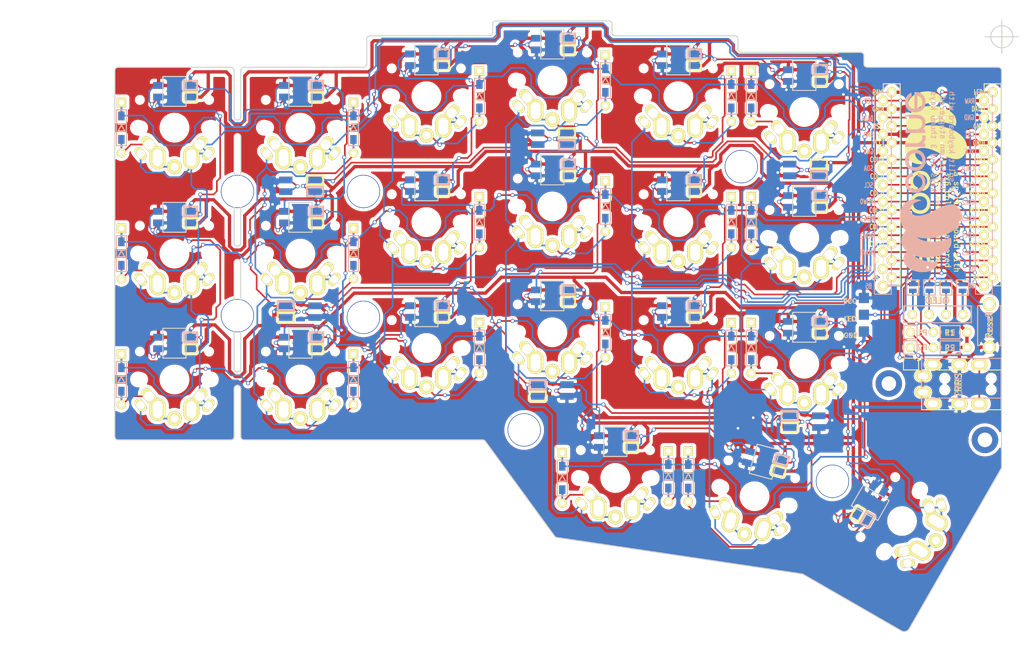
<source format=kicad_pcb>
(kicad_pcb (version 20221018) (generator pcbnew)
  (title_block (title "Crkbd") (date "2018/05/15") (rev "1.1") (company "foostan"))
  (layers (0 "F.Cu" signal) (31 "B.Cu" signal) (34 "B.Paste" user) (35 "F.Paste" user) (36 "B.SilkS" user "B.Silkscreen") (37 "F.SilkS" user "F.Silkscreen") (38 "B.Mask" user) (39 "F.Mask" user) (44 "Edge.Cuts" user))
  (net 0 "")
  (net 1 "row0")
  (net 2 "Net-(D1-Pad2)")
  (net 3 "row1")
  (net 4 "Net-(D2-Pad2)")
  (net 5 "row2")
  (net 6 "Net-(D3-Pad2)")
  (net 7 "row3")
  (net 8 "Net-(D4-Pad2)")
  (net 9 "Net-(D5-Pad2)")
  (net 10 "Net-(D6-Pad2)")
  (net 11 "Net-(D7-Pad2)")
  (net 12 "Net-(D8-Pad2)")
  (net 13 "Net-(D9-Pad2)")
  (net 14 "Net-(D10-Pad2)")
  (net 15 "Net-(D11-Pad2)")
  (net 16 "Net-(D12-Pad2)")
  (net 17 "Net-(D13-Pad2)")
  (net 18 "Net-(D14-Pad2)")
  (net 19 "Net-(D15-Pad2)")
  (net 20 "Net-(D16-Pad2)")
  (net 21 "Net-(D17-Pad2)")
  (net 22 "Net-(D18-Pad2)")
  (net 23 "Net-(D19-Pad2)")
  (net 24 "Net-(D20-Pad2)")
  (net 25 "Net-(D21-Pad2)")
  (net 26 "GND")
  (net 27 "VCC")
  (net 28 "col0")
  (net 29 "col1")
  (net 30 "col2")
  (net 31 "col3")
  (net 32 "col4")
  (net 33 "col5")
  (net 34 "LED")
  (net 35 "data")
  (net 36 "Net-(L1-Pad3)")
  (net 37 "Net-(L1-Pad1)")
  (net 38 "Net-(L3-Pad3)")
  (net 39 "Net-(L10-Pad1)")
  (net 40 "Net-(L11-Pad1)")
  (net 41 "Net-(L13-Pad1)")
  (net 42 "Net-(L14-Pad3)")
  (net 43 "Net-(L10-Pad3)")
  (net 44 "Net-(L12-Pad1)")
  (net 45 "Net-(L13-Pad3)")
  (net 46 "Net-(L15-Pad3)")
  (net 47 "Net-(L16-Pad3)")
  (net 48 "reset")
  (net 49 "SCL")
  (net 50 "SDA")
  (net 51 "Net-(L5-Pad3)")
  (net 52 "Net-(U1-Pad14)")
  (net 53 "Net-(U1-Pad13)")
  (net 54 "Net-(U1-Pad12)")
  (net 55 "Net-(U1-Pad11)")
  (net 56 "Net-(J2-Pad1)")
  (net 57 "Net-(J2-Pad2)")
  (net 58 "Net-(J2-Pad3)")
  (net 59 "Net-(J2-Pad4)")
  (net 60 "Net-(L2-Pad3)")
  (net 61 "Net-(L3-Pad1)")
  (net 62 "Net-(L11-Pad3)")
  (net 63 "Net-(L14-Pad1)")
  (net 64 "Net-(L12-Pad3)")
  (net 65 "Net-(L17-Pad1)")
  (net 66 "Net-(L18-Pad3)")
  (net 67 "Net-(L19-Pad3)")
  (net 68 "Net-(J1-PadA)")
  (net 69 "Net-(J1-PadB)")
  (net 70 "Net-(U1-Pad24)")
  (net 71 "Net-(L21-Pad3)")
  (net 72 "Net-(L22-Pad3)")
  (net 73 "Net-(L22-Pad1)")
  (net 74 "Net-(L23-Pad3)")
  (net 75 "Net-(L25-Pad1)")
  (net 76 "Net-(L26-Pad1)")
  (footprint "kbd:D3_TH_SMD" (layer "F.Cu") (at 62 77.125 -90)
    (fp_text reference "D1" hide)
    (fp_text value "D" hide)
  )
  (footprint "kbd:D3_TH_SMD" (layer "F.Cu") (at 97 77.125 -90)
    (fp_text reference "D2" hide)
    (fp_text value "D" hide)
  )
  (footprint "kbd:D3_TH_SMD" (layer "F.Cu") (at 116 72.375 -90)
    (fp_text reference "D3" hide)
    (fp_text value "D" hide)
  )
  (footprint "kbd:D3_TH_SMD" (layer "F.Cu") (at 135 70 -90)
    (fp_text reference "D4" hide)
    (fp_text value "D" hide)
  )
  (footprint "kbd:D3_TH_SMD" (layer "F.Cu") (at 154 72.375 -90)
    (fp_text reference "D5" hide)
    (fp_text value "D" hide)
  )
  (footprint "kbd:D3_TH_SMD" (layer "F.Cu") (at 157 72.375 -90)
    (fp_text reference "D6" hide)
    (fp_text value "D" hide)
  )
  (footprint "kbd:D3_TH_SMD" (layer "F.Cu") (at 62 96.125 -90)
    (fp_text reference "D7" hide)
    (fp_text value "D" hide)
  )
  (footprint "kbd:D3_TH_SMD" (layer "F.Cu") (at 97 96.125 -90)
    (fp_text reference "D8" hide)
    (fp_text value "D" hide)
  )
  (footprint "kbd:D3_TH_SMD" (layer "F.Cu") (at 116 91.375 -90)
    (fp_text reference "D9" hide)
    (fp_text value "D" hide)
  )
  (footprint "kbd:D3_TH_SMD" (layer "F.Cu") (at 135 89 -90)
    (fp_text reference "D10" hide)
    (fp_text value "D" hide)
  )
  (footprint "kbd:D3_TH_SMD" (layer "F.Cu") (at 154 91.375 -90)
    (fp_text reference "D11" hide)
    (fp_text value "D" hide)
  )
  (footprint "kbd:D3_TH_SMD" (layer "F.Cu") (at 157 91.375 -90)
    (fp_text reference "D12" hide)
    (fp_text value "D" hide)
  )
  (footprint "kbd:D3_TH_SMD" (layer "F.Cu") (at 62 115.125 -90)
    (fp_text reference "D13" hide)
    (fp_text value "D" hide)
  )
  (footprint "kbd:D3_TH_SMD" (layer "F.Cu") (at 97 115.125 -90)
    (fp_text reference "D14" hide)
    (fp_text value "D" hide)
  )
  (footprint "kbd:D3_TH_SMD" (layer "F.Cu") (at 116 110.375 -90)
    (fp_text reference "D15" hide)
    (fp_text value "D" hide)
  )
  (footprint "kbd:D3_TH_SMD" (layer "F.Cu") (at 135 108 -90)
    (fp_text reference "D16" hide)
    (fp_text value "D" hide)
  )
  (footprint "kbd:D3_TH_SMD" (layer "F.Cu") (at 154 110.375 -90)
    (fp_text reference "D17" hide)
    (fp_text value "D" hide)
  )
  (footprint "kbd:D3_TH_SMD" (layer "F.Cu") (at 157 110.375 -90)
    (fp_text reference "D18" hide)
    (fp_text value "D" hide)
  )
  (footprint "kbd:D3_TH_SMD" (layer "F.Cu") (at 128.5 130 -90)
    (fp_text reference "D19" hide)
    (fp_text value "D" hide)
  )
  (footprint "kbd:D3_TH_SMD" (layer "F.Cu") (at 144.5 129.75 -90)
    (fp_text reference "D20" hide)
    (fp_text value "D" hide)
  )
  (footprint "kbd:D3_TH_SMD" (layer "F.Cu") (at 147.5 129.75 -90)
    (fp_text reference "D21" hide)
    (fp_text value "D" hide)
  )
  (footprint "kbd:SK6812MINI_rev" (layer "F.Cu") (at 70 71.625)
    (fp_text reference "L7" hide)
    (fp_text value "SK6812MINI" hide)
  )
  (footprint "kbd:SK6812MINI_rev" (layer "F.Cu") (at 89 71.625)
    (fp_text reference "L8" hide)
    (fp_text value "SK6812MINI" hide)
  )
  (footprint "kbd:SK6812MINI_rev" (layer "F.Cu") (at 108 66.875)
    (fp_text reference "L9" hide)
    (fp_text value "SK6812MINI" hide)
  )
  (footprint "kbd:SK6812MINI_rev" (layer "F.Cu") (at 127 64.5)
    (fp_text reference "L10" hide)
    (fp_text value "SK6812MINI" hide)
  )
  (footprint "kbd:SK6812MINI_rev" (layer "F.Cu") (at 146 66.875)
    (fp_text reference "L11" hide)
    (fp_text value "SK6812MINI" hide)
  )
  (footprint "kbd:SK6812MINI_rev" (layer "F.Cu") (at 165 69.25)
    (fp_text reference "L12" hide)
    (fp_text value "SK6812MINI" hide)
  )
  (footprint "kbd:SK6812MINI_rev" (layer "F.Cu") (at 70 90.625)
    (fp_text reference "L13" hide)
    (fp_text value "SK6812MINI" hide)
  )
  (footprint "kbd:SK6812MINI_rev" (layer "F.Cu") (at 89 90.625)
    (fp_text reference "L14" hide)
    (fp_text value "SK6812MINI" hide)
  )
  (footprint "kbd:SK6812MINI_rev" (layer "F.Cu") (at 108 85.875)
    (fp_text reference "L15" hide)
    (fp_text value "SK6812MINI" hide)
  )
  (footprint "kbd:SK6812MINI_rev" (layer "F.Cu") (at 127 83.5)
    (fp_text reference "L16" hide)
    (fp_text value "SK6812MINI" hide)
  )
  (footprint "kbd:SK6812MINI_rev" (layer "F.Cu") (at 146 85.875)
    (fp_text reference "L17" hide)
    (fp_text value "SK6812MINI" hide)
  )
  (footprint "kbd:SK6812MINI_rev" (layer "F.Cu") (at 165 88.25)
    (fp_text reference "L18" hide)
    (fp_text value "SK6812MINI" hide)
  )
  (footprint "kbd:SK6812MINI_rev" (layer "F.Cu") (at 70 109.625)
    (fp_text reference "L19" hide)
    (fp_text value "SK6812MINI" hide)
  )
  (footprint "kbd:SK6812MINI_rev" (layer "F.Cu") (at 89 109.625)
    (fp_text reference "L20" hide)
    (fp_text value "SK6812MINI" hide)
  )
  (footprint "kbd:SK6812MINI_rev" (layer "F.Cu") (at 108 104.875)
    (fp_text reference "L21" hide)
    (fp_text value "SK6812MINI" hide)
  )
  (footprint "kbd:SK6812MINI_rev" (layer "F.Cu") (at 127 102.5)
    (fp_text reference "L22" hide)
    (fp_text value "SK6812MINI" hide)
  )
  (footprint "kbd:SK6812MINI_rev" (layer "F.Cu") (at 146 104.875)
    (fp_text reference "L23" hide)
    (fp_text value "SK6812MINI" hide)
  )
  (footprint "kbd:SK6812MINI_rev" (layer "F.Cu") (at 165 107.25)
    (fp_text reference "L24" hide)
    (fp_text value "SK6812MINI" hide)
  )
  (footprint "kbd:SK6812MINI_rev" (layer "F.Cu") (at 136.5 124.5)
    (fp_text reference "L25" hide)
    (fp_text value "SK6812MINI" hide)
  )
  (footprint "kbd:SK6812MINI_rev" (layer "F.Cu") (at 159 127.5 -15)
    (fp_text reference "L26" hide)
    (fp_text value "SK6812MINI" hide)
  )
  (footprint "kbd:SK6812MINI_rev" (layer "F.Cu") (at 175 133.75 -120)
    (fp_text reference "L27" hide)
    (fp_text value "SK6812MINI" hide)
  )
  (footprint "kbd:MX_ALPS_PG1350_noLed" (layer "F.Cu") (at 70 77.125 180)
    (fp_text reference "SW1" hide)
    (fp_text value "SW_PUSH" hide)
  )
  (footprint "kbd:MX_ALPS_PG1350_noLed" (layer "F.Cu") (at 89 77.125 180)
    (fp_text reference "SW2" hide)
    (fp_text value "SW_PUSH" hide)
  )
  (footprint "kbd:MX_ALPS_PG1350_noLed" (layer "F.Cu") (at 108 72.375 180)
    (fp_text reference "SW3" hide)
    (fp_text value "SW_PUSH" hide)
  )
  (footprint "kbd:MX_ALPS_PG1350_noLed" (layer "F.Cu") (at 127 70 180)
    (fp_text reference "SW4" hide)
    (fp_text value "SW_PUSH" hide)
  )
  (footprint "kbd:MX_ALPS_PG1350_noLed" (layer "F.Cu") (at 146 72.375 180)
    (fp_text reference "SW5" hide)
    (fp_text value "SW_PUSH" hide)
  )
  (footprint "kbd:MX_ALPS_PG1350_noLed" (layer "F.Cu") (at 165 74.75 180)
    (fp_text reference "SW6" hide)
    (fp_text value "SW_PUSH" hide)
  )
  (footprint "kbd:MX_ALPS_PG1350_noLed" (layer "F.Cu") (at 70 96.125 180)
    (fp_text reference "SW7" hide)
    (fp_text value "SW_PUSH" hide)
  )
  (footprint "kbd:MX_ALPS_PG1350_noLed" (layer "F.Cu") (at 89 96.125 180)
    (fp_text reference "SW8" hide)
    (fp_text value "SW_PUSH" hide)
  )
  (footprint "kbd:MX_ALPS_PG1350_noLed" (layer "F.Cu") (at 108 91.375 180)
    (fp_text reference "SW9" hide)
    (fp_text value "SW_PUSH" hide)
  )
  (footprint "kbd:MX_ALPS_PG1350_noLed" (layer "F.Cu") (at 127 89 180)
    (fp_text reference "SW10" hide)
    (fp_text value "SW_PUSH" hide)
  )
  (footprint "kbd:MX_ALPS_PG1350_noLed" (layer "F.Cu") (at 146 91.375 180)
    (fp_text reference "SW11" hide)
    (fp_text value "SW_PUSH" hide)
  )
  (footprint "kbd:MX_ALPS_PG1350_noLed" (layer "F.Cu") (at 165 93.75 180)
    (fp_text reference "SW12" hide)
    (fp_text value "SW_PUSH" hide)
  )
  (footprint "kbd:MX_ALPS_PG1350_noLed" (layer "F.Cu") (at 70 115.125 180)
    (fp_text reference "SW13" hide)
    (fp_text value "SW_PUSH" hide)
  )
  (footprint "kbd:MX_ALPS_PG1350_noLed" (layer "F.Cu") (at 89 115.125 180)
    (fp_text reference "SW14" hide)
    (fp_text value "SW_PUSH" hide)
  )
  (footprint "kbd:MX_ALPS_PG1350_noLed" (layer "F.Cu") (at 108 110.375 180)
    (fp_text reference "SW15" hide)
    (fp_text value "SW_PUSH" hide)
  )
  (footprint "kbd:MX_ALPS_PG1350_noLed" (layer "F.Cu") (at 127 108 180)
    (fp_text reference "SW16" hide)
    (fp_text value "SW_PUSH" hide)
  )
  (footprint "kbd:MX_ALPS_PG1350_noLed" (layer "F.Cu") (at 146 110.375 180)
    (fp_text reference "SW17" hide)
    (fp_text value "SW_PUSH" hide)
  )
  (footprint "kbd:MX_ALPS_PG1350_noLed" (layer "F.Cu") (at 165 112.75 180)
    (fp_text reference "SW18" hide)
    (fp_text value "SW_PUSH" hide)
  )
  (footprint "kbd:MX_ALPS_PG1350_noLed" (layer "F.Cu") (at 136.5 130 180)
    (fp_text reference "SW19" hide)
    (fp_text value "SW_PUSH" hide)
  )
  (footprint "kbd:MX_ALPS_PG1350_noLed" (layer "F.Cu") (at 157.5 132.75 165)
    (fp_text reference "SW20" hide)
    (fp_text value "SW_PUSH" hide)
  )
  (footprint "kbd:MX_ALPS_PG1350_noLed_1.75u" (layer "F.Cu") (at 179.75 136.5 -120)
    (fp_text reference "SW21" hide)
    (fp_text value "SW_PUSH" hide)
  )
  (footprint "kbd:Jumper" (layer "F.Cu") (at 188.875 101.25 -90)
    (fp_text reference "JP2" hide)
    (fp_text value " ")
  )
  (footprint "kbd:Jumper" (layer "F.Cu") (at 186.375 101.25 -90)
    (fp_text reference "JP3" hide)
    (fp_text value " ")
  )
  (footprint "kbd:Jumper" (layer "F.Cu") (at 183.875 101.25 -90)
    (fp_text reference "JP4" hide)
    (fp_text value " ")
  )
  (footprint "kbd:Jumper" (layer "F.Cu") (at 181.375 101.25 -90)
    (fp_text reference "JP5" hide)
    (fp_text value " ")
  )
  (footprint "kbd:ProMicro_v2" (layer "F.Cu") (at 185.75 86.25)
    (fp_text reference "U1" hide)
    (fp_text value "ProMicro" hide)
  )
  (footprint "kbd:R" (layer "F.Cu") (at 187 108 180)
    (fp_text reference "R1")
    (fp_text value "R" hide)
  )
  (footprint "kbd:R" (layer "F.Cu") (at 187 110.3 180)
    (fp_text reference "R2")
    (fp_text value "R" hide)
  )
  (footprint "kbd:LEGO_HOLE" (layer "F.Cu") (at 177.75 115.75)
    (fp_text reference "")
    (fp_text value "")
  )
  (footprint "kbd:LEGO_HOLE" (layer "F.Cu") (at 192.25 124.25)
    (fp_text reference "")
    (fp_text value "")
  )
  (footprint "kbd:LEGO_HOLE" (layer "F.Cu") (at 79.5 86.75)
    (fp_text reference "")
    (fp_text value "")
  )
  (footprint "kbd:LEGO_HOLE" (layer "F.Cu") (at 79.5 105.5)
    (fp_text reference "")
    (fp_text value "")
  )
  (footprint "kbd:LEGO_HOLE" (layer "F.Cu") (at 98.5 86.75)
    (fp_text reference "")
    (fp_text value "")
  )
  (footprint "kbd:LEGO_HOLE" (layer "F.Cu") (at 98.5 105.75)
    (fp_text reference "")
    (fp_text value "")
  )
  (footprint "kbd:LEGO_HOLE" (layer "F.Cu") (at 155.5 83)
    (fp_text reference "")
    (fp_text value "")
  )
  (footprint "kbd:LEGO_HOLE" (layer "F.Cu") (at 122.75 122.75)
    (fp_text reference "")
    (fp_text value "")
  )
  (footprint "kbd:LEGO_HOLE" (layer "F.Cu") (at 169.25 130.5)
    (fp_text reference "")
    (fp_text value "")
  )
  (footprint "kbd:StripLED_rev" (layer "F.Cu") (at 174 107.9 180)
    (fp_text reference "J3" hide)
    (fp_text value "LED" hide)
  )
  (footprint "kbd:JPC2" (layer "F.Cu") (at 181.1 112.8)
    (fp_text reference "JP1")
    (fp_text value " " hide)
  )
  (footprint "kbd:OLED" (layer "F.Cu") (at 181.3 105.3)
    (fp_text reference "J2")
    (fp_text value "OLED" hide)
  )
  (footprint "kbd:1pin_conn" (layer "F.Cu") (at 181 108)
    (fp_text reference "P1")
    (fp_text value "i2c-pin" hide)
  )
  (footprint "kbd:1pin_conn" (layer "F.Cu") (at 181 110.3)
    (fp_text reference "P2")
    (fp_text value "i2c-pin" hide)
  )
  (footprint "kbd:MJ-4PP-9" (layer "F.Cu") (at 194.7 116.7 -90)
    (fp_text reference "J1")
    (fp_text value "MJ-4PP-9" hide)
  )
  (footprint "kbd:ResetSW" (layer "F.Cu") (at 192.9 107 90)
    (fp_text reference "RSW1" hide)
    (fp_text value "Reset")
  )
  (footprint "kbd:SK6812MINI_underglow_rev" (layer "F.Cu") (at 89 85.9)
    (fp_text reference "L1" hide)
    (fp_text value "SK6812MINI" hide)
  )
  (footprint "kbd:SK6812MINI_underglow_rev" (layer "F.Cu") (at 127 78.8)
    (fp_text reference "L2" hide)
    (fp_text value "SK6812MINI" hide)
  )
  (footprint "kbd:SK6812MINI_underglow_rev" (layer "F.Cu") (at 165 83.5)
    (fp_text reference "L3" hide)
    (fp_text value "SK6812MINI" hide)
  )
  (footprint "kbd:SK6812MINI_underglow_rev" (layer "F.Cu") (at 89 104.9 180)
    (fp_text reference "L4" hide)
    (fp_text value "SK6812MINI" hide)
  )
  (footprint "kbd:SK6812MINI_underglow_rev" (layer "F.Cu") (at 127 116.8 180)
    (fp_text reference "L5" hide)
    (fp_text value "SK6812MINI" hide)
  )
  (footprint "kbd:SK6812MINI_underglow_rev" (layer "F.Cu") (at 165 121.5 180)
    (fp_text reference "L6" hide)
    (fp_text value "SK6812MINI" hide)
  )
  (footprint "kbd:corne" (layer "F.Cu") (at 184.725 85.325 -90)
    (fp_text reference "G***" hide)
    (fp_text value "LOGO" hide)
  )
  (footprint "kbd:Jumper" (layer "B.Cu") (at 188.875 101.25 -90)
    (fp_text reference "JP6" hide)
    (fp_text value " ")
  )
  (footprint "kbd:Jumper" (layer "B.Cu") (at 186.375 101.25 -90)
    (fp_text reference "JP7" hide)
    (fp_text value " ")
  )
  (footprint "kbd:Jumper" (layer "B.Cu") (at 183.875 101.25 -90)
    (fp_text reference "JP8" hide)
    (fp_text value " ")
  )
  (footprint "kbd:Jumper" (layer "B.Cu") (at 181.375 101.25 -90)
    (fp_text reference "JP9" hide)
    (fp_text value " ")
  )
  (footprint "kbd:corne" (layer "B.Cu") (at 184 85.25 90)
    (fp_text reference "G***" hide)
    (fp_text value "LOGO" hide)
  )
  (gr_line (start 87.25 69.4) (end 87.25 73.9) (stroke (width 0.15)) (layer "Edge.Cuts"))
  (gr_line (start 87.25 73.9) (end 90.75 73.9) (stroke (width 0.15)) (layer "Edge.Cuts"))
  (gr_line (start 90.75 73.9) (end 90.75 69.4) (stroke (width 0.15)) (layer "Edge.Cuts"))
  (gr_line (start 90.75 69.4) (end 87.25 69.4) (stroke (width 0.15)) (layer "Edge.Cuts"))
  (gr_line (start 68.25 88.4) (end 68.25 92.9) (stroke (width 0.15)) (layer "Edge.Cuts"))
  (gr_line (start 68.25 92.9) (end 71.75 92.9) (stroke (width 0.15)) (layer "Edge.Cuts"))
  (gr_line (start 71.75 92.9) (end 71.75 88.4) (stroke (width 0.15)) (layer "Edge.Cuts"))
  (gr_line (start 71.75 88.4) (end 68.25 88.4) (stroke (width 0.15)) (layer "Edge.Cuts"))
  (gr_line (start 87.25 88.4) (end 87.25 92.9) (stroke (width 0.15)) (layer "Edge.Cuts"))
  (gr_line (start 87.25 92.9) (end 90.75 92.9) (stroke (width 0.15)) (layer "Edge.Cuts"))
  (gr_line (start 90.75 92.9) (end 90.75 88.4) (stroke (width 0.15)) (layer "Edge.Cuts"))
  (gr_line (start 90.75 88.4) (end 87.25 88.4) (stroke (width 0.15)) (layer "Edge.Cuts"))
  (gr_line (start 68.25 107.4) (end 68.25 111.9) (stroke (width 0.15)) (layer "Edge.Cuts"))
  (gr_line (start 68.25 111.9) (end 71.75 111.9) (stroke (width 0.15)) (layer "Edge.Cuts"))
  (gr_line (start 71.75 111.9) (end 71.75 107.4) (stroke (width 0.15)) (layer "Edge.Cuts"))
  (gr_line (start 71.75 107.4) (end 68.25 107.4) (stroke (width 0.15)) (layer "Edge.Cuts"))
  (gr_line (start 87.25 107.4) (end 87.25 111.9) (stroke (width 0.15)) (layer "Edge.Cuts"))
  (gr_line (start 87.25 111.9) (end 90.75 111.9) (stroke (width 0.15)) (layer "Edge.Cuts"))
  (gr_line (start 90.75 111.9) (end 90.75 107.4) (stroke (width 0.15)) (layer "Edge.Cuts"))
  (gr_line (start 90.75 107.4) (end 87.25 107.4) (stroke (width 0.15)) (layer "Edge.Cuts"))
  (gr_line (start 106.25 64.65) (end 106.25 69.1) (stroke (width 0.15)) (layer "Edge.Cuts"))
  (gr_line (start 106.25 69.15) (end 109.75 69.15) (stroke (width 0.15)) (layer "Edge.Cuts"))
  (gr_line (start 109.75 69.15) (end 109.75 64.65) (stroke (width 0.15)) (layer "Edge.Cuts"))
  (gr_line (start 109.75 64.65) (end 106.25 64.65) (stroke (width 0.15)) (layer "Edge.Cuts"))
  (gr_line (start 125.25 62.25) (end 125.25 66.7) (stroke (width 0.15)) (layer "Edge.Cuts"))
  (gr_line (start 125.25 66.75) (end 128.75 66.75) (stroke (width 0.15)) (layer "Edge.Cuts"))
  (gr_line (start 128.75 66.75) (end 128.75 62.25) (stroke (width 0.15)) (layer "Edge.Cuts"))
  (gr_line (start 128.75 62.25) (end 125.25 62.25) (stroke (width 0.15)) (layer "Edge.Cuts"))
  (gr_line (start 144.25 64.65) (end 144.25 69.1) (stroke (width 0.15)) (layer "Edge.Cuts"))
  (gr_line (start 144.25 69.15) (end 147.75 69.15) (stroke (width 0.15)) (layer "Edge.Cuts"))
  (gr_line (start 147.75 69.15) (end 147.75 64.65) (stroke (width 0.15)) (layer "Edge.Cuts"))
  (gr_line (start 147.75 64.65) (end 144.25 64.65) (stroke (width 0.15)) (layer "Edge.Cuts"))
  (gr_line (start 163.25 67) (end 163.25 71.5) (stroke (width 0.15)) (layer "Edge.Cuts"))
  (gr_line (start 163.25 71.5) (end 166.75 71.5) (stroke (width 0.15)) (layer "Edge.Cuts"))
  (gr_line (start 166.75 71.5) (end 166.75 67) (stroke (width 0.15)) (layer "Edge.Cuts"))
  (gr_line (start 166.75 67) (end 163.25 67) (stroke (width 0.15)) (layer "Edge.Cuts"))
  (gr_line (start 106.25 83.65) (end 106.25 88.1) (stroke (width 0.15)) (layer "Edge.Cuts"))
  (gr_line (start 106.25 88.15) (end 109.75 88.15) (stroke (width 0.15)) (layer "Edge.Cuts"))
  (gr_line (start 109.75 88.15) (end 109.75 83.65) (stroke (width 0.15)) (layer "Edge.Cuts"))
  (gr_line (start 109.75 83.65) (end 106.25 83.65) (stroke (width 0.15)) (layer "Edge.Cuts"))
  (gr_line (start 125.25 81.3) (end 125.25 85.75) (stroke (width 0.15)) (layer "Edge.Cuts"))
  (gr_line (start 125.25 85.75) (end 128.75 85.75) (stroke (width 0.15)) (layer "Edge.Cuts"))
  (gr_line (start 128.75 85.75) (end 128.75 81.3) (stroke (width 0.15)) (layer "Edge.Cuts"))
  (gr_line (start 128.75 81.25) (end 125.25 81.25) (stroke (width 0.15)) (layer "Edge.Cuts"))
  (gr_line (start 144.25 83.65) (end 144.25 88.1) (stroke (width 0.15)) (layer "Edge.Cuts"))
  (gr_line (start 144.25 88.15) (end 147.75 88.15) (stroke (width 0.15)) (layer "Edge.Cuts"))
  (gr_line (start 147.75 88.15) (end 147.75 83.65) (stroke (width 0.15)) (layer "Edge.Cuts"))
  (gr_line (start 147.75 83.65) (end 144.25 83.65) (stroke (width 0.15)) (layer "Edge.Cuts"))
  (gr_line (start 163.25 86) (end 163.25 90.5) (stroke (width 0.15)) (layer "Edge.Cuts"))
  (gr_line (start 163.25 90.5) (end 166.75 90.5) (stroke (width 0.15)) (layer "Edge.Cuts"))
  (gr_line (start 166.75 90.5) (end 166.75 86) (stroke (width 0.15)) (layer "Edge.Cuts"))
  (gr_line (start 166.75 86) (end 163.25 86) (stroke (width 0.15)) (layer "Edge.Cuts"))
  (gr_line (start 106.25 102.65) (end 106.25 107.1) (stroke (width 0.15)) (layer "Edge.Cuts"))
  (gr_line (start 106.25 107.15) (end 109.75 107.15) (stroke (width 0.15)) (layer "Edge.Cuts"))
  (gr_line (start 109.75 107.15) (end 109.75 102.65) (stroke (width 0.15)) (layer "Edge.Cuts"))
  (gr_line (start 109.75 102.65) (end 106.25 102.65) (stroke (width 0.15)) (layer "Edge.Cuts"))
  (gr_line (start 125.25 100.3) (end 125.25 104.75) (stroke (width 0.15)) (layer "Edge.Cuts"))
  (gr_line (start 125.25 104.75) (end 128.75 104.75) (stroke (width 0.15)) (layer "Edge.Cuts"))
  (gr_line (start 128.75 104.75) (end 128.75 100.3) (stroke (width 0.15)) (layer "Edge.Cuts"))
  (gr_line (start 128.75 100.25) (end 125.25 100.25) (stroke (width 0.15)) (layer "Edge.Cuts"))
  (gr_line (start 144.25 102.65) (end 144.25 107.1) (stroke (width 0.15)) (layer "Edge.Cuts"))
  (gr_line (start 144.25 107.15) (end 147.75 107.15) (stroke (width 0.15)) (layer "Edge.Cuts"))
  (gr_line (start 147.75 107.15) (end 147.75 102.65) (stroke (width 0.15)) (layer "Edge.Cuts"))
  (gr_line (start 147.75 102.65) (end 144.25 102.65) (stroke (width 0.15)) (layer "Edge.Cuts"))
  (gr_line (start 163.25 105) (end 163.25 109.5) (stroke (width 0.15)) (layer "Edge.Cuts"))
  (gr_line (start 163.25 109.5) (end 166.75 109.5) (stroke (width 0.15)) (layer "Edge.Cuts"))
  (gr_line (start 166.75 109.5) (end 166.75 105) (stroke (width 0.15)) (layer "Edge.Cuts"))
  (gr_line (start 166.75 105) (end 163.25 105) (stroke (width 0.15)) (layer "Edge.Cuts"))
  (gr_line (start 134.75 122.35) (end 134.75 126.75) (stroke (width 0.15)) (layer "Edge.Cuts"))
  (gr_line (start 134.75 126.75) (end 138.25 126.75) (stroke (width 0.15)) (layer "Edge.Cuts"))
  (gr_line (start 138.25 126.75) (end 138.25 122.3) (stroke (width 0.15)) (layer "Edge.Cuts"))
  (gr_line (start 138.25 122.3) (end 134.75 122.3) (stroke (width 0.15)) (layer "Edge.Cuts"))
  (gr_line (start 157.9 124.9) (end 156.7 129.3) (stroke (width 0.15)) (layer "Edge.Cuts"))
  (gr_line (start 156.7 129.3) (end 160.1 130.2) (stroke (width 0.15)) (layer "Edge.Cuts"))
  (gr_line (start 160.1 130.2) (end 161.3 125.8) (stroke (width 0.15)) (layer "Edge.Cuts"))
  (gr_line (start 161.3 125.8) (end 157.9 124.9) (stroke (width 0.15)) (layer "Edge.Cuts"))
  (gr_arc (start 99 63.75) (mid 99.146447 63.396447) (end 99.5 63.25) (stroke (width 0.15)) (layer "Edge.Cuts"))
  (gr_arc (start 194.25 68) (mid 194.603553 68.146447) (end 194.75 68.5) (stroke (width 0.15)) (layer "Edge.Cuts"))
  (gr_line (start 68.25 73.9) (end 71.75 73.9) (stroke (width 0.15)) (layer "Edge.Cuts"))
  (gr_line (start 71.75 73.9) (end 71.75 69.4) (stroke (width 0.15)) (layer "Edge.Cuts"))
  (gr_arc (start 180.8 152.8) (mid 180.232635 153.169741) (end 179.57 153.03) (stroke (width 0.15)) (layer "Edge.Cuts"))
  (gr_arc (start 79 78.5) (mid 79.146447 78.146447) (end 79.5 78) (stroke (width 0.15)) (layer "Edge.Cuts"))
  (gr_line (start 176.1 136.4) (end 177.8 133.4) (stroke (width 0.15)) (layer "Edge.Cuts"))
  (gr_arc (start 61 68.5) (mid 61.146447 68.146447) (end 61.5 68) (stroke (width 0.15)) (layer "Edge.Cuts"))
  (gr_arc (start 78.5 68) (mid 78.853553 68.146447) (end 79 68.5) (stroke (width 0.15)) (layer "Edge.Cuts"))
  (gr_arc (start 135.5 61) (mid 135.853553 61.146447) (end 136 61.5) (stroke (width 0.15)) (layer "Edge.Cuts"))
  (gr_arc (start 79.5 76) (mid 79.146447 75.853553) (end 79 75.5) (stroke (width 0.15)) (layer "Edge.Cuts"))
  (gr_line (start 116.5 124.25) (end 80.5 124.25) (stroke (width 0.15)) (layer "Edge.Cuts"))
  (gr_line (start 79 123.75) (end 79 116.5) (stroke (width 0.15)) (layer "Edge.Cuts"))
  (gr_arc (start 79 116.5) (mid 79.146447 116.146447) (end 79.5 116) (stroke (width 0.15)) (layer "Edge.Cuts"))
  (gr_line (start 79 78.5) (end 79 94.5) (stroke (width 0.15)) (layer "Edge.Cuts"))
  (gr_line (start 61 68.5) (end 61 123.75) (stroke (width 0.15)) (layer "Edge.Cuts"))
  (gr_arc (start 118 62.75) (mid 117.853553 63.103553) (end 117.5 63.25) (stroke (width 0.15)) (layer "Edge.Cuts"))
  (gr_line (start 117.5 63.25) (end 99.5 63.25) (stroke (width 0.15)) (layer "Edge.Cuts"))
  (gr_line (start 155 65.25) (end 155 63.75) (stroke (width 0.15)) (layer "Edge.Cuts"))
  (gr_line (start 79 68.5) (end 79 75.5) (stroke (width 0.15)) (layer "Edge.Cuts"))
  (gr_arc (start 80 68.5) (mid 80.146447 68.146447) (end 80.5 68) (stroke (width 0.15)) (layer "Edge.Cuts"))
  (gr_arc (start 99 67.5) (mid 98.853553 67.853553) (end 98.5 68) (stroke (width 0.15)) (layer "Edge.Cuts"))
  (gr_line (start 173.5 65.75) (end 155.5 65.75) (stroke (width 0.15)) (layer "Edge.Cuts"))
  (gr_line (start 135.5 61) (end 118.5 61) (stroke (width 0.15)) (layer "Edge.Cuts"))
  (gr_arc (start 79.5 114) (mid 79.146447 113.853553) (end 79 113.5) (stroke (width 0.15)) (layer "Edge.Cuts"))
  (gr_line (start 80 75.5) (end 80 68.5) (stroke (width 0.15)) (layer "Edge.Cuts"))
  (gr_arc (start 61.5 124.25) (mid 61.146447 124.103553) (end 61 123.75) (stroke (width 0.15)) (layer "Edge.Cuts"))
  (gr_line (start 154.5 63.25) (end 136.5 63.25) (stroke (width 0.15)) (layer "Edge.Cuts"))
  (gr_line (start 118 61.5) (end 118 62.75) (stroke (width 0.15)) (layer "Edge.Cuts"))
  (gr_arc (start 174.5 68) (mid 174.146447 67.853553) (end 174 67.5) (stroke (width 0.15)) (layer "Edge.Cuts"))
  (gr_arc (start 127.75 139) (mid 127.558658 138.96194) (end 127.396447 138.853553) (stroke (width 0.15)) (layer "Edge.Cuts"))
  (gr_line (start 80 97.5) (end 80 113.5) (stroke (width 0.15)) (layer "Edge.Cuts"))
  (gr_arc (start 118 61.5) (mid 118.146447 61.146447) (end 118.5 61) (stroke (width 0.15)) (layer "Edge.Cuts"))
  (gr_line (start 172.1 134.2) (end 176.1 136.4) (stroke (width 0.15)) (layer "Edge.Cuts"))
  (gr_line (start 173.9 131.1) (end 172.1 134.2) (stroke (width 0.15)) (layer "Edge.Cuts"))
  (gr_arc (start 79 97.5) (mid 79.146447 97.146447) (end 79.5 97) (stroke (width 0.15)) (layer "Edge.Cuts"))
  (gr_line (start 127.75 139) (end 164.75 144.5) (stroke (width 0.15)) (layer "Edge.Cuts"))
  (gr_arc (start 173.5 65.75) (mid 173.853553 65.896447) (end 174 66.25) (stroke (width 0.15)) (layer "Edge.Cuts"))
  (gr_arc (start 79.5 78) (mid 79.853553 78.146447) (end 80 78.5) (stroke (width 0.15)) (layer "Edge.Cuts"))
  (gr_line (start 164.75 144.5) (end 179.57 153.03) (stroke (width 0.15)) (layer "Edge.Cuts"))
  (gr_arc (start 80 75.5) (mid 79.853553 75.853553) (end 79.5 76) (stroke (width 0.15)) (layer "Edge.Cuts"))
  (gr_arc (start 136.5 63.25) (mid 136.146447 63.103553) (end 136 62.75) (stroke (width 0.15)) (layer "Edge.Cuts"))
  (gr_line (start 61.5 124.25) (end 78.5 124.25) (stroke (width 0.15)) (layer "Edge.Cuts"))
  (gr_line (start 174 66.25) (end 174 67.5) (stroke (width 0.15)) (layer "Edge.Cuts"))
  (gr_arc (start 154.5 63.25) (mid 154.853553 63.396447) (end 155 63.75) (stroke (width 0.15)) (layer "Edge.Cuts"))
  (gr_line (start 80 116.5) (end 80 123.75) (stroke (width 0.15)) (layer "Edge.Cuts"))
  (gr_line (start 68.25 69.4) (end 68.25 73.9) (stroke (width 0.15)) (layer "Edge.Cuts"))
  (gr_arc (start 79.5 97) (mid 79.853553 97.146447) (end 80 97.5) (stroke (width 0.15)) (layer "Edge.Cuts"))
  (gr_line (start 80 94.5) (end 80 78.5) (stroke (width 0.15)) (layer "Edge.Cuts"))
  (gr_line (start 98.5 68) (end 80.5 68) (stroke (width 0.15)) (layer "Edge.Cuts"))
  (gr_line (start 78.5 68) (end 61.5 68) (stroke (width 0.15)) (layer "Edge.Cuts"))
  (gr_line (start 116.85 124.4) (end 127.4 138.85) (stroke (width 0.15)) (layer "Edge.Cuts"))
  (gr_line (start 79 113.5) (end 79 97.5) (stroke (width 0.15)) (layer "Edge.Cuts"))
  (gr_line (start 194.75 68.5) (end 194.75 128.5) (stroke (width 0.15)) (layer "Edge.Cuts"))
  (gr_line (start 177.8 133.4) (end 173.9 131.1) (stroke (width 0.15)) (layer "Edge.Cuts"))
  (gr_arc (start 116.5 124.25) (mid 116.691342 124.28806) (end 116.853553 124.396447) (stroke (width 0.15)) (layer "Edge.Cuts"))
  (gr_line (start 136 62.75) (end 136 61.5) (stroke (width 0.15)) (layer "Edge.Cuts"))
  (gr_arc (start 79 123.75) (mid 78.853553 124.103553) (end 78.5 124.25) (stroke (width 0.15)) (layer "Edge.Cuts"))
  (gr_line (start 71.75 69.4) (end 68.25 69.4) (stroke (width 0.15)) (layer "Edge.Cuts"))
  (gr_line (start 194.25 68) (end 174.5 68) (stroke (width 0.15)) (layer "Edge.Cuts"))
  (gr_arc (start 80 94.5) (mid 79.853553 94.853553) (end 79.5 95) (stroke (width 0.15)) (layer "Edge.Cuts"))
  (gr_arc (start 80 113.5) (mid 79.853553 113.853553) (end 79.5 114) (stroke (width 0.15)) (layer "Edge.Cuts"))
  (gr_line (start 99 63.75) (end 99 67.5) (stroke (width 0.15)) (layer "Edge.Cuts"))
  (gr_arc (start 80.5 124.25) (mid 80.146447 124.103553) (end 80 123.75) (stroke (width 0.15)) (layer "Edge.Cuts"))
  (gr_arc (start 79.5 95) (mid 79.146447 94.853553) (end 79 94.5) (stroke (width 0.15)) (layer "Edge.Cuts"))
  (gr_line (start 180.8 152.8) (end 194.75 128.5) (stroke (width 0.15)) (layer "Edge.Cuts"))
  (gr_arc (start 155.5 65.75) (mid 155.146447 65.603553) (end 155 65.25) (stroke (width 0.15)) (layer "Edge.Cuts"))
  (gr_arc (start 79.5 116) (mid 79.853553 116.146447) (end 80 116.5) (stroke (width 0.15)) (layer "Edge.Cuts"))
  (gr_text "GND" (at 171.9 103.3) (layer "B.SilkS") (effects (font (size 0.7 0.7) (thickness 0.125)) (justify mirror)))
  (gr_text "VCC" (at 172 108.5) (layer "B.SilkS") (effects (font (size 0.7 0.7) (thickness 0.125)) (justify mirror)))
  (gr_text "LED" (at 172 106) (layer "B.SilkS") (effects (font (size 0.7 0.7) (thickness 0.125)) (justify mirror)))
  (gr_text "OLED" (at 185.1 103.3) (layer "B.SilkS") (effects (font (size 0.8128 0.8128)) (justify mirror)))
  (gr_text "LED" (at 171.9 106) (layer "F.SilkS") (effects (font (size 0.7 0.7) (thickness 0.125))))
  (gr_text "GND" (at 172 108.5) (layer "F.SilkS") (effects (font (size 0.7 0.7) (thickness 0.125))))
  (gr_text "VCC" (at 171.9 103.3) (layer "F.SilkS") (effects (font (size 0.7 0.7) (thickness 0.125))))
  (target plus (at 194.8 63.4) (size 5) (width 0.15) (layer "Edge.Cuts"))
  (segment (start 174.8 77) (end 174.8 77.6) (width 0.25) (layer "F.Cu") (net 1))
  (segment (start 174.8 77.6) (end 174.3 78.1) (width 0.25) (layer "F.Cu") (net 1))
  (segment (start 174.3 78.1) (end 174.3 78.3) (width 0.25) (layer "F.Cu") (net 1))
  (segment (start 174.3 78.3) (end 174.1 78.5) (width 0.25) (layer "F.Cu") (net 1))
  (segment (start 174.1 80.775002) (end 173.775002 81.1) (width 0.25) (layer "F.Cu") (net 1))
  (segment (start 173.775002 81.1) (end 173.775002 87.875002) (width 0.25) (layer "F.Cu") (net 1))
  (segment (start 173.775002 87.875002) (end 174.182 88.282) (width 0.25) (layer "F.Cu") (net 1))
  (segment (start 176.86 88.282) (end 174.182 88.282) (width 0.25) (layer "F.Cu") (net 1))
  (segment (start 187.518 88.282) (end 188.788 87.012) (width 0.25) (layer "F.Cu") (net 1))
  (segment (start 188.788 87.012) (end 193.4064 87.012) (width 0.25) (layer "F.Cu") (net 1))
  (segment (start 97 73.315) (end 97 75.35) (width 0.25) (layer "F.Cu") (net 1))
  (segment (start 116 70.6) (end 116 68.565) (width 0.25) (layer "F.Cu") (net 1))
  (segment (start 176.86 88.282) (end 187.518 88.282) (width 0.25) (layer "F.Cu") (net 1))
  (segment (start 135 66.19) (end 135 68.225) (width 0.25) (layer "F.Cu") (net 1))
  (segment (start 154 70.6) (end 154 68.565) (width 0.25) (layer "F.Cu") (net 1))
  (segment (start 174.1 80.2) (end 174.1 80.775002) (width 0.25) (layer "F.Cu") (net 1))
  (segment (start 157 70.6) (end 157 68.565) (width 0.25) (layer "F.Cu") (net 1))
  (segment (start 62 73.315) (end 62 75.35) (width 0.25) (layer "F.Cu") (net 1))
  (via (at 174.1 80.2) (size 0.6) (drill 0.4) (layers "F.Cu" "B.Cu") (net 1))
  (via (at 174.8 77) (size 0.6) (drill 0.4) (layers "F.Cu" "B.Cu") (net 1))
  (via (at 174.1 78.5) (size 0.6) (drill 0.4) (layers "F.Cu" "B.Cu") (net 1))
  (segment (start 66.8 76.9) (end 66.8 78.1) (width 0.25) (layer "B.Cu") (net 1))
  (segment (start 66.8 78.1) (end 68.5 79.8) (width 0.25) (layer "B.Cu") (net 1))
  (segment (start 68.5 79.8) (end 71.4 79.8) (width 0.25) (layer "B.Cu") (net 1))
  (segment (start 71.4 79.8) (end 73.1 78.1) (width 0.25) (layer "B.Cu") (net 1))
  (segment (start 73.1 78.1) (end 73.1 76.9) (width 0.25) (layer "B.Cu") (net 1))
  (segment (start 73.1 76.9) (end 74.4 75.6) (width 0.25) (layer "B.Cu") (net 1))
  (segment (start 74.4 75.6) (end 76.2 75.6) (width 0.25) (layer "B.Cu") (net 1))
  (segment (start 76.2 75.6) (end 77.6 77) (width 0.25) (layer "B.Cu") (net 1))
  (segment (start 77.6 77) (end 80.8 77) (width 0.25) (layer "B.Cu") (net 1))
  (segment (start 80.8 77) (end 81.4 76.4) (width 0.25) (layer "B.Cu") (net 1))
  (segment (start 81.4 76.4) (end 81.4 75.2) (width 0.25) (layer "B.Cu") (net 1))
  (segment (start 81.4 75.2) (end 81.6 75) (width 0.25) (layer "B.Cu") (net 1))
  (segment (start 81.6 75) (end 87.4 75) (width 0.25) (layer "B.Cu") (net 1))
  (segment (start 87.4 75) (end 87.9 74.5) (width 0.25) (layer "B.Cu") (net 1))
  (segment (start 87.9 74.5) (end 90.2 74.5) (width 0.25) (layer "B.Cu") (net 1))
  (segment (start 90.2 74.5) (end 90.8 75.1) (width 0.25) (layer "B.Cu") (net 1))
  (segment (start 90.8 75.1) (end 95 75.1) (width 0.25) (layer "B.Cu") (net 1))
  (segment (start 95 75.1) (end 95.25 75.35) (width 0.25) (layer "B.Cu") (net 1))
  (segment (start 97 75.35) (end 95.25 75.35) (width 0.25) (layer "B.Cu") (net 1))
  (segment (start 65.2 75.3) (end 62.05 75.3) (width 0.25) (layer "B.Cu") (net 1))
  (segment (start 62.05 75.3) (end 62 75.35) (width 0.25) (layer "B.Cu") (net 1))
  (segment (start 97.85 75.35) (end 100.8 72.4) (width 0.25) (layer "B.Cu") (net 1))
  (segment (start 100.8 72.4) (end 100.8 71.4) (width 0.25) (layer "B.Cu") (net 1))
  (segment (start 100.8 71.4) (end 101.4 70.8) (width 0.25) (layer "B.Cu") (net 1))
  (segment (start 101.4 70.8) (end 103.4 70.8) (width 0.25) (layer "B.Cu") (net 1))
  (segment (start 103.4 70.8) (end 104.9 72.3) (width 0.25) (layer "B.Cu") (net 1))
  (segment (start 104.9 72.3) (end 104.9 73.2) (width 0.25) (layer "B.Cu") (net 1))
  (segment (start 104.9 73.2) (end 106.6 74.9) (width 0.25) (layer "B.Cu") (net 1))
  (segment (start 106.6 74.9) (end 109.2 74.9) (width 0.25) (layer "B.Cu") (net 1))
  (segment (start 109.2 74.9) (end 111 73.1) (width 0.25) (layer "B.Cu") (net 1))
  (segment (start 111 73.1) (end 111 71.9) (width 0.25) (layer "B.Cu") (net 1))
  (segment (start 111 71.9) (end 112.1 70.8) (width 0.25) (layer "B.Cu") (net 1))
  (segment (start 112.1 70.8) (end 115.8 70.8) (width 0.25) (layer "B.Cu") (net 1))
  (segment (start 115.8 70.8) (end 116 70.6) (width 0.25) (layer "B.Cu") (net 1))
  (segment (start 131.175 68.225) (end 129.9 69.5) (width 0.25) (layer "B.Cu") (net 1))
  (segment (start 129.9 69.5) (end 129.9 70.9) (width 0.25) (layer "B.Cu") (net 1))
  (segment (start 129.9 70.9) (end 128.2 72.6) (width 0.25) (layer "B.Cu") (net 1))
  (segment (start 128.2 72.6) (end 125.6 72.6) (width 0.25) (layer "B.Cu") (net 1))
  (segment (start 125.6 72.6) (end 123.8 70.8) (width 0.25) (layer "B.Cu") (net 1))
  (segment (start 123.8 70.8) (end 123.8 69.2) (width 0.25) (layer "B.Cu") (net 1))
  (segment (start 123.8 69.2) (end 122.7 68.1) (width 0.25) (layer "B.Cu") (net 1))
  (segment (start 122.7 68.1) (end 120.8 68.1) (width 0.25) (layer "B.Cu") (net 1))
  (segment (start 120.8 68.1) (end 119.5 69.4) (width 0.25) (layer "B.Cu") (net 1))
  (segment (start 119.5 69.4) (end 117.2 69.4) (width 0.25) (layer "B.Cu") (net 1))
  (segment (start 117.2 69.4) (end 116 70.6) (width 0.25) (layer "B.Cu") (net 1))
  (segment (start 150.3 70.6) (end 148.8 72.1) (width 0.25) (layer "B.Cu") (net 1))
  (segment (start 148.8 72.1) (end 148.8 73.3) (width 0.25) (layer "B.Cu") (net 1))
  (segment (start 148.8 73.3) (end 147.2 74.9) (width 0.25) (layer "B.Cu") (net 1))
  (segment (start 147.2 74.9) (end 144.5 74.9) (width 0.25) (layer "B.Cu") (net 1))
  (segment (start 144.5 74.9) (end 143.1 73.5) (width 0.25) (layer "B.Cu") (net 1))
  (segment (start 143.1 73.5) (end 143.1 71.5) (width 0.25) (layer "B.Cu") (net 1))
  (segment (start 143.1 71.5) (end 142.2 70.6) (width 0.25) (layer "B.Cu") (net 1))
  (segment (start 142.2 70.6) (end 137.375 70.6) (width 0.25) (layer "B.Cu") (net 1))
  (segment (start 137.375 70.6) (end 135 68.225) (width 0.25) (layer "B.Cu") (net 1))
  (segment (start 158.2 70.6) (end 161.9 74.3) (width 0.25) (layer "B.Cu") (net 1))
  (segment (start 161.9 74.3) (end 161.9 75.4) (width 0.25) (layer "B.Cu") (net 1))
  (segment (start 161.9 75.4) (end 163.8 77.3) (width 0.25) (layer "B.Cu") (net 1))
  (segment (start 163.8 77.3) (end 166.3 77.3) (width 0.25) (layer "B.Cu") (net 1))
  (segment (start 166.3 77.3) (end 168.1 75.5) (width 0.25) (layer "B.Cu") (net 1))
  (segment (start 168.1 75.5) (end 168.1 74) (width 0.25) (layer "B.Cu") (net 1))
  (segment (start 168.1 74) (end 169.1 73) (width 0.25) (layer "B.Cu") (net 1))
  (segment (start 169.1 73) (end 171.9 73) (width 0.25) (layer "B.Cu") (net 1))
  (segment (start 171.9 73) (end 173.1 74.2) (width 0.25) (layer "B.Cu") (net 1))
  (segment (start 173.1 74.2) (end 173.1 75.8) (width 0.25) (layer "B.Cu") (net 1))
  (segment (start 173.1 75.8) (end 173.5 76.2) (width 0.25) (layer "B.Cu") (net 1))
  (segment (start 174.1 78.5) (end 174.1 80.2) (width 0.25) (layer "B.Cu") (net 1))
  (segment (start 174.4 76.2) (end 174.8 76.6) (width 0.25) (layer "B.Cu") (net 1))
  (segment (start 174.8 76.6) (end 174.8 77) (width 0.25) (layer "B.Cu") (net 1))
  (segment (start 154 70.6) (end 157 70.6) (width 0.25) (layer "B.Cu") (net 1))
  (segment (start 97 73.315) (end 97 75.35) (width 0.25) (layer "B.Cu") (net 1))
  (segment (start 135 66.19) (end 135 68.225) (width 0.25) (layer "B.Cu") (net 1))
  (segment (start 173.5 76.2) (end 174.4 76.2) (width 0.25) (layer "B.Cu") (net 1))
  (segment (start 158.2 70.6) (end 157 70.6) (width 0.25) (layer "B.Cu") (net 1))
  (segment (start 116 70.6) (end 116 68.565) (width 0.25) (layer "B.Cu") (net 1))
  (segment (start 135 68.225) (end 131.175 68.225) (width 0.25) (layer "B.Cu") (net 1))
  (segment (start 154 70.6) (end 150.3 70.6) (width 0.25) (layer "B.Cu") (net 1))
  (segment (start 66.8 76.9) (end 65.2 75.3) (width 0.25) (layer "B.Cu") (net 1))
  (segment (start 62 73.315) (end 62 75.35) (width 0.25) (layer "B.Cu") (net 1))
  (segment (start 157 68.565) (end 157 70.6) (width 0.25) (layer "B.Cu") (net 1))
  (segment (start 97 75.35) (end 97.85 75.35) (width 0.25) (layer "B.Cu") (net 1))
  (segment (start 154 68.565) (end 154 70.6) (width 0.25) (layer "B.Cu") (net 1))
  (segment (start 62.165 80.935) (end 63.435 79.665) (width 0.25) (layer "F.Cu") (net 2))
  (segment (start 63.435 79.665) (end 66.19 79.665) (width 0.25) (layer "F.Cu") (net 2))
  (segment (start 62 78.9) (end 62 80.935) (width 0.25) (layer "F.Cu") (net 2))
  (segment (start 62 80.935) (end 62.165 80.935) (width 0.25) (layer "F.Cu") (net 2))
  (segment (start 68.28 83.025) (end 67.46 82.205) (width 0.25) (layer "B.Cu") (net 2))
  (segment (start 67.46 82.205) (end 67.46 80.935) (width 0.25) (layer "B.Cu") (net 2))
  (segment (start 67.46 80.935) (end 66.19 79.665) (width 0.25) (layer "B.Cu") (net 2))
  (segment (start 62 78.9) (end 62 80.935) (width 0.25) (layer "B.Cu") (net 2))
  (segment (start 70 83.025) (end 68.28 83.025) (width 0.25) (layer "B.Cu") (net 2))
  (segment (start 82.9 94.6) (end 82.3 95.2) (width 0.25) (layer "F.Cu") (net 3))
  (segment (start 82.3 95.2) (end 82.3 95.6) (width 0.25) (layer "F.Cu") (net 3))
  (segment (start 82.3 95.6) (end 80.7 97.2) (width 0.25) (layer "F.Cu") (net 3))
  (segment (start 74.3 94.8) (end 73.9 95.2) (width 0.25) (layer "F.Cu") (net 3))
  (segment (start 73.9 95.2) (end 72.9 95.2) (width 0.25) (layer "F.Cu") (net 3))
  (segment (start 102.5 89.6) (end 102.4 89.7) (width 0.25) (layer "F.Cu") (net 3))
  (segment (start 102.4 89.7) (end 101.9 89.7) (width 0.25) (layer "F.Cu") (net 3))
  (segment (start 101.9 89.7) (end 100.2 91.4) (width 0.25) (layer "F.Cu") (net 3))
  (segment (start 121 87.3) (end 119 87.3) (width 0.25) (layer "F.Cu") (net 3))
  (segment (start 139.9 89.5) (end 138.2 89.5) (width 0.25) (layer "F.Cu") (net 3))
  (segment (start 174 90.6) (end 174.222 90.822) (width 0.25) (layer "F.Cu") (net 3))
  (segment (start 174.222 90.822) (end 176.86 90.822) (width 0.25) (layer "F.Cu") (net 3))
  (segment (start 182.478 90.822) (end 183.748 89.552) (width 0.25) (layer "F.Cu") (net 3))
  (segment (start 183.748 89.552) (end 193.4064 89.552) (width 0.25) (layer "F.Cu") (net 3))
  (segment (start 154 89.6) (end 154 87.565) (width 0.25) (layer "F.Cu") (net 3))
  (segment (start 176.86 90.822) (end 182.478 90.822) (width 0.25) (layer "F.Cu") (net 3))
  (segment (start 97 92.315) (end 97 94.35) (width 0.25) (layer "F.Cu") (net 3))
  (segment (start 135 87.225) (end 135 85.19) (width 0.25) (layer "F.Cu") (net 3))
  (segment (start 116 89.6) (end 116 87.565) (width 0.25) (layer "F.Cu") (net 3))
  (segment (start 154 89.6) (end 157 89.6) (width 0.25) (layer "F.Cu") (net 3))
  (segment (start 157 89.6) (end 157 87.565) (width 0.25) (layer "F.Cu") (net 3))
  (segment (start 62 92.315) (end 62 94.35) (width 0.25) (layer "F.Cu") (net 3))
  (via (at 139.9 89.5) (size 0.6) (drill 0.4) (layers "F.Cu" "B.Cu") (net 3))
  (via (at 119 87.3) (size 0.6) (drill 0.4) (layers "F.Cu" "B.Cu") (net 3))
  (via (at 138.2 89.5) (size 0.6) (drill 0.4) (layers "F.Cu" "B.Cu") (net 3))
  (via (at 74.3 94.8) (size 0.6) (drill 0.4) (layers "F.Cu" "B.Cu") (net 3))
  (via (at 174 90.6) (size 0.6) (drill 0.4) (layers "F.Cu" "B.Cu") (net 3))
  (via (at 82.9 94.6) (size 0.6) (drill 0.4) (layers "F.Cu" "B.Cu") (net 3))
  (via (at 72.9 95.2) (size 0.6) (drill 0.4) (layers "F.Cu" "B.Cu") (net 3))
  (via (at 121 87.3) (size 0.6) (drill 0.4) (layers "F.Cu" "B.Cu") (net 3))
  (via (at 102.5 89.6) (size 0.6) (drill 0.4) (layers "F.Cu" "B.Cu") (net 3))
  (via (at 100.2 91.4) (size 0.6) (drill 0.4) (layers "F.Cu" "B.Cu") (net 3))
  (via (at 80.7 97.2) (size 0.6) (drill 0.4) (layers "F.Cu" "B.Cu") (net 3))
  (segment (start 96.65 94.35) (end 95.9 95.1) (width 0.25) (layer "B.Cu") (net 3))
  (segment (start 95.9 95.1) (end 95.7 95.1) (width 0.25) (layer "B.Cu") (net 3))
  (segment (start 95.7 95.1) (end 95.3 94.7) (width 0.25) (layer "B.Cu") (net 3))
  (segment (start 95.3 94.7) (end 93.2 94.7) (width 0.25) (layer "B.Cu") (net 3))
  (segment (start 93.2 94.7) (end 92.2 95.7) (width 0.25) (layer "B.Cu") (net 3))
  (segment (start 92.2 95.7) (end 92.2 96.7) (width 0.25) (layer "B.Cu") (net 3))
  (segment (start 92.2 96.7) (end 90.1 98.8) (width 0.25) (layer "B.Cu") (net 3))
  (segment (start 90.1 98.8) (end 87.7 98.8) (width 0.25) (layer "B.Cu") (net 3))
  (segment (start 87.7 98.8) (end 86 97.1) (width 0.25) (layer "B.Cu") (net 3))
  (segment (start 86 97.1) (end 86 95.8) (width 0.25) (layer "B.Cu") (net 3))
  (segment (start 86 95.8) (end 84.8 94.6) (width 0.25) (layer "B.Cu") (net 3))
  (segment (start 79.5 96) (end 77.8 96) (width 0.25) (layer "B.Cu") (net 3))
  (segment (start 77.8 96) (end 76.6 94.8) (width 0.25) (layer "B.Cu") (net 3))
  (segment (start 76.6 94.8) (end 74.3 94.8) (width 0.25) (layer "B.Cu") (net 3))
  (segment (start 72.9 95.2) (end 72.7 95.4) (width 0.25) (layer "B.Cu") (net 3))
  (segment (start 72.7 95.4) (end 72.7 97.2) (width 0.25) (layer "B.Cu") (net 3))
  (segment (start 72.7 97.2) (end 71.2 98.7) (width 0.25) (layer "B.Cu") (net 3))
  (segment (start 71.2 98.7) (end 68.8 98.7) (width 0.25) (layer "B.Cu") (net 3))
  (segment (start 68.8 98.7) (end 67.1 97) (width 0.25) (layer "B.Cu") (net 3))
  (segment (start 67.1 97) (end 67.1 95.8) (width 0.25) (layer "B.Cu") (net 3))
  (segment (start 67.1 95.8) (end 65.65 94.35) (width 0.25) (layer "B.Cu") (net 3))
  (segment (start 65.65 94.35) (end 62 94.35) (width 0.25) (layer "B.Cu") (net 3))
  (segment (start 115.6 89.6) (end 115.1 90.1) (width 0.25) (layer "B.Cu") (net 3))
  (segment (start 115.1 90.1) (end 114.6 90.1) (width 0.25) (layer "B.Cu") (net 3))
  (segment (start 114.6 90.1) (end 114.2 89.7) (width 0.25) (layer "B.Cu") (net 3))
  (segment (start 114.2 89.7) (end 112 89.7) (width 0.25) (layer "B.Cu") (net 3))
  (segment (start 112 89.7) (end 110.9 90.8) (width 0.25) (layer "B.Cu") (net 3))
  (segment (start 110.9 90.8) (end 110.9 92.2) (width 0.25) (layer "B.Cu") (net 3))
  (segment (start 110.9 92.2) (end 109.1 94) (width 0.25) (layer "B.Cu") (net 3))
  (segment (start 109.1 94) (end 106.8 94) (width 0.25) (layer "B.Cu") (net 3))
  (segment (start 106.8 94) (end 105.1 92.3) (width 0.25) (layer "B.Cu") (net 3))
  (segment (start 105.1 92.3) (end 105.1 90.8) (width 0.25) (layer "B.Cu") (net 3))
  (segment (start 105.1 90.8) (end 103.9 89.6) (width 0.25) (layer "B.Cu") (net 3))
  (segment (start 103.9 89.6) (end 102.5 89.6) (width 0.25) (layer "B.Cu") (net 3))
  (segment (start 100.2 91.4) (end 97.25 94.35) (width 0.25) (layer "B.Cu") (net 3))
  (segment (start 97.25 94.35) (end 97 94.35) (width 0.25) (layer "B.Cu") (net 3))
  (segment (start 134.275 87.225) (end 133.8 87.7) (width 0.25) (layer "B.Cu") (net 3))
  (segment (start 133.8 87.7) (end 133.4 87.7) (width 0.25) (layer "B.Cu") (net 3))
  (segment (start 133.4 87.7) (end 133.2 87.5) (width 0.25) (layer "B.Cu") (net 3))
  (segment (start 133.2 87.5) (end 131.4 87.5) (width 0.25) (layer "B.Cu") (net 3))
  (segment (start 131.4 87.5) (end 129.9 89) (width 0.25) (layer "B.Cu") (net 3))
  (segment (start 129.9 89) (end 129.9 89.9) (width 0.25) (layer "B.Cu") (net 3))
  (segment (start 129.9 89.9) (end 128.3 91.5) (width 0.25) (layer "B.Cu") (net 3))
  (segment (start 128.3 91.5) (end 125.7 91.5) (width 0.25) (layer "B.Cu") (net 3))
  (segment (start 125.7 91.5) (end 123.9 89.7) (width 0.25) (layer "B.Cu") (net 3))
  (segment (start 123.9 89.7) (end 123.9 88.1) (width 0.25) (layer "B.Cu") (net 3))
  (segment (start 123.9 88.1) (end 123.1 87.3) (width 0.25) (layer "B.Cu") (net 3))
  (segment (start 123.1 87.3) (end 121 87.3) (width 0.25) (layer "B.Cu") (net 3))
  (segment (start 119 87.3) (end 118.2 88.1) (width 0.25) (layer "B.Cu") (net 3))
  (segment (start 118.2 88.1) (end 118.2 89) (width 0.25) (layer "B.Cu") (net 3))
  (segment (start 118.2 89) (end 117.6 89.6) (width 0.25) (layer "B.Cu") (net 3))
  (segment (start 117.6 89.6) (end 116 89.6) (width 0.25) (layer "B.Cu") (net 3))
  (segment (start 153.3 89.6) (end 152.7 90.2) (width 0.25) (layer "B.Cu") (net 3))
  (segment (start 152.7 90.2) (end 152.6 90.2) (width 0.25) (layer "B.Cu") (net 3))
  (segment (start 152.6 90.2) (end 152 89.6) (width 0.25) (layer "B.Cu") (net 3))
  (segment (start 152 89.6) (end 149.8 89.6) (width 0.25) (layer "B.Cu") (net 3))
  (segment (start 149.8 89.6) (end 148.9 90.5) (width 0.25) (layer "B.Cu") (net 3))
  (segment (start 148.9 90.5) (end 148.9 92.3) (width 0.25) (layer "B.Cu") (net 3))
  (segment (start 148.9 92.3) (end 147.1 94.1) (width 0.25) (layer "B.Cu") (net 3))
  (segment (start 147.1 94.1) (end 144.9 94.1) (width 0.25) (layer "B.Cu") (net 3))
  (segment (start 144.9 94.1) (end 143.1 92.3) (width 0.25) (layer "B.Cu") (net 3))
  (segment (start 143.1 92.3) (end 143.1 90.4) (width 0.25) (layer "B.Cu") (net 3))
  (segment (start 143.1 90.4) (end 142.2 89.5) (width 0.25) (layer "B.Cu") (net 3))
  (segment (start 142.2 89.5) (end 139.9 89.5) (width 0.25) (layer "B.Cu") (net 3))
  (segment (start 138.2 89.5) (end 135.925 87.225) (width 0.25) (layer "B.Cu") (net 3))
  (segment (start 135.925 87.225) (end 135 87.225) (width 0.25) (layer "B.Cu") (net 3))
  (segment (start 157.7 89.6) (end 159.2 91.1) (width 0.25) (layer "B.Cu") (net 3))
  (segment (start 159.2 91.1) (end 170.1 91.1) (width 0.25) (layer "B.Cu") (net 3))
  (segment (start 170.1 91.1) (end 170.6 90.6) (width 0.25) (layer "B.Cu") (net 3))
  (segment (start 170.6 90.6) (end 174 90.6) (width 0.25) (layer "B.Cu") (net 3))
  (segment (start 116 89.6) (end 115.6 89.6) (width 0.25) (layer "B.Cu") (net 3))
  (segment (start 97 92.315) (end 97 94.35) (width 0.25) (layer "B.Cu") (net 3))
  (segment (start 62 92.315) (end 62 94.35) (width 0.25) (layer "B.Cu") (net 3))
  (segment (start 80.7 97.2) (end 79.5 96) (width 0.25) (layer "B.Cu") (net 3))
  (segment (start 116 89.6) (end 116 87.565) (width 0.25) (layer "B.Cu") (net 3))
  (segment (start 135 85.19) (end 135 87.225) (width 0.25) (layer "B.Cu") (net 3))
  (segment (start 157 87.565) (end 157 89.6) (width 0.25) (layer "B.Cu") (net 3))
  (segment (start 84.8 94.6) (end 82.9 94.6) (width 0.25) (layer "B.Cu") (net 3))
  (segment (start 154 89.6) (end 154 87.565) (width 0.25) (layer "B.Cu") (net 3))
  (segment (start 97 94.35) (end 96.65 94.35) (width 0.25) (layer "B.Cu") (net 3))
  (segment (start 157 89.6) (end 157.7 89.6) (width 0.25) (layer "B.Cu") (net 3))
  (segment (start 154 89.6) (end 153.3 89.6) (width 0.25) (layer "B.Cu") (net 3))
  (segment (start 135 87.225) (end 134.275 87.225) (width 0.25) (layer "B.Cu") (net 3))
  (segment (start 97 81.3) (end 94.3 84) (width 0.25) (layer "F.Cu") (net 4))
  (segment (start 94.3 84) (end 89.975 84) (width 0.25) (layer "F.Cu") (net 4))
  (segment (start 89.975 84) (end 89 83.025) (width 0.25) (layer "F.Cu") (net 4))
  (segment (start 97 80.935) (end 97 81.3) (width 0.25) (layer "F.Cu") (net 4))
  (segment (start 97 78.9) (end 97 80.935) (width 0.25) (layer "F.Cu") (net 4))
  (segment (start 87.28 83.025) (end 86.46 82.205) (width 0.25) (layer "B.Cu") (net 4))
  (segment (start 86.46 82.205) (end 86.46 80.935) (width 0.25) (layer "B.Cu") (net 4))
  (segment (start 86.46 80.935) (end 85.19 79.665) (width 0.25) (layer "B.Cu") (net 4))
  (segment (start 89 83.025) (end 87.28 83.025) (width 0.25) (layer "B.Cu") (net 4))
  (segment (start 97 78.9) (end 97 80.935) (width 0.25) (layer "B.Cu") (net 4))
  (segment (start 73.1 113.8) (end 73.4 113.5) (width 0.25) (layer "F.Cu") (net 5))
  (segment (start 73.4 113.5) (end 74.7 113.5) (width 0.25) (layer "F.Cu") (net 5))
  (segment (start 81.1 115.7) (end 82.1 114.7) (width 0.25) (layer "F.Cu") (net 5))
  (segment (start 82.1 114.7) (end 82.1 114) (width 0.25) (layer "F.Cu") (net 5))
  (segment (start 82.1 114) (end 82.7 113.4) (width 0.25) (layer "F.Cu") (net 5))
  (segment (start 82.7 113.4) (end 83.3 113.4) (width 0.25) (layer "F.Cu") (net 5))
  (segment (start 104.8 109.4) (end 104.7 109.3) (width 0.25) (layer "F.Cu") (net 5))
  (segment (start 104.7 109.3) (end 103.8 109.3) (width 0.25) (layer "F.Cu") (net 5))
  (segment (start 103.8 109.3) (end 103.5 109) (width 0.25) (layer "F.Cu") (net 5))
  (segment (start 103.5 109) (end 101.9 109) (width 0.25) (layer "F.Cu") (net 5))
  (segment (start 101.9 109) (end 99.4 111.5) (width 0.25) (layer "F.Cu") (net 5))
  (segment (start 121 106.3) (end 119 106.3) (width 0.25) (layer "F.Cu") (net 5))
  (segment (start 140 108.4) (end 137.9 108.4) (width 0.25) (layer "F.Cu") (net 5))
  (segment (start 174.3 111.9) (end 175.7 110.5) (width 0.25) (layer "F.Cu") (net 5))
  (segment (start 175.7 110.5) (end 175.7 108.4) (width 0.25) (layer "F.Cu") (net 5))
  (segment (start 175.7 108.4) (end 176.6 107.5) (width 0.25) (layer "F.Cu") (net 5))
  (segment (start 176.6 107.5) (end 176.6 103.9) (width 0.25) (layer "F.Cu") (net 5))
  (segment (start 176.6 103.9) (end 175.3 102.6) (width 0.25) (layer "F.Cu") (net 5))
  (segment (start 175.3 102.6) (end 175.3 102) (width 0.25) (layer "F.Cu") (net 5))
  (segment (start 175.3 102) (end 173.9 100.6) (width 0.25) (layer "F.Cu") (net 5))
  (segment (start 173.9 93.6) (end 174.138 93.362) (width 0.25) (layer "F.Cu") (net 5))
  (segment (start 174.138 93.362) (end 176.86 93.362) (width 0.25) (layer "F.Cu") (net 5))
  (segment (start 181.938 93.362) (end 183.208 92.092) (width 0.25) (layer "F.Cu") (net 5))
  (segment (start 183.208 92.092) (end 193.4064 92.092) (width 0.25) (layer "F.Cu") (net 5))
  (segment (start 154 108.6) (end 157 108.6) (width 0.25) (layer "F.Cu") (net 5))
  (segment (start 135 104.19) (end 135 106.225) (width 0.25) (layer "F.Cu") (net 5))
  (segment (start 173.9 100.6) (end 173.9 93.6) (width 0.25) (layer "F.Cu") (net 5))
  (segment (start 116 108.6) (end 116 106.565) (width 0.25) (layer "F.Cu") (net 5))
  (segment (start 154 108.6) (end 154 106.565) (width 0.25) (layer "F.Cu") (net 5))
  (segment (start 176.86 93.362) (end 181.938 93.362) (width 0.25) (layer "F.Cu") (net 5))
  (segment (start 62 111.315) (end 62 113.35) (width 0.25) (layer "F.Cu") (net 5))
  (segment (start 157 106.565) (end 157 108.6) (width 0.25) (layer "F.Cu") (net 5))
  (segment (start 97 113.35) (end 97 111.315) (width 0.25) (layer "F.Cu") (net 5))
  (via (at 140 108.4) (size 0.6) (drill 0.4) (layers "F.Cu" "B.Cu") (net 5))
  (via (at 137.9 108.4) (size 0.6) (drill 0.4) (layers "F.Cu" "B.Cu") (net 5))
  (via (at 174.3 111.9) (size 0.6) (drill 0.4) (layers "F.Cu" "B.Cu") (net 5))
  (via (at 83.3 113.4) (size 0.6) (drill 0.4) (layers "F.Cu" "B.Cu") (net 5))
  (via (at 121 106.3) (size 0.6) (drill 0.4) (layers "F.Cu" "B.Cu") (net 5))
  (via (at 99.4 111.5) (size 0.6) (drill 0.4) (layers "F.Cu" "B.Cu") (net 5))
  (via (at 81.1 115.7) (size 0.6) (drill 0.4) (layers "F.Cu" "B.Cu") (net 5))
  (via (at 104.8 109.4) (size 0.6) (drill 0.4) (layers "F.Cu" "B.Cu") (net 5))
  (via (at 119 106.3) (size 0.6) (drill 0.4) (layers "F.Cu" "B.Cu") (net 5))
  (via (at 74.7 113.5) (size 0.6) (drill 0.4) (layers "F.Cu" "B.Cu") (net 5))
  (via (at 73.1 113.8) (size 0.6) (drill 0.4) (layers "F.Cu" "B.Cu") (net 5))
  (segment (start 65.45 113.35) (end 66.9 114.8) (width 0.25) (layer "B.Cu") (net 5))
  (segment (start 66.9 114.8) (end 66.9 115.8) (width 0.25) (layer "B.Cu") (net 5))
  (segment (start 66.9 115.8) (end 68.7 117.6) (width 0.25) (layer "B.Cu") (net 5))
  (segment (start 68.7 117.6) (end 71.3 117.6) (width 0.25) (layer "B.Cu") (net 5))
  (segment (start 71.3 117.6) (end 72.7 116.2) (width 0.25) (layer "B.Cu") (net 5))
  (segment (start 72.7 116.2) (end 72.7 114.2) (width 0.25) (layer "B.Cu") (net 5))
  (segment (start 72.7 114.2) (end 73.1 113.8) (width 0.25) (layer "B.Cu") (net 5))
  (segment (start 74.7 113.5) (end 77.5 113.5) (width 0.25) (layer "B.Cu") (net 5))
  (segment (start 77.5 113.5) (end 78.5 114.5) (width 0.25) (layer "B.Cu") (net 5))
  (segment (start 78.5 114.5) (end 79.9 114.5) (width 0.25) (layer "B.Cu") (net 5))
  (segment (start 79.9 114.5) (end 81.1 115.7) (width 0.25) (layer "B.Cu") (net 5))
  (segment (start 83.3 113.4) (end 84.6 113.4) (width 0.25) (layer "B.Cu") (net 5))
  (segment (start 84.6 113.4) (end 85.9 114.7) (width 0.25) (layer "B.Cu") (net 5))
  (segment (start 85.9 114.7) (end 85.9 115.9) (width 0.25) (layer "B.Cu") (net 5))
  (segment (start 85.9 115.9) (end 87.7 117.7) (width 0.25) (layer "B.Cu") (net 5))
  (segment (start 87.7 117.7) (end 90.2 117.7) (width 0.25) (layer "B.Cu") (net 5))
  (segment (start 90.2 117.7) (end 92.1 115.8) (width 0.25) (layer "B.Cu") (net 5))
  (segment (start 92.1 115.8) (end 92.1 114.4) (width 0.25) (layer "B.Cu") (net 5))
  (segment (start 92.1 114.4) (end 93.15 113.35) (width 0.25) (layer "B.Cu") (net 5))
  (segment (start 93.15 113.35) (end 97 113.35) (width 0.25) (layer "B.Cu") (net 5))
  (segment (start 112.4 108.6) (end 110.9 110.1) (width 0.25) (layer "B.Cu") (net 5))
  (segment (start 110.9 110.1) (end 110.9 111.1) (width 0.25) (layer "B.Cu") (net 5))
  (segment (start 110.9 111.1) (end 109.1 112.9) (width 0.25) (layer "B.Cu") (net 5))
  (segment (start 109.1 112.9) (end 106.6 112.9) (width 0.25) (layer "B.Cu") (net 5))
  (segment (start 106.6 112.9) (end 104.8 111.1) (width 0.25) (layer "B.Cu") (net 5))
  (segment (start 104.8 111.1) (end 104.8 109.4) (width 0.25) (layer "B.Cu") (net 5))
  (segment (start 99.4 111.5) (end 97.55 113.35) (width 0.25) (layer "B.Cu") (net 5))
  (segment (start 97.55 113.35) (end 97 113.35) (width 0.25) (layer "B.Cu") (net 5))
  (segment (start 131.375 106.225) (end 130.1 107.5) (width 0.25) (layer "B.Cu") (net 5))
  (segment (start 130.1 107.5) (end 130.1 108.7) (width 0.25) (layer "B.Cu") (net 5))
  (segment (start 130.1 108.7) (end 128.1 110.7) (width 0.25) (layer "B.Cu") (net 5))
  (segment (start 128.1 110.7) (end 125.9 110.7) (width 0.25) (layer "B.Cu") (net 5))
  (segment (start 125.9 110.7) (end 124 108.8) (width 0.25) (layer "B.Cu") (net 5))
  (segment (start 124 108.8) (end 124 107.1) (width 0.25) (layer "B.Cu") (net 5))
  (segment (start 124 107.1) (end 123.2 106.3) (width 0.25) (layer "B.Cu") (net 5))
  (segment (start 123.2 106.3) (end 121 106.3) (width 0.25) (layer "B.Cu") (net 5))
  (segment (start 119 106.3) (end 116.7 108.6) (width 0.25) (layer "B.Cu") (net 5))
  (segment (start 116.7 108.6) (end 116 108.6) (width 0.25) (layer "B.Cu") (net 5))
  (segment (start 150.2 108.6) (end 149 109.8) (width 0.25) (layer "B.Cu") (net 5))
  (segment (start 149 109.8) (end 149 111) (width 0.25) (layer "B.Cu") (net 5))
  (segment (start 149 111) (end 147 113) (width 0.25) (layer "B.Cu") (net 5))
  (segment (start 147 113) (end 144.6 113) (width 0.25) (layer "B.Cu") (net 5))
  (segment (start 144.6 113) (end 142.9 111.3) (width 0.25) (layer "B.Cu") (net 5))
  (segment (start 142.9 111.3) (end 142.9 109.3) (width 0.25) (layer "B.Cu") (net 5))
  (segment (start 142.9 109.3) (end 142 108.4) (width 0.25) (layer "B.Cu") (net 5))
  (segment (start 142 108.4) (end 140 108.4) (width 0.25) (layer "B.Cu") (net 5))
  (segment (start 137.9 108.4) (end 135.725 106.225) (width 0.25) (layer "B.Cu") (net 5))
  (segment (start 135.725 106.225) (end 135 106.225) (width 0.25) (layer "B.Cu") (net 5))
  (segment (start 157.6 108.6) (end 159.3 110.3) (width 0.25) (layer "B.Cu") (net 5))
  (segment (start 159.3 110.3) (end 160 110.3) (width 0.25) (layer "B.Cu") (net 5))
  (segment (start 160 110.3) (end 162.1 112.4) (width 0.25) (layer "B.Cu") (net 5))
  (segment (start 162.1 112.4) (end 162.1 113.6) (width 0.25) (layer "B.Cu") (net 5))
  (segment (start 162.1 113.6) (end 163.9 115.4) (width 0.25) (layer "B.Cu") (net 5))
  (segment (start 163.9 115.4) (end 166.3 115.4) (width 0.25) (layer "B.Cu") (net 5))
  (segment (start 166.3 115.4) (end 168.1 113.6) (width 0.25) (layer "B.Cu") (net 5))
  (segment (start 168.1 113.6) (end 168.1 112.2) (width 0.25) (layer "B.Cu") (net 5))
  (segment (start 168.1 112.2) (end 169.1 111.2) (width 0.25) (layer "B.Cu") (net 5))
  (segment (start 169.1 111.2) (end 172.2 111.2) (width 0.25) (layer "B.Cu") (net 5))
  (segment (start 172.2 111.2) (end 172.9 111.9) (width 0.25) (layer "B.Cu") (net 5))
  (segment (start 172.9 111.9) (end 174.3 111.9) (width 0.25) (layer "B.Cu") (net 5))
  (segment (start 97 111.315) (end 97 113.35) (width 0.25) (layer "B.Cu") (net 5))
  (segment (start 116 108.6) (end 112.4 108.6) (width 0.25) (layer "B.Cu") (net 5))
  (segment (start 116 108.6) (end 116 106.565) (width 0.25) (layer "B.Cu") (net 5))
  (segment (start 135 106.225) (end 131.375 106.225) (width 0.25) (layer "B.Cu") (net 5))
  (segment (start 62 111.315) (end 62 113.35) (width 0.25) (layer "B.Cu") (net 5))
  (segment (start 157 108.6) (end 157 106.565) (width 0.25) (layer "B.Cu") (net 5))
  (segment (start 135 104.19) (end 135 106.225) (width 0.25) (layer "B.Cu") (net 5))
  (segment (start 154 106.565) (end 154 108.6) (width 0.25) (layer "B.Cu") (net 5))
  (segment (start 154 108.6) (end 150.2 108.6) (width 0.25) (layer "B.Cu") (net 5))
  (segment (start 62 113.35) (end 65.45 113.35) (width 0.25) (layer "B.Cu") (net 5))
  (segment (start 157 108.6) (end 157.6 108.6) (width 0.25) (layer "B.Cu") (net 5))
  (segment (start 108.575 78.275) (end 110 79.7) (width 0.25) (layer "F.Cu") (net 6))
  (segment (start 108 78.275) (end 108.575 78.275) (width 0.25) (layer "F.Cu") (net 6))
  (segment (start 116 76.185) (end 116 76.2) (width 0.25) (layer "F.Cu") (net 6))
  (segment (start 116 76.185) (end 116 74.15) (width 0.25) (layer "F.Cu") (net 6))
  (via (at 110 79.7) (size 0.6) (drill 0.4) (layers "F.Cu" "B.Cu") (net 6))
  (segment (start 106.28 78.275) (end 105.46 77.455) (width 0.25) (layer "B.Cu") (net 6))
  (segment (start 105.46 77.455) (end 105.46 76.185) (width 0.25) (layer "B.Cu") (net 6))
  (segment (start 105.46 76.185) (end 104.19 74.915) (width 0.25) (layer "B.Cu") (net 6))
  (segment (start 110 79.7) (end 110.2 79.5) (width 0.25) (layer "B.Cu") (net 6))
  (segment (start 110.2 79.5) (end 112.685 79.5) (width 0.25) (layer "B.Cu") (net 6))
  (segment (start 112.685 79.5) (end 116 76.185) (width 0.25) (layer "B.Cu") (net 6))
  (segment (start 108 78.275) (end 106.28 78.275) (width 0.25) (layer "B.Cu") (net 6))
  (segment (start 116 76.185) (end 116 74.15) (width 0.25) (layer "B.Cu") (net 6))
  (segment (start 149.9 127.9) (end 151.5 127.9) (width 0.25) (layer "F.Cu") (net 7))
  (segment (start 174.3 126.8) (end 174.1 126.6) (width 0.25) (layer "F.Cu") (net 7))
  (segment (start 174.1 126.6) (end 174.1 113.2) (width 0.25) (layer "F.Cu") (net 7))
  (segment (start 174.1 113.2) (end 176.118199 111.181801) (width 0.25) (layer "F.Cu") (net 7))
  (segment (start 176.118199 111.181801) (end 176.3 111) (width 0.25) (layer "F.Cu") (net 7))
  (segment (start 176.3 111) (end 176.3 108.6) (width 0.25) (layer "F.Cu") (net 7))
  (segment (start 176.3 108.6) (end 177.1 107.8) (width 0.25) (layer "F.Cu") (net 7))
  (segment (start 177.1 107.8) (end 177.1 103.763602) (width 0.25) (layer "F.Cu") (net 7))
  (segment (start 177.1 103.763602) (end 175.9 102.563602) (width 0.25) (layer "F.Cu") (net 7))
  (segment (start 175.9 102.563602) (end 175.9 101.949998) (width 0.25) (layer "F.Cu") (net 7))
  (segment (start 175.9 101.949998) (end 174.4 100.449998) (width 0.25) (layer "F.Cu") (net 7))
  (segment (start 174.4 100.449998) (end 174.4 96.3) (width 0.25) (layer "F.Cu") (net 7))
  (segment (start 174.4 96.3) (end 174.798 95.902) (width 0.25) (layer "F.Cu") (net 7))
  (segment (start 174.798 95.902) (end 176.86 95.902) (width 0.25) (layer "F.Cu") (net 7))
  (segment (start 181.398 95.902) (end 182.668 94.632) (width 0.25) (layer "F.Cu") (net 7))
  (segment (start 182.668 94.632) (end 193.4064 94.632) (width 0.25) (layer "F.Cu") (net 7))
  (segment (start 144.5 125.94) (end 144.5 127.975) (width 0.25) (layer "F.Cu") (net 7))
  (segment (start 176.86 95.902) (end 181.398 95.902) (width 0.25) (layer "F.Cu") (net 7))
  (segment (start 128.5 126.19) (end 128.5 128.225) (width 0.25) (layer "F.Cu") (net 7))
  (segment (start 147.5 127.975) (end 147.5 125.94) (width 0.25) (layer "F.Cu") (net 7))
  (via (at 151.5 127.9) (size 0.6) (drill 0.4) (layers "F.Cu" "B.Cu") (net 7))
  (via (at 174.3 126.8) (size 0.6) (drill 0.4) (layers "F.Cu" "B.Cu") (net 7))
  (via (at 149.9 127.9) (size 0.6) (drill 0.4) (layers "F.Cu" "B.Cu") (net 7))
  (segment (start 134.375 128.225) (end 135.1 127.5) (width 0.25) (layer "B.Cu") (net 7))
  (segment (start 135.1 127.5) (end 138 127.5) (width 0.25) (layer "B.Cu") (net 7))
  (segment (start 138 127.5) (end 138.475 127.975) (width 0.25) (layer "B.Cu") (net 7))
  (segment (start 138.475 127.975) (end 144.5 127.975) (width 0.25) (layer "B.Cu") (net 7))
  (segment (start 149.825 127.975) (end 149.9 127.9) (width 0.25) (layer "B.Cu") (net 7))
  (segment (start 151.5 127.9) (end 154.7 131.1) (width 0.25) (layer "B.Cu") (net 7))
  (segment (start 154.7 131.1) (end 154.7 134.1) (width 0.25) (layer "B.Cu") (net 7))
  (segment (start 154.7 134.1) (end 156 135.4) (width 0.25) (layer "B.Cu") (net 7))
  (segment (start 156 135.4) (end 159 135.4) (width 0.25) (layer "B.Cu") (net 7))
  (segment (start 159 135.4) (end 160.5 133.9) (width 0.25) (layer "B.Cu") (net 7))
  (segment (start 160.5 133.9) (end 160.5 132.4) (width 0.25) (layer "B.Cu") (net 7))
  (segment (start 160.5 132.4) (end 161.5 131.4) (width 0.25) (layer "B.Cu") (net 7))
  (segment (start 161.5 131.4) (end 165.2 131.4) (width 0.25) (layer "B.Cu") (net 7))
  (segment (start 165.2 131.4) (end 166.1 130.5) (width 0.25) (layer "B.Cu") (net 7))
  (segment (start 166.1 130.5) (end 166.1 128.2) (width 0.25) (layer "B.Cu") (net 7))
  (segment (start 166.1 128.2) (end 167.5 126.8) (width 0.25) (layer "B.Cu") (net 7))
  (segment (start 167.5 126.8) (end 174.3 126.8) (width 0.25) (layer "B.Cu") (net 7))
  (segment (start 147.5 127.975) (end 149.825 127.975) (width 0.25) (layer "B.Cu") (net 7))
  (segment (start 147.5 125.94) (end 147.5 127.975) (width 0.25) (layer "B.Cu") (net 7))
  (segment (start 144.5 127.975) (end 147.5 127.975) (width 0.25) (layer "B.Cu") (net 7))
  (segment (start 128.5 126.19) (end 128.5 128.225) (width 0.25) (layer "B.Cu") (net 7))
  (segment (start 144.5 125.94) (end 144.5 127.975) (width 0.25) (layer "B.Cu") (net 7))
  (segment (start 128.5 128.225) (end 134.375 128.225) (width 0.25) (layer "B.Cu") (net 7))
  (segment (start 127 75.9) (end 128 76.9) (width 0.25) (layer "F.Cu") (net 8))
  (segment (start 130.4 76.9) (end 130.6 76.7) (width 0.25) (layer "F.Cu") (net 8))
  (segment (start 135 73.81) (end 135 74.3) (width 0.25) (layer "F.Cu") (net 8))
  (segment (start 135 71.775) (end 135 73.81) (width 0.25) (layer "F.Cu") (net 8))
  (segment (start 128 76.9) (end 130.4 76.9) (width 0.25) (layer "F.Cu") (net 8))
  (via (at 130.6 76.7) (size 0.6) (drill 0.4) (layers "F.Cu" "B.Cu") (net 8))
  (segment (start 125.28 75.9) (end 124.46 75.08) (width 0.25) (layer "B.Cu") (net 8))
  (segment (start 124.46 75.08) (end 124.46 73.81) (width 0.25) (layer "B.Cu") (net 8))
  (segment (start 124.46 73.81) (end 123.19 72.54) (width 0.25) (layer "B.Cu") (net 8))
  (segment (start 130.6 76.7) (end 132.2 76.7) (width 0.25) (layer "B.Cu") (net 8))
  (segment (start 132.2 76.7) (end 135 73.9) (width 0.25) (layer "B.Cu") (net 8))
  (segment (start 135 73.9) (end 135 73.81) (width 0.25) (layer "B.Cu") (net 8))
  (segment (start 135 71.775) (end 135 73.81) (width 0.25) (layer "B.Cu") (net 8))
  (segment (start 127 75.9) (end 125.28 75.9) (width 0.25) (layer "B.Cu") (net 8))
  (segment (start 148.4 79.4) (end 147.2 79.4) (width 0.25) (layer "F.Cu") (net 9))
  (segment (start 147.2 79.4) (end 146.075 78.275) (width 0.25) (layer "F.Cu") (net 9))
  (segment (start 146.075 78.275) (end 146 78.275) (width 0.25) (layer "F.Cu") (net 9))
  (segment (start 154 74.15) (end 154 76.185) (width 0.25) (layer "F.Cu") (net 9))
  (via (at 148.4 79.4) (size 0.6) (drill 0.4) (layers "F.Cu" "B.Cu") (net 9))
  (segment (start 144.28 78.275) (end 143.46 77.455) (width 0.25) (layer "B.Cu") (net 9))
  (segment (start 143.46 77.455) (end 143.46 76.185) (width 0.25) (layer "B.Cu") (net 9))
  (segment (start 143.46 76.185) (end 142.19 74.915) (width 0.25) (layer "B.Cu") (net 9))
  (segment (start 154 76.8) (end 151.4 79.4) (width 0.25) (layer "B.Cu") (net 9))
  (segment (start 151.4 79.4) (end 148.4 79.4) (width 0.25) (layer "B.Cu") (net 9))
  (segment (start 154 76.185) (end 154 76.8) (width 0.25) (layer "B.Cu") (net 9))
  (segment (start 146 78.275) (end 144.28 78.275) (width 0.25) (layer "B.Cu") (net 9))
  (segment (start 154 76.185) (end 154 74.15) (width 0.25) (layer "B.Cu") (net 9))
  (segment (start 160.085 76.185) (end 161.19 77.29) (width 0.25) (layer "F.Cu") (net 10))
  (segment (start 157 76.185) (end 160.085 76.185) (width 0.25) (layer "F.Cu") (net 10))
  (segment (start 157 76.185) (end 157 74.15) (width 0.25) (layer "F.Cu") (net 10))
  (segment (start 163.28 80.65) (end 162.46 79.83) (width 0.25) (layer "B.Cu") (net 10))
  (segment (start 162.46 79.83) (end 162.46 78.56) (width 0.25) (layer "B.Cu") (net 10))
  (segment (start 162.46 78.56) (end 161.19 77.29) (width 0.25) (layer "B.Cu") (net 10))
  (segment (start 165 80.65) (end 163.28 80.65) (width 0.25) (layer "B.Cu") (net 10))
  (segment (start 157 74.15) (end 157 76.185) (width 0.25) (layer "B.Cu") (net 10))
  (segment (start 62.065 99.935) (end 63.335 98.665) (width 0.25) (layer "F.Cu") (net 11))
  (segment (start 63.335 98.665) (end 66.19 98.665) (width 0.25) (layer "F.Cu") (net 11))
  (segment (start 62 97.9) (end 62 99.935) (width 0.25) (layer "F.Cu") (net 11))
  (segment (start 62 99.935) (end 62.065 99.935) (width 0.25) (layer "F.Cu") (net 11))
  (segment (start 68.28 102.025) (end 67.46 101.205) (width 0.25) (layer "B.Cu") (net 11))
  (segment (start 67.46 101.205) (end 67.46 99.935) (width 0.25) (layer "B.Cu") (net 11))
  (segment (start 67.46 99.935) (end 66.19 98.665) (width 0.25) (layer "B.Cu") (net 11))
  (segment (start 62 97.9) (end 62 99.935) (width 0.25) (layer "B.Cu") (net 11))
  (segment (start 70 102.025) (end 68.28 102.025) (width 0.25) (layer "B.Cu") (net 11))
  (segment (start 97 100) (end 94 103) (width 0.25) (layer "F.Cu") (net 12))
  (segment (start 94 103) (end 89.975 103) (width 0.25) (layer "F.Cu") (net 12))
  (segment (start 89.975 103) (end 89 102.025) (width 0.25) (layer "F.Cu") (net 12))
  (segment (start 97 97.9) (end 97 99.935) (width 0.25) (layer "F.Cu") (net 12))
  (segment (start 97 99.935) (end 97 100) (width 0.25) (layer "F.Cu") (net 12))
  (segment (start 87.28 102.025) (end 86.46 101.205) (width 0.25) (layer "B.Cu") (net 12))
  (segment (start 86.46 101.205) (end 86.46 99.935) (width 0.25) (layer "B.Cu") (net 12))
  (segment (start 86.46 99.935) (end 85.19 98.665) (width 0.25) (layer "B.Cu") (net 12))
  (segment (start 89 102.025) (end 87.28 102.025) (width 0.25) (layer "B.Cu") (net 12))
  (segment (start 97 97.9) (end 97 99.935) (width 0.25) (layer "B.Cu") (net 12))
  (segment (start 110.5 98.4) (end 109.1 98.4) (width 0.25) (layer "F.Cu") (net 13))
  (segment (start 109.1 98.4) (end 108 97.3) (width 0.25) (layer "F.Cu") (net 13))
  (segment (start 108 97.3) (end 108 97.275) (width 0.25) (layer "F.Cu") (net 13))
  (segment (start 116 95.185) (end 116 93.15) (width 0.25) (layer "F.Cu") (net 13))
  (segment (start 116 95.185) (end 116 95.5) (width 0.25) (layer "F.Cu") (net 13))
  (via (at 110.5 98.4) (size 0.6) (drill 0.4) (layers "F.Cu" "B.Cu") (net 13))
  (segment (start 106.28 97.275) (end 105.46 96.455) (width 0.25) (layer "B.Cu") (net 13))
  (segment (start 105.46 96.455) (end 105.46 95.185) (width 0.25) (layer "B.Cu") (net 13))
  (segment (start 105.46 95.185) (end 104.19 93.915) (width 0.25) (layer "B.Cu") (net 13))
  (segment (start 116 95.3) (end 112.9 98.4) (width 0.25) (layer "B.Cu") (net 13))
  (segment (start 112.9 98.4) (end 110.5 98.4) (width 0.25) (layer "B.Cu") (net 13))
  (segment (start 116 95.185) (end 116 95.3) (width 0.25) (layer "B.Cu") (net 13))
  (segment (start 108 97.275) (end 106.28 97.275) (width 0.25) (layer "B.Cu") (net 13))
  (segment (start 116 95.185) (end 116 93.15) (width 0.25) (layer "B.Cu") (net 13))
  (segment (start 127 94.9) (end 128.2 96.1) (width 0.25) (layer "F.Cu") (net 14))
  (segment (start 135 92.81) (end 134.89 92.81) (width 0.25) (layer "F.Cu") (net 14))
  (segment (start 135 90.775) (end 135 92.81) (width 0.25) (layer "F.Cu") (net 14))
  (segment (start 128.2 96.1) (end 129.7 96.1) (width 0.25) (layer "F.Cu") (net 14))
  (via (at 129.7 96.1) (size 0.6) (drill 0.4) (layers "F.Cu" "B.Cu") (net 14))
  (segment (start 125.28 94.9) (end 124.46 94.08) (width 0.25) (layer "B.Cu") (net 14))
  (segment (start 124.46 94.08) (end 124.46 92.81) (width 0.25) (layer "B.Cu") (net 14))
  (segment (start 124.46 92.81) (end 123.19 91.54) (width 0.25) (layer "B.Cu") (net 14))
  (segment (start 129.7 96.1) (end 132.3 96.1) (width 0.25) (layer "B.Cu") (net 14))
  (segment (start 132.3 96.1) (end 135 93.4) (width 0.25) (layer "B.Cu") (net 14))
  (segment (start 135 93.4) (end 135 92.81) (width 0.25) (layer "B.Cu") (net 14))
  (segment (start 127 94.9) (end 125.28 94.9) (width 0.25) (layer "B.Cu") (net 14))
  (segment (start 135 90.775) (end 135 92.81) (width 0.25) (layer "B.Cu") (net 14))
  (segment (start 146.075 97.275) (end 147.3 98.5) (width 0.25) (layer "F.Cu") (net 15))
  (segment (start 147.3 98.5) (end 148.3 98.5) (width 0.25) (layer "F.Cu") (net 15))
  (segment (start 154 95.185) (end 154 95.6) (width 0.25) (layer "F.Cu") (net 15))
  (segment (start 154 95.185) (end 154 93.15) (width 0.25) (layer "F.Cu") (net 15))
  (segment (start 146 97.275) (end 146.075 97.275) (width 0.25) (layer "F.Cu") (net 15))
  (via (at 148.3 98.5) (size 0.6) (drill 0.4) (layers "F.Cu" "B.Cu") (net 15))
  (segment (start 144.28 97.275) (end 143.46 96.455) (width 0.25) (layer "B.Cu") (net 15))
  (segment (start 143.46 96.455) (end 143.46 95.185) (width 0.25) (layer "B.Cu") (net 15))
  (segment (start 143.46 95.185) (end 142.19 93.915) (width 0.25) (layer "B.Cu") (net 15))
  (segment (start 148.3 98.5) (end 151.5 98.5) (width 0.25) (layer "B.Cu") (net 15))
  (segment (start 151.5 98.5) (end 154 96) (width 0.25) (layer "B.Cu") (net 15))
  (segment (start 154 96) (end 154 95.185) (width 0.25) (layer "B.Cu") (net 15))
  (segment (start 146 97.275) (end 144.28 97.275) (width 0.25) (layer "B.Cu") (net 15))
  (segment (start 154 95.185) (end 154 93.15) (width 0.25) (layer "B.Cu") (net 15))
  (segment (start 160.085 95.185) (end 161.19 96.29) (width 0.25) (layer "F.Cu") (net 16))
  (segment (start 157 95.185) (end 160.085 95.185) (width 0.25) (layer "F.Cu") (net 16))
  (segment (start 157 93.15) (end 157 95.185) (width 0.25) (layer "F.Cu") (net 16))
  (segment (start 163.28 99.65) (end 162.46 98.83) (width 0.25) (layer "B.Cu") (net 16))
  (segment (start 162.46 98.83) (end 162.46 97.56) (width 0.25) (layer "B.Cu") (net 16))
  (segment (start 162.46 97.56) (end 161.19 96.29) (width 0.25) (layer "B.Cu") (net 16))
  (segment (start 165 99.65) (end 163.28 99.65) (width 0.25) (layer "B.Cu") (net 16))
  (segment (start 157 93.15) (end 157 95.185) (width 0.25) (layer "B.Cu") (net 16))
  (segment (start 62.165 118.935) (end 63.435 117.665) (width 0.25) (layer "F.Cu") (net 17))
  (segment (start 63.435 117.665) (end 66.19 117.665) (width 0.25) (layer "F.Cu") (net 17))
  (segment (start 62 116.9) (end 62 118.935) (width 0.25) (layer "F.Cu") (net 17))
  (segment (start 62 118.935) (end 62.165 118.935) (width 0.25) (layer "F.Cu") (net 17))
  (segment (start 68.28 121.025) (end 67.46 120.205) (width 0.25) (layer "B.Cu") (net 17))
  (segment (start 67.46 120.205) (end 67.46 118.935) (width 0.25) (layer "B.Cu") (net 17))
  (segment (start 67.46 118.935) (end 66.19 117.665) (width 0.25) (layer "B.Cu") (net 17))
  (segment (start 70 121.025) (end 68.28 121.025) (width 0.25) (layer "B.Cu") (net 17))
  (segment (start 62 116.9) (end 62 118.935) (width 0.25) (layer "B.Cu") (net 17))
  (segment (start 97 119) (end 93.9 122.1) (width 0.25) (layer "F.Cu") (net 18))
  (segment (start 93.9 122.1) (end 90.075 122.1) (width 0.25) (layer "F.Cu") (net 18))
  (segment (start 90.075 122.1) (end 89 121.025) (width 0.25) (layer "F.Cu") (net 18))
  (segment (start 97 116.9) (end 97 118.935) (width 0.25) (layer "F.Cu") (net 18))
  (segment (start 97 118.935) (end 97 119) (width 0.25) (layer "F.Cu") (net 18))
  (segment (start 87.28 121.025) (end 86.46 120.205) (width 0.25) (layer "B.Cu") (net 18))
  (segment (start 86.46 120.205) (end 86.46 118.935) (width 0.25) (layer "B.Cu") (net 18))
  (segment (start 86.46 118.935) (end 85.19 117.665) (width 0.25) (layer "B.Cu") (net 18))
  (segment (start 97 116.9) (end 97 118.935) (width 0.25) (layer "B.Cu") (net 18))
  (segment (start 89 121.025) (end 87.28 121.025) (width 0.25) (layer "B.Cu") (net 18))
  (segment (start 108 116.3) (end 109.2 117.5) (width 0.25) (layer "F.Cu") (net 19))
  (segment (start 109.2 117.5) (end 110.8 117.5) (width 0.25) (layer "F.Cu") (net 19))
  (segment (start 116 114.185) (end 116 114.4) (width 0.25) (layer "F.Cu") (net 19))
  (segment (start 108 116.275) (end 108 116.3) (width 0.25) (layer "F.Cu") (net 19))
  (segment (start 116 114.185) (end 116 112.15) (width 0.25) (layer "F.Cu") (net 19))
  (via (at 110.8 117.5) (size 0.6) (drill 0.4) (layers "F.Cu" "B.Cu") (net 19))
  (segment (start 106.28 116.275) (end 105.46 115.455) (width 0.25) (layer "B.Cu") (net 19))
  (segment (start 105.46 115.455) (end 105.46 114.185) (width 0.25) (layer "B.Cu") (net 19))
  (segment (start 105.46 114.185) (end 104.19 112.915) (width 0.25) (layer "B.Cu") (net 19))
  (segment (start 110.8 117.5) (end 112.8 117.5) (width 0.25) (layer "B.Cu") (net 19))
  (segment (start 112.8 117.5) (end 116 114.3) (width 0.25) (layer "B.Cu") (net 19))
  (segment (start 116 114.3) (end 116 114.185) (width 0.25) (layer "B.Cu") (net 19))
  (segment (start 108 116.275) (end 106.28 116.275) (width 0.25) (layer "B.Cu") (net 19))
  (segment (start 116 114.185) (end 116 112.15) (width 0.25) (layer "B.Cu") (net 19))
  (segment (start 127 113.9) (end 128 114.9) (width 0.25) (layer "F.Cu") (net 20))
  (segment (start 135 111.81) (end 134.99 111.81) (width 0.25) (layer "F.Cu") (net 20))
  (segment (start 135 109.775) (end 135 111.81) (width 0.25) (layer "F.Cu") (net 20))
  (segment (start 128 114.9) (end 129.4 114.9) (width 0.25) (layer "F.Cu") (net 20))
  (via (at 129.4 114.9) (size 0.6) (drill 0.4) (layers "F.Cu" "B.Cu") (net 20))
  (segment (start 125.28 113.9) (end 124.46 113.08) (width 0.25) (layer "B.Cu") (net 20))
  (segment (start 124.46 113.08) (end 124.46 111.81) (width 0.25) (layer "B.Cu") (net 20))
  (segment (start 124.46 111.81) (end 123.19 110.54) (width 0.25) (layer "B.Cu") (net 20))
  (segment (start 129.4 114.9) (end 129.5 115) (width 0.25) (layer "B.Cu") (net 20))
  (segment (start 129.5 115) (end 131.81 115) (width 0.25) (layer "B.Cu") (net 20))
  (segment (start 131.81 115) (end 135 111.81) (width 0.25) (layer "B.Cu") (net 20))
  (segment (start 135 109.775) (end 135 111.81) (width 0.25) (layer "B.Cu") (net 20))
  (segment (start 127 113.9) (end 125.28 113.9) (width 0.25) (layer "B.Cu") (net 20))
  (segment (start 147.225 117.5) (end 147.2125 117.4875) (width 0.25) (layer "F.Cu") (net 21))
  (segment (start 147.2125 117.4875) (end 146 116.275) (width 0.25) (layer "F.Cu") (net 21))
  (segment (start 148.3875 117.4875) (end 148.4 117.5) (width 0.25) (layer "F.Cu") (net 21))
  (segment (start 147.2125 117.4875) (end 148.3875 117.4875) (width 0.25) (layer "F.Cu") (net 21))
  (segment (start 154 114.185) (end 154 114.5) (width 0.25) (layer "F.Cu") (net 21))
  (segment (start 154 114.185) (end 154 112.15) (width 0.25) (layer "F.Cu") (net 21))
  (via (at 148.4 117.5) (size 0.6) (drill 0.4) (layers "F.Cu" "B.Cu") (net 21))
  (segment (start 144.28 116.275) (end 143.46 115.455) (width 0.25) (layer "B.Cu") (net 21))
  (segment (start 143.46 115.455) (end 143.46 114.185) (width 0.25) (layer "B.Cu") (net 21))
  (segment (start 143.46 114.185) (end 142.19 112.915) (width 0.25) (layer "B.Cu") (net 21))
  (segment (start 148.4 117.5) (end 151 117.5) (width 0.25) (layer "B.Cu") (net 21))
  (segment (start 151 117.5) (end 154 114.5) (width 0.25) (layer "B.Cu") (net 21))
  (segment (start 154 114.5) (end 154 114.185) (width 0.25) (layer "B.Cu") (net 21))
  (segment (start 146 116.275) (end 144.28 116.275) (width 0.25) (layer "B.Cu") (net 21))
  (segment (start 154 112.15) (end 154 114.185) (width 0.25) (layer "B.Cu") (net 21))
  (segment (start 160.085 114.185) (end 161.19 115.29) (width 0.25) (layer "F.Cu") (net 22))
  (segment (start 157 112.15) (end 157 114.185) (width 0.25) (layer "F.Cu") (net 22))
  (segment (start 157 114.185) (end 160.085 114.185) (width 0.25) (layer "F.Cu") (net 22))
  (segment (start 163.28 118.65) (end 162.46 117.83) (width 0.25) (layer "B.Cu") (net 22))
  (segment (start 162.46 117.83) (end 162.46 116.56) (width 0.25) (layer "B.Cu") (net 22))
  (segment (start 162.46 116.56) (end 161.19 115.29) (width 0.25) (layer "B.Cu") (net 22))
  (segment (start 157 114.185) (end 157 112.15) (width 0.25) (layer "B.Cu") (net 22))
  (segment (start 165 118.65) (end 163.28 118.65) (width 0.25) (layer "B.Cu") (net 22))
  (segment (start 128.5 133.7) (end 129.66 132.54) (width 0.25) (layer "F.Cu") (net 23))
  (segment (start 129.66 132.54) (end 132.69 132.54) (width 0.25) (layer "F.Cu") (net 23))
  (segment (start 128.5 133.81) (end 128.5 133.7) (width 0.25) (layer "F.Cu") (net 23))
  (segment (start 128.5 131.775) (end 128.5 133.81) (width 0.25) (layer "F.Cu") (net 23))
  (segment (start 134.78 135.9) (end 133.96 135.08) (width 0.25) (layer "B.Cu") (net 23))
  (segment (start 133.96 135.08) (end 133.96 133.81) (width 0.25) (layer "B.Cu") (net 23))
  (segment (start 133.96 133.81) (end 132.69 132.54) (width 0.25) (layer "B.Cu") (net 23))
  (segment (start 128.5 131.775) (end 128.5 133.81) (width 0.25) (layer "B.Cu") (net 23))
  (segment (start 136.5 135.9) (end 134.78 135.9) (width 0.25) (layer "B.Cu") (net 23))
  (segment (start 144.74 133.56) (end 146.1 132.2) (width 0.25) (layer "F.Cu") (net 24))
  (segment (start 146.1 132.2) (end 146.1 130.5) (width 0.25) (layer "F.Cu") (net 24))
  (segment (start 146.1 130.5) (end 146.8 129.8) (width 0.25) (layer "F.Cu") (net 24))
  (segment (start 146.8 129.8) (end 148 129.8) (width 0.25) (layer "F.Cu") (net 24))
  (segment (start 148 129.8) (end 148.8 130.6) (width 0.25) (layer "F.Cu") (net 24))
  (segment (start 148.8 130.6) (end 148.8 132.2) (width 0.25) (layer "F.Cu") (net 24))
  (segment (start 148.8 132.2) (end 150.1 133.5) (width 0.25) (layer "F.Cu") (net 24))
  (segment (start 150.1 133.5) (end 152.445071 133.5) (width 0.25) (layer "F.Cu") (net 24))
  (segment (start 152.445071 133.5) (end 153.162422 134.217351) (width 0.25) (layer "F.Cu") (net 24))
  (segment (start 144.5 133.56) (end 144.74 133.56) (width 0.25) (layer "F.Cu") (net 24))
  (segment (start 144.5 131.525) (end 144.5 133.56) (width 0.25) (layer "F.Cu") (net 24))
  (segment (start 155.181207 138.448962) (end 154.011272 137.279027) (width 0.25) (layer "B.Cu") (net 24))
  (segment (start 154.011272 137.279027) (end 154.011272 135.066201) (width 0.25) (layer "B.Cu") (net 24))
  (segment (start 154.011272 135.066201) (end 153.162422 134.217351) (width 0.25) (layer "B.Cu") (net 24))
  (segment (start 144.5 131.525) (end 144.5 133.56) (width 0.25) (layer "B.Cu") (net 24))
  (segment (start 155.972968 138.448962) (end 155.181207 138.448962) (width 0.25) (layer "B.Cu") (net 24))
  (segment (start 147.5 134.2) (end 153.7 140.4) (width 0.25) (layer "F.Cu") (net 25))
  (segment (start 153.7 140.4) (end 160.7 140.4) (width 0.25) (layer "F.Cu") (net 25))
  (segment (start 160.7 140.4) (end 163.4 137.7) (width 0.25) (layer "F.Cu") (net 25))
  (segment (start 163.4 137.7) (end 170.8 137.7) (width 0.25) (layer "F.Cu") (net 25))
  (segment (start 170.8 137.7) (end 176.1 143) (width 0.25) (layer "F.Cu") (net 25))
  (segment (start 176.1 143) (end 178.114262 143) (width 0.25) (layer "F.Cu") (net 25))
  (segment (start 178.114262 143) (end 180.044705 141.069557) (width 0.25) (layer "F.Cu") (net 25))
  (segment (start 147.5 133.56) (end 147.5 131.525) (width 0.25) (layer "F.Cu") (net 25))
  (segment (start 147.5 133.56) (end 147.5 134.2) (width 0.25) (layer "F.Cu") (net 25))
  (segment (start 184.669114 139.45) (end 182.879409 141.239705) (width 0.25) (layer "B.Cu") (net 25))
  (segment (start 182.879409 141.239705) (end 182.484102 141.239705) (width 0.25) (layer "B.Cu") (net 25))
  (segment (start 182.484102 141.239705) (end 181.944102 140.699705) (width 0.25) (layer "B.Cu") (net 25))
  (segment (start 181.944102 140.699705) (end 180.414557 140.699705) (width 0.25) (layer "B.Cu") (net 25))
  (segment (start 180.414557 140.699705) (end 180.044705 141.069557) (width 0.25) (layer "B.Cu") (net 25))
  (segment (start 184.85955 139.45) (end 184.669114 139.45) (width 0.25) (layer "B.Cu") (net 25))
  (segment (start 147.5 131.525) (end 147.5 133.56) (width 0.25) (layer "B.Cu") (net 25))
  (segment (start 143.1 66) (end 143.6 66) (width 0.5) (layer "F.Cu") (net 26))
  (segment (start 105 66) (end 105.6 66) (width 0.5) (layer "F.Cu") (net 26))
  (segment (start 67.05 70.75) (end 67.6 70.75) (width 0.5) (layer "F.Cu") (net 26))
  (segment (start 161.925 106.375) (end 161.7 106.375) (width 0.5) (layer "F.Cu") (net 26))
  (segment (start 123.875 101.625) (end 124.6 101.625) (width 0.5) (layer "F.Cu") (net 26))
  (segment (start 85.95 108.75) (end 86.6 108.75) (width 0.5) (layer "F.Cu") (net 26))
  (segment (start 67.05 108.75) (end 65.8 110) (width 0.5) (layer "F.Cu") (net 26))
  (segment (start 66.65 70.75) (end 65.8 71.6) (width 0.5) (layer "F.Cu") (net 26))
  (segment (start 65.8 71.6) (end 65.8 73.9) (width 0.5) (layer "F.Cu") (net 26))
  (segment (start 65.8 73.9) (end 66.3 74.4) (width 0.5) (layer "F.Cu") (net 26))
  (segment (start 66.3 74.4) (end 68.2 74.4) (width 0.5) (layer "F.Cu") (net 26))
  (segment (start 77.2 74.4) (end 77.699998 74.899998) (width 0.5) (layer "F.Cu") (net 26))
  (segment (start 77.699998 74.899998) (end 77.699998 76.299998) (width 0.5) (layer "F.Cu") (net 26))
  (segment (start 77.699998 76.299998) (end 78.8 77.4) (width 0.5) (layer "F.Cu") (net 26))
  (segment (start 78.8 77.4) (end 80.4 77.4) (width 0.5) (layer "F.Cu") (net 26))
  (segment (start 80.4 77.4) (end 81.4 76.4) (width 0.5) (layer "F.Cu") (net 26))
  (segment (start 81.4 76.4) (end 81.4 74.9) (width 0.5) (layer "F.Cu") (net 26))
  (segment (start 81.4 74.9) (end 81.9 74.4) (width 0.5) (layer "F.Cu") (net 26))
  (segment (start 94.6 74.4) (end 95.5 73.5) (width 0.5) (layer "F.Cu") (net 26))
  (segment (start 95.5 73.5) (end 95.5 70.4) (width 0.5) (layer "F.Cu") (net 26))
  (segment (start 95.5 70.4) (end 96.2 69.7) (width 0.5) (layer "F.Cu") (net 26))
  (segment (start 96.2 69.7) (end 103 69.7) (width 0.5) (layer "F.Cu") (net 26))
  (segment (start 113.7 69.7) (end 114.5 68.9) (width 0.5) (layer "F.Cu") (net 26))
  (segment (start 114.5 68.9) (end 114.5 67.7) (width 0.5) (layer "F.Cu") (net 26))
  (segment (start 114.5 67.7) (end 114.9 67.3) (width 0.5) (layer "F.Cu") (net 26))
  (segment (start 114.9 67.3) (end 122.2 67.3) (width 0.5) (layer "F.Cu") (net 26))
  (segment (start 132.5 67.3) (end 133.5 66.3) (width 0.5) (layer "F.Cu") (net 26))
  (segment (start 133.5 66.3) (end 133.5 65.2) (width 0.5) (layer "F.Cu") (net 26))
  (segment (start 133.5 65.2) (end 134 64.7) (width 0.5) (layer "F.Cu") (net 26))
  (segment (start 134 64.7) (end 136 64.7) (width 0.5) (layer "F.Cu") (net 26))
  (segment (start 136 64.7) (end 136.3 65) (width 0.5) (layer "F.Cu") (net 26))
  (segment (start 136.3 65) (end 136.3 66.2) (width 0.5) (layer "F.Cu") (net 26))
  (segment (start 136.3 66.2) (end 137 66.9) (width 0.5) (layer "F.Cu") (net 26))
  (segment (start 137 66.9) (end 141.1 66.9) (width 0.5) (layer "F.Cu") (net 26))
  (segment (start 141.1 66.9) (end 141.8 67.6) (width 0.5) (layer "F.Cu") (net 26))
  (segment (start 141.8 67.6) (end 141.8 68.9) (width 0.5) (layer "F.Cu") (net 26))
  (segment (start 141.8 68.9) (end 142.6 69.7) (width 0.5) (layer "F.Cu") (net 26))
  (segment (start 142.6 69.7) (end 143.9 69.7) (width 0.5) (layer "F.Cu") (net 26))
  (segment (start 151.4 69.7) (end 152.6 68.5) (width 0.5) (layer "F.Cu") (net 26))
  (segment (start 158.4 68.8) (end 159.1 69.5) (width 0.5) (layer "F.Cu") (net 26))
  (segment (start 159.1 69.5) (end 160.2 69.5) (width 0.5) (layer "F.Cu") (net 26))
  (segment (start 160.2 69.5) (end 161.2 70.5) (width 0.5) (layer "F.Cu") (net 26))
  (segment (start 161.2 70.5) (end 161.2 71.6) (width 0.5) (layer "F.Cu") (net 26))
  (segment (start 161.2 71.6) (end 161.7 72.1) (width 0.5) (layer "F.Cu") (net 26))
  (segment (start 161.7 72.1) (end 163 72.1) (width 0.5) (layer "F.Cu") (net 26))
  (segment (start 143.6 66) (end 142.1 66) (width 0.5) (layer "F.Cu") (net 26))
  (segment (start 122.2 67.3) (end 125 67.3) (width 0.5) (layer "F.Cu") (net 26))
  (segment (start 104.8 66) (end 103.8 67) (width 0.5) (layer "F.Cu") (net 26))
  (segment (start 103.8 67) (end 103.8 68.9) (width 0.5) (layer "F.Cu") (net 26))
  (segment (start 103.8 68.9) (end 103 69.7) (width 0.5) (layer "F.Cu") (net 26))
  (segment (start 103 69.7) (end 106 69.7) (width 0.5) (layer "F.Cu") (net 26))
  (segment (start 85.75 70.75) (end 84.8 71.7) (width 0.5) (layer "F.Cu") (net 26))
  (segment (start 84.8 71.7) (end 84.8 73.8) (width 0.5) (layer "F.Cu") (net 26))
  (segment (start 84.2 74.4) (end 86.8 74.4) (width 0.5) (layer "F.Cu") (net 26))
  (segment (start 85.75 70.75) (end 86.6 70.75) (width 0.5) (layer "F.Cu") (net 26))
  (segment (start 68.2 74.4) (end 77.2 74.4) (width 0.5) (layer "F.Cu") (net 26))
  (segment (start 68 74.4) (end 67.4 73.8) (width 0.5) (layer "F.Cu") (net 26))
  (segment (start 86.8 73.7) (end 86.8 74.4) (width 0.5) (layer "F.Cu") (net 26))
  (segment (start 86.8 74.4) (end 86.8 74.3) (width 0.5) (layer "F.Cu") (net 26))
  (segment (start 86.8 74.3) (end 86.8 74.4) (width 0.5) (layer "F.Cu") (net 26))
  (segment (start 86.8 74.4) (end 94.6 74.4) (width 0.5) (layer "F.Cu") (net 26))
  (segment (start 106 69.7) (end 113.7 69.7) (width 0.5) (layer "F.Cu") (net 26))
  (segment (start 106 69.6) (end 105.4 69) (width 0.5) (layer "F.Cu") (net 26))
  (segment (start 124.3 66.6) (end 125 67.3) (width 0.5) (layer "F.Cu") (net 26))
  (segment (start 125 67.3) (end 125 67.4) (width 0.5) (layer "F.Cu") (net 26))
  (segment (start 125 67.4) (end 125 67.3) (width 0.5) (layer "F.Cu") (net 26))
  (segment (start 125 67.3) (end 132.5 67.3) (width 0.5) (layer "F.Cu") (net 26))
  (segment (start 143.9 69.7) (end 151.4 69.7) (width 0.5) (layer "F.Cu") (net 26))
  (segment (start 143.9 69.5) (end 143.4 69) (width 0.5) (layer "F.Cu") (net 26))
  (segment (start 162.3 71.4) (end 163 72.1) (width 0.5) (layer "F.Cu") (net 26))
  (segment (start 163 72.1) (end 170.9 72.1) (width 0.5) (layer "F.Cu") (net 26))
  (segment (start 173.2 80.7) (end 173.2 91.4) (width 0.5) (layer "F.Cu") (net 26))
  (segment (start 173.3 111.1) (end 173.4 111.2) (width 0.5) (layer "F.Cu") (net 26))
  (segment (start 173.4 111.2) (end 173.4 120.3) (width 0.5) (layer "F.Cu") (net 26))
  (segment (start 173.4 128.6) (end 174.3 129.5) (width 0.5) (layer "F.Cu") (net 26))
  (segment (start 175 109.4) (end 175 108.9) (width 0.5) (layer "F.Cu") (net 26))
  (segment (start 175 108.9) (end 174 107.9) (width 0.5) (layer "F.Cu") (net 26))
  (segment (start 173.2 91.4) (end 173.2 100.2) (width 0.5) (layer "F.Cu") (net 26))
  (segment (start 170.8 91.4) (end 170.4 91.1) (width 0.5) (layer "F.Cu") (net 26))
  (segment (start 170.4 91.1) (end 162.9 91.1) (width 0.5) (layer "F.Cu") (net 26))
  (segment (start 161.8 91.1) (end 161.3 90.6) (width 0.5) (layer "F.Cu") (net 26))
  (segment (start 159 86.2) (end 153.1 86.2) (width 0.5) (layer "F.Cu") (net 26))
  (segment (start 153.1 86.2) (end 152.5 86.8) (width 0.5) (layer "F.Cu") (net 26))
  (segment (start 152.5 86.8) (end 152.5 88.1) (width 0.5) (layer "F.Cu") (net 26))
  (segment (start 152.5 88.1) (end 151.9 88.7) (width 0.5) (layer "F.Cu") (net 26))
  (segment (start 144 88.7) (end 151.9 88.7) (width 0.5) (layer "F.Cu") (net 26))
  (segment (start 142.7 88.7) (end 142 88) (width 0.5) (layer "F.Cu") (net 26))
  (segment (start 142 88) (end 142 86.9) (width 0.5) (layer "F.Cu") (net 26))
  (segment (start 142 86.9) (end 141.1 86) (width 0.5) (layer "F.Cu") (net 26))
  (segment (start 138.8 83.7) (end 134.1 83.7) (width 0.5) (layer "F.Cu") (net 26))
  (segment (start 134.1 83.7) (end 133.5 84.3) (width 0.5) (layer "F.Cu") (net 26))
  (segment (start 133.5 84.3) (end 133.5 85.6) (width 0.5) (layer "F.Cu") (net 26))
  (segment (start 133.5 85.6) (end 132.8 86.3) (width 0.5) (layer "F.Cu") (net 26))
  (segment (start 132.8 86.3) (end 125.1 86.3) (width 0.5) (layer "F.Cu") (net 26))
  (segment (start 117.4 86.3) (end 117 85.9) (width 0.5) (layer "F.Cu") (net 26))
  (segment (start 117 85.9) (end 114.7 85.9) (width 0.5) (layer "F.Cu") (net 26))
  (segment (start 114.7 85.9) (end 114.4 86.2) (width 0.5) (layer "F.Cu") (net 26))
  (segment (start 114.4 86.2) (end 114.4 88.3) (width 0.5) (layer "F.Cu") (net 26))
  (segment (start 114.4 88.3) (end 114 88.7) (width 0.5) (layer "F.Cu") (net 26))
  (segment (start 114 88.7) (end 106.3 88.7) (width 0.5) (layer "F.Cu") (net 26))
  (segment (start 101.3 88.7) (end 99.1 90.9) (width 0.5) (layer "F.Cu") (net 26))
  (segment (start 99.1 90.9) (end 96.1 90.9) (width 0.5) (layer "F.Cu") (net 26))
  (segment (start 96.1 90.9) (end 95.6 91.4) (width 0.5) (layer "F.Cu") (net 26))
  (segment (start 95.6 91.4) (end 95.6 93.2) (width 0.5) (layer "F.Cu") (net 26))
  (segment (start 95.6 93.2) (end 95.3 93.5) (width 0.5) (layer "F.Cu") (net 26))
  (segment (start 95.3 93.5) (end 86.9 93.5) (width 0.5) (layer "F.Cu") (net 26))
  (segment (start 82 93.5) (end 81.4 94.1) (width 0.5) (layer "F.Cu") (net 26))
  (segment (start 81.4 94.1) (end 81.4 95.3) (width 0.5) (layer "F.Cu") (net 26))
  (segment (start 81.4 95.3) (end 80.3 96.4) (width 0.5) (layer "F.Cu") (net 26))
  (segment (start 80.3 96.4) (end 78.7 96.4) (width 0.5) (layer "F.Cu") (net 26))
  (segment (start 78.7 96.4) (end 77.4 95.1) (width 0.5) (layer "F.Cu") (net 26))
  (segment (start 77.4 95.1) (end 77.4 94.1) (width 0.5) (layer "F.Cu") (net 26))
  (segment (start 77.4 94.1) (end 76.8 93.5) (width 0.5) (layer "F.Cu") (net 26))
  (segment (start 76.8 93.5) (end 68 93.5) (width 0.5) (layer "F.Cu") (net 26))
  (segment (start 66.95 89.75) (end 67.6 89.75) (width 0.5) (layer "F.Cu") (net 26))
  (segment (start 66.5 93.5) (end 68 93.5) (width 0.5) (layer "F.Cu") (net 26))
  (segment (start 68 93.3) (end 67.5 92.8) (width 0.5) (layer "F.Cu") (net 26))
  (segment (start 86.4 92.7) (end 86.9 93.2) (width 0.5) (layer "F.Cu") (net 26))
  (segment (start 86.9 93.2) (end 86.9 93.5) (width 0.5) (layer "F.Cu") (net 26))
  (segment (start 86.9 93.5) (end 85.4 93.5) (width 0.5) (layer "F.Cu") (net 26))
  (segment (start 85.4 93.5) (end 82 93.5) (width 0.5) (layer "F.Cu") (net 26))
  (segment (start 84.8 92.9) (end 84.8 90.4) (width 0.5) (layer "F.Cu") (net 26))
  (segment (start 84.8 90.4) (end 85.45 89.75) (width 0.5) (layer "F.Cu") (net 26))
  (segment (start 85.45 89.75) (end 86.6 89.75) (width 0.5) (layer "F.Cu") (net 26))
  (segment (start 104.5 88.7) (end 103.9 88.7) (width 0.5) (layer "F.Cu") (net 26))
  (segment (start 106.3 88.7) (end 104.5 88.7) (width 0.5) (layer "F.Cu") (net 26))
  (segment (start 106.1 88.7) (end 105.4 88) (width 0.5) (layer "F.Cu") (net 26))
  (segment (start 124.4 85.5) (end 125.1 86.2) (width 0.5) (layer "F.Cu") (net 26))
  (segment (start 125.1 86.2) (end 125.1 86.3) (width 0.5) (layer "F.Cu") (net 26))
  (segment (start 125.1 86.3) (end 123.7 86.3) (width 0.5) (layer "F.Cu") (net 26))
  (segment (start 123.7 86.3) (end 117.4 86.3) (width 0.5) (layer "F.Cu") (net 26))
  (segment (start 144 88.7) (end 142.7 88.7) (width 0.5) (layer "F.Cu") (net 26))
  (segment (start 162.3 90.3) (end 162.9 90.9) (width 0.5) (layer "F.Cu") (net 26))
  (segment (start 162.9 90.9) (end 162.9 91.1) (width 0.5) (layer "F.Cu") (net 26))
  (segment (start 161.8 91.1) (end 162.9 91.1) (width 0.5) (layer "F.Cu") (net 26))
  (segment (start 161.425 87.375) (end 161.5 87.375) (width 0.5) (layer "F.Cu") (net 26))
  (segment (start 161.5 87.375) (end 162.6 87.375) (width 0.5) (layer "F.Cu") (net 26))
  (segment (start 161.475 87.375) (end 161 86.9) (width 0.5) (layer "F.Cu") (net 26))
  (segment (start 161 86.9) (end 161 86.3) (width 0.5) (layer "F.Cu") (net 26))
  (segment (start 171 110.2) (end 170.9 110.1) (width 0.5) (layer "F.Cu") (net 26))
  (segment (start 170.9 110.1) (end 162.3 110.1) (width 0.5) (layer "F.Cu") (net 26))
  (segment (start 162.2 110.1) (end 161.3 109.2) (width 0.5) (layer "F.Cu") (net 26))
  (segment (start 158.6 105.1) (end 153.2 105.1) (width 0.5) (layer "F.Cu") (net 26))
  (segment (start 153.2 105.1) (end 152.4 105.9) (width 0.5) (layer "F.Cu") (net 26))
  (segment (start 152.4 105.9) (end 152.4 107.1) (width 0.5) (layer "F.Cu") (net 26))
  (segment (start 152.4 107.1) (end 151.8 107.7) (width 0.5) (layer "F.Cu") (net 26))
  (segment (start 143.7 107.7) (end 151.8 107.7) (width 0.5) (layer "F.Cu") (net 26))
  (segment (start 142.9 107.7) (end 142 106.8) (width 0.5) (layer "F.Cu") (net 26))
  (segment (start 142 106.8) (end 142 105.7) (width 0.5) (layer "F.Cu") (net 26))
  (segment (start 142 105.7) (end 140.8 104.5) (width 0.5) (layer "F.Cu") (net 26))
  (segment (start 139.1 102.8) (end 134 102.8) (width 0.5) (layer "F.Cu") (net 26))
  (segment (start 134 102.8) (end 133.4 103.4) (width 0.5) (layer "F.Cu") (net 26))
  (segment (start 133.4 103.4) (end 133.4 104.6) (width 0.5) (layer "F.Cu") (net 26))
  (segment (start 133.4 104.6) (end 132.7 105.3) (width 0.5) (layer "F.Cu") (net 26))
  (segment (start 132.7 105.3) (end 123.7 105.3) (width 0.5) (layer "F.Cu") (net 26))
  (segment (start 117.2 105.3) (end 117 105.1) (width 0.5) (layer "F.Cu") (net 26))
  (segment (start 117 105.1) (end 114.9 105.1) (width 0.5) (layer "F.Cu") (net 26))
  (segment (start 114.9 105.1) (end 114.4 105.6) (width 0.5) (layer "F.Cu") (net 26))
  (segment (start 114.4 105.6) (end 114.4 107) (width 0.5) (layer "F.Cu") (net 26))
  (segment (start 114.4 107) (end 113.7 107.7) (width 0.5) (layer "F.Cu") (net 26))
  (segment (start 113.7 107.7) (end 105.6 107.7) (width 0.5) (layer "F.Cu") (net 26))
  (segment (start 101.4 107.7) (end 99.2 109.9) (width 0.5) (layer "F.Cu") (net 26))
  (segment (start 99.2 109.9) (end 96.1 109.9) (width 0.5) (layer "F.Cu") (net 26))
  (segment (start 96.1 109.9) (end 95.5 110.5) (width 0.5) (layer "F.Cu") (net 26))
  (segment (start 95.5 110.5) (end 95.5 111.7) (width 0.5) (layer "F.Cu") (net 26))
  (segment (start 95.5 111.7) (end 94.8 112.4) (width 0.5) (layer "F.Cu") (net 26))
  (segment (start 94.8 112.4) (end 84.7 112.4) (width 0.5) (layer "F.Cu") (net 26))
  (segment (start 82.2 112.4) (end 81.5 113.1) (width 0.5) (layer "F.Cu") (net 26))
  (segment (start 81.5 113.1) (end 81.5 114.2) (width 0.5) (layer "F.Cu") (net 26))
  (segment (start 81.5 114.2) (end 80.1 115.6) (width 0.5) (layer "F.Cu") (net 26))
  (segment (start 80.1 115.6) (end 78.8 115.6) (width 0.5) (layer "F.Cu") (net 26))
  (segment (start 78.8 115.6) (end 77.4 114.2) (width 0.5) (layer "F.Cu") (net 26))
  (segment (start 77.4 114.2) (end 77.4 113.3) (width 0.5) (layer "F.Cu") (net 26))
  (segment (start 77.4 113.3) (end 76.6 112.5) (width 0.5) (layer "F.Cu") (net 26))
  (segment (start 76.6 112.5) (end 67.9 112.5) (width 0.5) (layer "F.Cu") (net 26))
  (segment (start 66.3 112.5) (end 65.8 112) (width 0.5) (layer "F.Cu") (net 26))
  (segment (start 65.8 112) (end 65.8 110) (width 0.5) (layer "F.Cu") (net 26))
  (segment (start 104.7 107.7) (end 103.8 107.7) (width 0.5) (layer "F.Cu") (net 26))
  (segment (start 123.7 105.3) (end 117.2 105.3) (width 0.5) (layer "F.Cu") (net 26))
  (segment (start 143.7 107.7) (end 142.9 107.7) (width 0.5) (layer "F.Cu") (net 26))
  (segment (start 143.7 107.3) (end 143.4 107) (width 0.5) (layer "F.Cu") (net 26))
  (segment (start 162.6 109.3) (end 162.3 109.6) (width 0.5) (layer "F.Cu") (net 26))
  (segment (start 162.3 109.6) (end 162.3 110.1) (width 0.5) (layer "F.Cu") (net 26))
  (segment (start 162.2 110.1) (end 162.3 110.1) (width 0.5) (layer "F.Cu") (net 26))
  (segment (start 161.7 106.375) (end 162.6 106.375) (width 0.5) (layer "F.Cu") (net 26))
  (segment (start 173.4 122.9) (end 173.4 128.6) (width 0.5) (layer "F.Cu") (net 26))
  (segment (start 172.4 123.9) (end 169.2 123.9) (width 0.5) (layer "F.Cu") (net 26))
  (segment (start 160.3 123.9) (end 157.3 120.9) (width 0.5) (layer "F.Cu") (net 26))
  (segment (start 157.3 120.9) (end 132.8 120.9) (width 0.5) (layer "F.Cu") (net 26))
  (segment (start 167.6 123.9) (end 163.2 123.9) (width 0.5) (layer "F.Cu") (net 26))
  (segment (start 169.2 123.9) (end 167.6 123.9) (width 0.5) (layer "F.Cu") (net 26))
  (segment (start 163.2 123.9) (end 160.3 123.9) (width 0.5) (layer "F.Cu") (net 26))
  (segment (start 155 125.4) (end 155.633649 126.033649) (width 0.5) (layer "F.Cu") (net 26))
  (segment (start 155.633649 126.033649) (end 156.908245 126.033649) (width 0.5) (layer "F.Cu") (net 26))
  (segment (start 155 125.4) (end 155 122.5) (width 0.5) (layer "F.Cu") (net 26))
  (segment (start 90.775 104.025) (end 91.4 104.025) (width 0.25) (layer "F.Cu") (net 26))
  (segment (start 132.4 124.6) (end 133.375 123.625) (width 0.5) (layer "F.Cu") (net 26))
  (segment (start 133.375 123.625) (end 134.1 123.625) (width 0.5) (layer "F.Cu") (net 26))
  (segment (start 128.775 115.925) (end 129.4 115.925) (width 0.25) (layer "F.Cu") (net 26))
  (segment (start 176 129.5) (end 176.8 130.3) (width 0.5) (layer "F.Cu") (net 26))
  (segment (start 177.4 130.9) (end 177.4 131.666811) (width 0.5) (layer "F.Cu") (net 26))
  (segment (start 177.4 131.666811) (end 176.957772 132.109039) (width 0.5) (layer "F.Cu") (net 26))
  (segment (start 161.3 108.4) (end 159.45 106.55) (width 0.5) (layer "F.Cu") (net 26))
  (segment (start 159.45 106.55) (end 159.45 105.95) (width 0.5) (layer "F.Cu") (net 26))
  (segment (start 159.45 105.95) (end 158.6 105.1) (width 0.5) (layer "F.Cu") (net 26))
  (segment (start 159.875 106.375) (end 159.45 105.95) (width 0.5) (layer "F.Cu") (net 26))
  (segment (start 161.3 89.5) (end 160.1 88.3) (width 0.5) (layer "F.Cu") (net 26))
  (segment (start 160.1 88.3) (end 160.1 87.3) (width 0.5) (layer "F.Cu") (net 26))
  (segment (start 160.1 87.3) (end 160.05 87.25) (width 0.5) (layer "F.Cu") (net 26))
  (segment (start 160.05 87.25) (end 159 86.2) (width 0.5) (layer "F.Cu") (net 26))
  (segment (start 160.65 87.25) (end 161 86.9) (width 0.5) (layer "F.Cu") (net 26))
  (segment (start 173.788 74.312) (end 173.2 74.9) (width 0.5) (layer "F.Cu") (net 26))
  (segment (start 173.2 74.9) (end 173.2 78.1) (width 0.5) (layer "F.Cu") (net 26))
  (segment (start 173.2 72.5) (end 173.2 73.7) (width 0.5) (layer "F.Cu") (net 26))
  (segment (start 173.2 73.7) (end 173.812 74.312) (width 0.5) (layer "F.Cu") (net 26))
  (segment (start 173.812 74.312) (end 173.788 74.312) (width 0.5) (layer "F.Cu") (net 26))
  (segment (start 161.325 68.375) (end 160.2 69.5) (width 0.5) (layer "F.Cu") (net 26))
  (segment (start 158.4 67.8) (end 158 67.4) (width 0.5) (layer "F.Cu") (net 26))
  (segment (start 158 67.4) (end 153 67.4) (width 0.5) (layer "F.Cu") (net 26))
  (segment (start 153 67.4) (end 152.6 67.8) (width 0.5) (layer "F.Cu") (net 26))
  (segment (start 152.6 67.8) (end 152.6 68.5) (width 0.5) (layer "F.Cu") (net 26))
  (segment (start 142 66) (end 141.1 66.9) (width 0.5) (layer "F.Cu") (net 26))
  (segment (start 142.1 85) (end 141.1 86) (width 0.5) (layer "F.Cu") (net 26))
  (segment (start 141.1 86) (end 138.8 83.7) (width 0.5) (layer "F.Cu") (net 26))
  (segment (start 141.3 104) (end 140.8 104.5) (width 0.5) (layer "F.Cu") (net 26))
  (segment (start 140.8 104.5) (end 139.1 102.8) (width 0.5) (layer "F.Cu") (net 26))
  (segment (start 122.9 103.4) (end 122.9 104.5) (width 0.5) (layer "F.Cu") (net 26))
  (segment (start 122.9 104.5) (end 123.7 105.3) (width 0.5) (layer "F.Cu") (net 26))
  (segment (start 122.2 102.7) (end 122.2 102) (width 0.5) (layer "F.Cu") (net 26))
  (segment (start 122.2 102) (end 122.575 101.625) (width 0.5) (layer "F.Cu") (net 26))
  (segment (start 122.575 101.625) (end 123.875 101.625) (width 0.5) (layer "F.Cu") (net 26))
  (segment (start 123.875 101.625) (end 124.6 101.625) (width 0.5) (layer "F.Cu") (net 26))
  (segment (start 123 81.9) (end 122.4 82.5) (width 0.5) (layer "F.Cu") (net 26))
  (segment (start 122.4 82.5) (end 122.4 83.7) (width 0.5) (layer "F.Cu") (net 26))
  (segment (start 122.4 83.7) (end 123 84.3) (width 0.5) (layer "F.Cu") (net 26))
  (segment (start 123 84.3) (end 123 85.6) (width 0.5) (layer "F.Cu") (net 26))
  (segment (start 123.575 81.6) (end 124.6 82.625) (width 0.5) (layer "F.Cu") (net 26))
  (segment (start 122.975 63.625) (end 122.2 64.4) (width 0.5) (layer "F.Cu") (net 26))
  (segment (start 122.2 64.4) (end 122.2 64.8) (width 0.5) (layer "F.Cu") (net 26))
  (segment (start 122.2 64.8) (end 122.8 65.4) (width 0.5) (layer "F.Cu") (net 26))
  (segment (start 122.8 65.4) (end 122.8 66.7) (width 0.5) (layer "F.Cu") (net 26))
  (segment (start 122.8 66.7) (end 122.2 67.3) (width 0.5) (layer "F.Cu") (net 26))
  (segment (start 103.3 85) (end 103 85.3) (width 0.5) (layer "F.Cu") (net 26))
  (segment (start 103 85.3) (end 103 85.7) (width 0.5) (layer "F.Cu") (net 26))
  (segment (start 103 85.7) (end 103.9 86.6) (width 0.5) (layer "F.Cu") (net 26))
  (segment (start 103.9 86.6) (end 103.9 88.7) (width 0.5) (layer "F.Cu") (net 26))
  (segment (start 103.9 88.7) (end 101.3 88.7) (width 0.5) (layer "F.Cu") (net 26))
  (segment (start 105.6 106.9) (end 105.6 107.7) (width 0.5) (layer "F.Cu") (net 26))
  (segment (start 105.6 107.7) (end 105.6 107.6) (width 0.5) (layer "F.Cu") (net 26))
  (segment (start 105.6 107.6) (end 105.6 107.7) (width 0.5) (layer "F.Cu") (net 26))
  (segment (start 105.6 107.7) (end 104.7 107.7) (width 0.5) (layer "F.Cu") (net 26))
  (segment (start 104.1 104) (end 103.3 104.8) (width 0.5) (layer "F.Cu") (net 26))
  (segment (start 103.3 104.8) (end 103.3 105.2) (width 0.5) (layer "F.Cu") (net 26))
  (segment (start 103.3 105.2) (end 103.8 105.7) (width 0.5) (layer "F.Cu") (net 26))
  (segment (start 103.8 105.7) (end 103.8 107.7) (width 0.5) (layer "F.Cu") (net 26))
  (segment (start 103.8 107.7) (end 101.4 107.7) (width 0.5) (layer "F.Cu") (net 26))
  (segment (start 85.2 111.9) (end 84.7 112.4) (width 0.5) (layer "F.Cu") (net 26))
  (segment (start 84.7 112.4) (end 82.2 112.4) (width 0.5) (layer "F.Cu") (net 26))
  (segment (start 85.1 110.5) (end 84.4 109.8) (width 0.5) (layer "F.Cu") (net 26))
  (segment (start 84.4 109.8) (end 84.4 109.1) (width 0.5) (layer "F.Cu") (net 26))
  (segment (start 84.4 109.1) (end 84.75 108.75) (width 0.5) (layer "F.Cu") (net 26))
  (segment (start 84.75 108.75) (end 86.6 108.75) (width 0.5) (layer "F.Cu") (net 26))
  (segment (start 66.65 89.75) (end 65.8 90.6) (width 0.5) (layer "F.Cu") (net 26))
  (segment (start 65.8 90.6) (end 65.8 92.8) (width 0.5) (layer "F.Cu") (net 26))
  (segment (start 65.8 92.8) (end 66.5 93.5) (width 0.5) (layer "F.Cu") (net 26))
  (segment (start 67.7 111.7) (end 67.9 111.9) (width 0.5) (layer "F.Cu") (net 26))
  (segment (start 67.9 111.9) (end 67.9 112.5) (width 0.5) (layer "F.Cu") (net 26))
  (segment (start 67.9 112.5) (end 66.3 112.5) (width 0.5) (layer "F.Cu") (net 26))
  (segment (start 188.95 112.85) (end 191.55 110.25) (width 0.5) (layer "F.Cu") (net 26))
  (segment (start 191.55 110.25) (end 192.9 110.25) (width 0.5) (layer "F.Cu") (net 26))
  (segment (start 173.4 120.3) (end 173.4 122.9) (width 0.5) (layer "F.Cu") (net 26))
  (segment (start 183.6 98.2) (end 186.4 98.2) (width 0.5) (layer "F.Cu") (net 26))
  (segment (start 186.4 98.2) (end 188.875 100.675) (width 0.5) (layer "F.Cu") (net 26))
  (segment (start 188.875 100.675) (end 188.875 100.74962) (width 0.5) (layer "F.Cu") (net 26))
  (segment (start 189.74962 100.74962) (end 191.1 102.1) (width 0.5) (layer "F.Cu") (net 26))
  (segment (start 191.1 102.1) (end 191.1 108.45) (width 0.5) (layer "F.Cu") (net 26))
  (segment (start 191.1 108.45) (end 192.9 110.25) (width 0.5) (layer "F.Cu") (net 26))
  (segment (start 184.422 78.122) (end 185.692 79.392) (width 0.5) (layer "F.Cu") (net 26))
  (segment (start 185.692 79.392) (end 193.4064 79.392) (width 0.5) (layer "F.Cu") (net 26))
  (segment (start 184.812 74.312) (end 186.082 75.582) (width 0.5) (layer "F.Cu") (net 26))
  (segment (start 186.1 75.582) (end 192.1 75.582) (width 0.5) (layer "F.Cu") (net 26))
  (segment (start 185.7 79.4) (end 185.7 79.392) (width 0.5) (layer "F.Cu") (net 26))
  (segment (start 185.7 79.392) (end 185.692 79.392) (width 0.5) (layer "F.Cu") (net 26))
  (segment (start 161.475 84.375) (end 161 83.9) (width 0.5) (layer "F.Cu") (net 26))
  (segment (start 162.6 84.375) (end 161.475 84.375) (width 0.5) (layer "F.Cu") (net 26))
  (segment (start 123 78.5) (end 124.175 79.675) (width 0.5) (layer "F.Cu") (net 26))
  (segment (start 124.175 79.675) (end 124.6 79.675) (width 0.5) (layer "F.Cu") (net 26))
  (segment (start 85.1 85.9) (end 85.975 86.775) (width 0.5) (layer "F.Cu") (net 26))
  (segment (start 85.975 86.775) (end 86.6 86.775) (width 0.5) (layer "F.Cu") (net 26))
  (segment (start 95.2 109) (end 95.2 107.7) (width 0.5) (layer "F.Cu") (net 26))
  (segment (start 92.9 105) (end 91.925 104.025) (width 0.5) (layer "F.Cu") (net 26))
  (segment (start 91.925 104.025) (end 91.4 104.025) (width 0.5) (layer "F.Cu") (net 26))
  (segment (start 131 119.1) (end 131 116.8) (width 0.5) (layer "F.Cu") (net 26))
  (segment (start 130.125 115.925) (end 129.4 115.925) (width 0.5) (layer "F.Cu") (net 26))
  (segment (start 130.95 116.75) (end 130.125 115.925) (width 0.5) (layer "F.Cu") (net 26))
  (segment (start 169.2 121.3) (end 168.525 120.625) (width 0.5) (layer "F.Cu") (net 26))
  (segment (start 168.525 120.625) (end 167.4 120.625) (width 0.5) (layer "F.Cu") (net 26))
  (segment (start 161.7 106.375) (end 159.875 106.375) (width 0.5) (layer "F.Cu") (net 26))
  (segment (start 144 88.7) (end 143.3 88) (width 0.5) (layer "F.Cu") (net 26))
  (segment (start 68.2 74.4) (end 68 74.4) (width 0.5) (layer "F.Cu") (net 26))
  (segment (start 160.05 87.25) (end 160.65 87.25) (width 0.5) (layer "F.Cu") (net 26))
  (segment (start 105.6 66) (end 104.8 66) (width 0.5) (layer "F.Cu") (net 26))
  (segment (start 162.6 68.375) (end 161.925 68.375) (width 0.5) (layer "F.Cu") (net 26))
  (segment (start 143.6 104) (end 142.9 104) (width 0.5) (layer "F.Cu") (net 26))
  (segment (start 122.9 103.4) (end 122.2 102.7) (width 0.5) (layer "F.Cu") (net 26))
  (segment (start 67.6 108.75) (end 67.05 108.75) (width 0.5) (layer "F.Cu") (net 26))
  (segment (start 130.95 116.75) (end 131 116.8) (width 0.5) (layer "F.Cu") (net 26))
  (segment (start 143.6 85) (end 142.5 85) (width 0.5) (layer "F.Cu") (net 26))
  (segment (start 96.1 109.9) (end 95.2 109) (width 0.5) (layer "F.Cu") (net 26))
  (segment (start 124.6 63.625) (end 122.975 63.625) (width 0.5) (layer "F.Cu") (net 26))
  (segment (start 124.6 63.625) (end 123.975 63.625) (width 0.5) (layer "F.Cu") (net 26))
  (segment (start 86.6 89.75) (end 86.05 89.75) (width 0.5) (layer "F.Cu") (net 26))
  (segment (start 174.3 129.5) (end 176 129.5) (width 0.5) (layer "F.Cu") (net 26))
  (segment (start 161.3 109.2) (end 161.3 108.4) (width 0.5) (layer "F.Cu") (net 26))
  (segment (start 158.4 68.8) (end 158.4 67.8) (width 0.5) (layer "F.Cu") (net 26))
  (segment (start 176.86 78.122) (end 184.422 78.122) (width 0.5) (layer "F.Cu") (net 26))
  (segment (start 169.2 123.9) (end 169.2 121.3) (width 0.5) (layer "F.Cu") (net 26))
  (segment (start 67.6 89.75) (end 66.65 89.75) (width 0.5) (layer "F.Cu") (net 26))
  (segment (start 188.4 112.85) (end 188.4 118.8) (width 0.5) (layer "F.Cu") (net 26))
  (segment (start 186.1 75.582) (end 186.082 75.582) (width 0.5) (layer "F.Cu") (net 26))
  (segment (start 129.4 115.925) (end 129.825002 115.925) (width 0.25) (layer "F.Cu") (net 26))
  (segment (start 85.2 110.5) (end 85.1 110.5) (width 0.5) (layer "F.Cu") (net 26))
  (segment (start 162.6 87.375) (end 162.025 87.375) (width 0.5) (layer "F.Cu") (net 26))
  (segment (start 67.6 89.75) (end 66.95 89.75) (width 0.5) (layer "F.Cu") (net 26))
  (segment (start 68 93.5) (end 68 93.3) (width 0.5) (layer "F.Cu") (net 26))
  (segment (start 84.2 74.4) (end 84.8 73.8) (width 0.5) (layer "F.Cu") (net 26))
  (segment (start 106 69.7) (end 106 69.6) (width 0.5) (layer "F.Cu") (net 26))
  (segment (start 173.3 111.1) (end 175 109.4) (width 0.5) (layer "F.Cu") (net 26))
  (segment (start 142.5 85) (end 142.1 85) (width 0.5) (layer "F.Cu") (net 26))
  (segment (start 123 81.6) (end 123 81.9) (width 0.5) (layer "F.Cu") (net 26))
  (segment (start 178.1864 74.312) (end 184.812 74.312) (width 0.5) (layer "F.Cu") (net 26))
  (segment (start 105.6 85) (end 103.3 85) (width 0.5) (layer "F.Cu") (net 26))
  (segment (start 162.6 68.375) (end 162.6 68.1) (width 0.25) (layer "F.Cu") (net 26))
  (segment (start 161.5 87.375) (end 161.475 87.375) (width 0.5) (layer "F.Cu") (net 26))
  (segment (start 105.6 104) (end 104.9 104) (width 0.5) (layer "F.Cu") (net 26))
  (segment (start 67.6 70.75) (end 66.65 70.75) (width 0.5) (layer "F.Cu") (net 26))
  (segment (start 142.1 66) (end 142 66) (width 0.5) (layer "F.Cu") (net 26))
  (segment (start 106.3 88.7) (end 106.1 88.7) (width 0.5) (layer "F.Cu") (net 26))
  (segment (start 86.6 70.75) (end 85.95 70.75) (width 0.5) (layer "F.Cu") (net 26))
  (segment (start 81.9 74.4) (end 84.2 74.4) (width 0.5) (layer "F.Cu") (net 26))
  (segment (start 105.6 104) (end 105 104) (width 0.5) (layer "F.Cu") (net 26))
  (segment (start 188.875 100.74962) (end 189.74962 100.74962) (width 0.5) (layer "F.Cu") (net 26))
  (segment (start 143.9 69.7) (end 143.9 69.5) (width 0.5) (layer "F.Cu") (net 26))
  (segment (start 132.8 120.9) (end 131 119.1) (width 0.5) (layer "F.Cu") (net 26))
  (segment (start 178.1864 74.312) (end 173.788 74.312) (width 0.5) (layer "F.Cu") (net 26))
  (segment (start 123 81.6) (end 123.575 81.6) (width 0.5) (layer "F.Cu") (net 26))
  (segment (start 84.8 90.4) (end 84.8 88.7) (width 0.5) (layer "F.Cu") (net 26))
  (segment (start 162.6 68.375) (end 161.325 68.375) (width 0.5) (layer "F.Cu") (net 26))
  (segment (start 143.6 104) (end 141.3 104) (width 0.5) (layer "F.Cu") (net 26))
  (segment (start 123.7 86.3) (end 123 85.6) (width 0.5) (layer "F.Cu") (net 26))
  (segment (start 143.7 107.7) (end 143.7 107.3) (width 0.5) (layer "F.Cu") (net 26))
  (segment (start 161.3 90.6) (end 161.3 89.5) (width 0.5) (layer "F.Cu") (net 26))
  (segment (start 86.6 70.75) (end 85.75 70.75) (width 0.5) (layer "F.Cu") (net 26))
  (segment (start 85.2 110.5) (end 85.2 111.9) (width 0.5) (layer "F.Cu") (net 26))
  (segment (start 85.4 93.5) (end 84.8 92.9) (width 0.5) (layer "F.Cu") (net 26))
  (segment (start 105.6 104) (end 104.1 104) (width 0.5) (layer "F.Cu") (net 26))
  (segment (start 173.4 122.9) (end 172.4 123.9) (width 0.5) (layer "F.Cu") (net 26))
  (segment (start 188.4 112.85) (end 188.95 112.85) (width 0.5) (layer "F.Cu") (net 26))
  (segment (start 176.8 130.3) (end 177.4 130.9) (width 0.5) (layer "F.Cu") (net 26))
  (via (at 173.3 111.1) (size 0.6) (drill 0.4) (layers "F.Cu" "B.Cu") (net 26))
  (via (at 143.4 69) (size 0.6) (drill 0.4) (layers "F.Cu" "B.Cu") (net 26))
  (via (at 162.3 90.3) (size 0.6) (drill 0.4) (layers "F.Cu" "B.Cu") (net 26))
  (via (at 170.8 91.4) (size 0.6) (drill 0.4) (layers "F.Cu" "B.Cu") (net 26))
  (via (at 161 86.3) (size 0.6) (drill 0.4) (layers "F.Cu" "B.Cu") (net 26))
  (via (at 124.3 66.6) (size 0.6) (drill 0.4) (layers "F.Cu" "B.Cu") (net 26))
  (via (at 131 116.8) (size 0.6) (drill 0.4) (layers "F.Cu" "B.Cu") (net 26))
  (via (at 173.4 120.3) (size 0.6) (drill 0.4) (layers "F.Cu" "B.Cu") (net 26))
  (via (at 122.9 103.4) (size 0.6) (drill 0.4) (layers "F.Cu" "B.Cu") (net 26))
  (via (at 86.4 92.7) (size 0.6) (drill 0.4) (layers "F.Cu" "B.Cu") (net 26))
  (via (at 99.2 109.9) (size 0.6) (drill 0.4) (layers "F.Cu" "B.Cu") (net 26))
  (via (at 84.8 88.7) (size 0.6) (drill 0.4) (layers "F.Cu" "B.Cu") (net 26))
  (via (at 123 81.6) (size 0.6) (drill 0.4) (layers "F.Cu" "B.Cu") (net 26))
  (via (at 173.2 80.7) (size 0.6) (drill 0.4) (layers "F.Cu" "B.Cu") (net 26))
  (via (at 124.4 85.5) (size 0.6) (drill 0.4) (layers "F.Cu" "B.Cu") (net 26))
  (via (at 67.4 73.8) (size 0.6) (drill 0.4) (layers "F.Cu" "B.Cu") (net 26))
  (via (at 123 78.5) (size 0.6) (drill 0.4) (layers "F.Cu" "B.Cu") (net 26))
  (via (at 92.9 105) (size 0.6) (drill 0.4) (layers "F.Cu" "B.Cu") (net 26))
  (via (at 170.9 72.1) (size 0.6) (drill 0.4) (layers "F.Cu" "B.Cu") (net 26))
  (via (at 185.7 79.4) (size 0.6) (drill 0.4) (layers "F.Cu" "B.Cu") (net 26))
  (via (at 85.1 85.9) (size 0.6) (drill 0.4) (layers "F.Cu" "B.Cu") (net 26))
  (via (at 173.2 78.1) (size 0.6) (drill 0.4) (layers "F.Cu" "B.Cu") (net 26))
  (via (at 143.3 88) (size 0.6) (drill 0.4) (layers "F.Cu" "B.Cu") (net 26))
  (via (at 100.2 112.5) (size 0.6) (drill 0.4) (layers "F.Cu" "B.Cu") (net 26))
  (via (at 161 83.9) (size 0.6) (drill 0.4) (layers "F.Cu" "B.Cu") (net 26))
  (via (at 67.5 92.8) (size 0.6) (drill 0.4) (layers "F.Cu" "B.Cu") (net 26))
  (via (at 173.2 72.5) (size 0.6) (drill 0.4) (layers "F.Cu" "B.Cu") (net 26))
  (via (at 171 110.2) (size 0.6) (drill 0.4) (layers "F.Cu" "B.Cu") (net 26))
  (via (at 85.2 110.5) (size 0.6) (drill 0.4) (layers "F.Cu" "B.Cu") (net 26))
  (via (at 173.2 100.2) (size 0.6) (drill 0.4) (layers "F.Cu" "B.Cu") (net 26))
  (via (at 155 125.4) (size 0.6) (drill 0.4) (layers "F.Cu" "B.Cu") (net 26))
  (via (at 186.082 75.582) (size 0.6) (drill 0.4) (layers "F.Cu" "B.Cu") (net 26))
  (via (at 157.3 120.9) (size 0.6) (drill 0.4) (layers "F.Cu" "B.Cu") (net 26))
  (via (at 169.2 121.3) (size 0.6) (drill 0.4) (layers "F.Cu" "B.Cu") (net 26))
  (via (at 95.2 107.7) (size 0.6) (drill 0.4) (layers "F.Cu" "B.Cu") (net 26))
  (via (at 105.4 88) (size 0.6) (drill 0.4) (layers "F.Cu" "B.Cu") (net 26))
  (via (at 105.6 106.9) (size 0.6) (drill 0.4) (layers "F.Cu" "B.Cu") (net 26))
  (via (at 67.7 111.7) (size 0.6) (drill 0.4) (layers "F.Cu" "B.Cu") (net 26))
  (via (at 162.3 71.4) (size 0.6) (drill 0.4) (layers "F.Cu" "B.Cu") (net 26))
  (via (at 105.4 69) (size 0.6) (drill 0.4) (layers "F.Cu" "B.Cu") (net 26))
  (via (at 143.4 107) (size 0.6) (drill 0.4) (layers "F.Cu" "B.Cu") (net 26))
  (via (at 86.8 73.7) (size 0.6) (drill 0.4) (layers "F.Cu" "B.Cu") (net 26))
  (via (at 183.6 98.2) (size 0.6) (drill 0.4) (layers "F.Cu" "B.Cu") (net 26))
  (via (at 132.4 124.6) (size 0.6) (drill 0.4) (layers "F.Cu" "B.Cu") (net 26))
  (via (at 155 122.5) (size 0.6) (drill 0.4) (layers "F.Cu" "B.Cu") (net 26))
  (via (at 132.8 120.9) (size 0.6) (drill 0.4) (layers "F.Cu" "B.Cu") (net 26))
  (via (at 162.6 109.3) (size 0.6) (drill 0.4) (layers "F.Cu" "B.Cu") (net 26))
  (via (at 176.8 130.3) (size 0.6) (drill 0.4) (layers "F.Cu" "B.Cu") (net 26))
  (via (at 173.2 91.4) (size 0.6) (drill 0.4) (layers "F.Cu" "B.Cu") (net 26))
  (segment (start 162.025 70.125) (end 162.6 70.125) (width 0.5) (layer "B.Cu") (net 26))
  (segment (start 123.975 65.375) (end 124.6 65.375) (width 0.5) (layer "B.Cu") (net 26))
  (segment (start 67 91.5) (end 67.6 91.5) (width 0.5) (layer "B.Cu") (net 26))
  (segment (start 67.4 73.8) (end 67.6 73.6) (width 0.5) (layer "B.Cu") (net 26))
  (segment (start 67.6 73.6) (end 67.6 72.5) (width 0.5) (layer "B.Cu") (net 26))
  (segment (start 86.6 73.5) (end 86.8 73.7) (width 0.5) (layer "B.Cu") (net 26))
  (segment (start 105.4 69) (end 105.6 68.8) (width 0.5) (layer "B.Cu") (net 26))
  (segment (start 105.6 68.8) (end 105.6 67.75) (width 0.5) (layer "B.Cu") (net 26))
  (segment (start 124.6 66.3) (end 124.3 66.6) (width 0.5) (layer "B.Cu") (net 26))
  (segment (start 143.4 69) (end 143.6 68.8) (width 0.5) (layer "B.Cu") (net 26))
  (segment (start 143.6 68.8) (end 143.6 67.75) (width 0.5) (layer "B.Cu") (net 26))
  (segment (start 162.6 71.1) (end 162.3 71.4) (width 0.5) (layer "B.Cu") (net 26))
  (segment (start 173.2 78.1) (end 173.2 80.7) (width 0.5) (layer "B.Cu") (net 26))
  (segment (start 173.2 100.2) (end 172.4 101) (width 0.5) (layer "B.Cu") (net 26))
  (segment (start 172.4 101) (end 172.4 102.3) (width 0.5) (layer "B.Cu") (net 26))
  (segment (start 172.4 110.2) (end 173.3 111.1) (width 0.5) (layer "B.Cu") (net 26))
  (segment (start 175.034039 131.234039) (end 175.442228 131.234039) (width 0.5) (layer "B.Cu") (net 26))
  (segment (start 172.4 102.3) (end 172.4 110.2) (width 0.5) (layer "B.Cu") (net 26))
  (segment (start 172.4 102.4) (end 172.82 102.82) (width 0.5) (layer "B.Cu") (net 26))
  (segment (start 172.82 102.82) (end 174 102.82) (width 0.5) (layer "B.Cu") (net 26))
  (segment (start 170.8 91.4) (end 173.2 91.4) (width 0.5) (layer "B.Cu") (net 26))
  (segment (start 67.5 92.8) (end 67.6 92.7) (width 0.5) (layer "B.Cu") (net 26))
  (segment (start 67.6 92.7) (end 67.6 91.5) (width 0.5) (layer "B.Cu") (net 26))
  (segment (start 86.6 92.5) (end 86.4 92.7) (width 0.5) (layer "B.Cu") (net 26))
  (segment (start 105.4 88) (end 105.6 87.8) (width 0.5) (layer "B.Cu") (net 26))
  (segment (start 105.6 87.8) (end 105.6 86.75) (width 0.5) (layer "B.Cu") (net 26))
  (segment (start 124.6 85.3) (end 124.4 85.5) (width 0.5) (layer "B.Cu") (net 26))
  (segment (start 143.3 88) (end 143.6 87.7) (width 0.5) (layer "B.Cu") (net 26))
  (segment (start 143.6 87.7) (end 143.6 86.75) (width 0.5) (layer "B.Cu") (net 26))
  (segment (start 162.6 90) (end 162.3 90.3) (width 0.5) (layer "B.Cu") (net 26))
  (segment (start 161 86.3) (end 161 83.9) (width 0.5) (layer "B.Cu") (net 26))
  (segment (start 85.2 110.5) (end 86.6 110.5) (width 0.5) (layer "B.Cu") (net 26))
  (segment (start 143.4 107) (end 143.6 106.8) (width 0.5) (layer "B.Cu") (net 26))
  (segment (start 143.6 106.8) (end 143.6 105.75) (width 0.5) (layer "B.Cu") (net 26))
  (segment (start 155.924019 127.724019) (end 155 126.8) (width 0.5) (layer "B.Cu") (net 26))
  (segment (start 155 126.8) (end 155 125.4) (width 0.5) (layer "B.Cu") (net 26))
  (segment (start 155.7 122.5) (end 157.3 120.9) (width 0.5) (layer "B.Cu") (net 26))
  (segment (start 155.7 122.5) (end 155 122.5) (width 0.5) (layer "B.Cu") (net 26))
  (segment (start 132.4 121.3) (end 132.8 120.9) (width 0.5) (layer "B.Cu") (net 26))
  (segment (start 132.4 121.3) (end 132.4 124.6) (width 0.5) (layer "B.Cu") (net 26))
  (segment (start 132.4 124.6) (end 133.175 125.375) (width 0.5) (layer "B.Cu") (net 26))
  (segment (start 134.1 125.375) (end 133.175 125.375) (width 0.5) (layer "B.Cu") (net 26))
  (segment (start 176.8 130.3) (end 175.865961 131.234039) (width 0.5) (layer "B.Cu") (net 26))
  (segment (start 175.865961 131.234039) (end 175.442228 131.234039) (width 0.5) (layer "B.Cu") (net 26))
  (segment (start 172.8 72.1) (end 173.2 72.5) (width 0.5) (layer "B.Cu") (net 26))
  (segment (start 122.925 103.375) (end 122.9 103.4) (width 0.5) (layer "B.Cu") (net 26))
  (segment (start 124.275 84.375) (end 124.6 84.375) (width 0.25) (layer "B.Cu") (net 26))
  (segment (start 67.6 111.6) (end 67.7 111.7) (width 0.5) (layer "B.Cu") (net 26))
  (segment (start 173.7 120.6) (end 173.4 120.3) (width 0.5) (layer "B.Cu") (net 26))
  (segment (start 173.7 120.6) (end 186.6 120.6) (width 0.5) (layer "B.Cu") (net 26))
  (segment (start 188.4 118.8) (end 186.6 120.6) (width 0.5) (layer "B.Cu") (net 26))
  (segment (start 181.375 100.425) (end 183.6 98.2) (width 0.5) (layer "B.Cu") (net 26))
  (segment (start 183.6 98.2) (end 183.6 98.2) (width 0.5) (layer "B.Cu") (net 26))
  (segment (start 186.082 75.582) (end 185.7 75.964) (width 0.5) (layer "B.Cu") (net 26))
  (segment (start 185.7 75.964) (end 185.7 79.4) (width 0.5) (layer "B.Cu") (net 26))
  (segment (start 161 83.2) (end 161.575 82.625) (width 0.5) (layer "B.Cu") (net 26))
  (segment (start 161.575 82.625) (end 162.6 82.625) (width 0.5) (layer "B.Cu") (net 26))
  (segment (start 123 78.5) (end 123.575 77.925) (width 0.5) (layer "B.Cu") (net 26))
  (segment (start 123.575 77.925) (end 124.6 77.925) (width 0.5) (layer "B.Cu") (net 26))
  (segment (start 85.975 85.025) (end 85.1 85.9) (width 0.5) (layer "B.Cu") (net 26))
  (segment (start 84.8 88.7) (end 84.8 87) (width 0.5) (layer "B.Cu") (net 26))
  (segment (start 84.8 87) (end 85.1 86.7) (width 0.5) (layer "B.Cu") (net 26))
  (segment (start 85.1 86.7) (end 85.1 85.9) (width 0.5) (layer "B.Cu") (net 26))
  (segment (start 95.2 107.7) (end 92.9 105.4) (width 0.5) (layer "B.Cu") (net 26))
  (segment (start 92.9 105.4) (end 92.9 105) (width 0.5) (layer "B.Cu") (net 26))
  (segment (start 92.3 105.6) (end 91.575 105.6) (width 0.5) (layer "B.Cu") (net 26))
  (segment (start 91.575 105.6) (end 91.4 105.775) (width 0.5) (layer "B.Cu") (net 26))
  (segment (start 131 116.8) (end 130.125 117.675) (width 0.5) (layer "B.Cu") (net 26))
  (segment (start 130.125 117.675) (end 129.4 117.675) (width 0.5) (layer "B.Cu") (net 26))
  (segment (start 168.125 122.375) (end 169.2 121.3) (width 0.5) (layer "B.Cu") (net 26))
  (segment (start 100.2 110.9) (end 99.2 109.9) (width 0.5) (layer "B.Cu") (net 26))
  (segment (start 100.2 112.5) (end 100.2 110.9) (width 0.5) (layer "B.Cu") (net 26))
  (segment (start 161 83.9) (end 161 83.2) (width 0.5) (layer "B.Cu") (net 26))
  (segment (start 124.6 103.375) (end 122.925 103.375) (width 0.5) (layer "B.Cu") (net 26))
  (segment (start 86.6 110.5) (end 85.8 110.5) (width 0.5) (layer "B.Cu") (net 26))
  (segment (start 129.4 117.675) (end 128.775 117.675) (width 0.25) (layer "B.Cu") (net 26))
  (segment (start 172.4 102.3) (end 172.4 102.4) (width 0.5) (layer "B.Cu") (net 26))
  (segment (start 172.4 110.2) (end 171 110.2) (width 0.5) (layer "B.Cu") (net 26))
  (segment (start 86.6 72.5) (end 86.6 73.5) (width 0.5) (layer "B.Cu") (net 26))
  (segment (start 156.455311 127.724019) (end 155.924019 127.724019) (width 0.5) (layer "B.Cu") (net 26))
  (segment (start 162.6 89.125) (end 162.6 90) (width 0.5) (layer "B.Cu") (net 26))
  (segment (start 167.4 122.375) (end 168.125 122.375) (width 0.5) (layer "B.Cu") (net 26))
  (segment (start 162.6 108.125) (end 162.6 109.3) (width 0.5) (layer "B.Cu") (net 26))
  (segment (start 176.86 80.662) (end 176.86 78.122) (width 0.5) (layer "B.Cu") (net 26))
  (segment (start 67.6 110.5) (end 67.6 111.6) (width 0.5) (layer "B.Cu") (net 26))
  (segment (start 143.6 67.75) (end 143.05 67.75) (width 0.5) (layer "B.Cu") (net 26))
  (segment (start 86.6 91.5) (end 86.6 92.5) (width 0.5) (layer "B.Cu") (net 26))
  (segment (start 170.9 72.1) (end 172.8 72.1) (width 0.5) (layer "B.Cu") (net 26))
  (segment (start 105.6 105.75) (end 105.6 106.9) (width 0.5) (layer "B.Cu") (net 26))
  (segment (start 105.6 67.75) (end 104.95 67.75) (width 0.5) (layer "B.Cu") (net 26))
  (segment (start 124.6 84.375) (end 124.6 85.3) (width 0.5) (layer "B.Cu") (net 26))
  (segment (start 124.6 65.375) (end 124.6 66.3) (width 0.5) (layer "B.Cu") (net 26))
  (segment (start 124.6 103.375) (end 123.875 103.375) (width 0.5) (layer "B.Cu") (net 26))
  (segment (start 92.9 105) (end 92.3 105.6) (width 0.5) (layer "B.Cu") (net 26))
  (segment (start 181.375 100.74962) (end 181.375 100.425) (width 0.5) (layer "B.Cu") (net 26))
  (segment (start 162.6 70.125) (end 162.6 71.1) (width 0.5) (layer "B.Cu") (net 26))
  (segment (start 86.6 85.025) (end 85.975 85.025) (width 0.5) (layer "B.Cu") (net 26))
  (segment (start 123 81.6) (end 123 78.5) (width 0.5) (layer "B.Cu") (net 26))
  (segment (start 154.3 64.6) (end 153.6 63.9) (width 0.5) (layer "F.Cu") (net 27))
  (segment (start 153.6 63.9) (end 151.2 63.9) (width 0.5) (layer "F.Cu") (net 27))
  (segment (start 135.8 63.9) (end 135.2 63.3) (width 0.5) (layer "F.Cu") (net 27))
  (segment (start 135.2 63.3) (end 135.2 62.1) (width 0.5) (layer "F.Cu") (net 27))
  (segment (start 135.2 62.1) (end 134.8 61.7) (width 0.5) (layer "F.Cu") (net 27))
  (segment (start 134.8 61.7) (end 132.2 61.7) (width 0.5) (layer "F.Cu") (net 27))
  (segment (start 119.2 61.7) (end 118.9 62) (width 0.5) (layer "F.Cu") (net 27))
  (segment (start 118.9 62) (end 118.9 63.4) (width 0.5) (layer "F.Cu") (net 27))
  (segment (start 118.9 63.4) (end 118.3 64) (width 0.5) (layer "F.Cu") (net 27))
  (segment (start 118.3 64) (end 113.5 64) (width 0.5) (layer "F.Cu") (net 27))
  (segment (start 100.1 64) (end 99.8 64.3) (width 0.5) (layer "F.Cu") (net 27))
  (segment (start 99.8 64.3) (end 99.8 68.2) (width 0.5) (layer "F.Cu") (net 27))
  (segment (start 99.8 68.2) (end 99.3 68.7) (width 0.5) (layer "F.Cu") (net 27))
  (segment (start 99.3 68.7) (end 94.4 68.7) (width 0.5) (layer "F.Cu") (net 27))
  (segment (start 81.2 68.7) (end 80.6 69.3) (width 0.5) (layer "F.Cu") (net 27))
  (segment (start 80.6 69.3) (end 80.6 74.9) (width 0.5) (layer "F.Cu") (net 27))
  (segment (start 80.6 76) (end 80 76.6) (width 0.5) (layer "F.Cu") (net 27))
  (segment (start 80 76.6) (end 79.1 76.6) (width 0.5) (layer "F.Cu") (net 27))
  (segment (start 79.1 76.6) (end 78.4 75.9) (width 0.5) (layer "F.Cu") (net 27))
  (segment (start 78.4 75.9) (end 78.4 69.3) (width 0.5) (layer "F.Cu") (net 27))
  (segment (start 78.4 69.3) (end 77.8 68.7) (width 0.5) (layer "F.Cu") (net 27))
  (segment (start 77.8 68.7) (end 75.1 68.7) (width 0.5) (layer "F.Cu") (net 27))
  (segment (start 73.1 68.7) (end 72.6 69.2) (width 0.5) (layer "F.Cu") (net 27))
  (segment (start 75.1 68.7) (end 73.1 68.7) (width 0.5) (layer "F.Cu") (net 27))
  (segment (start 92.4 68.7) (end 81.2 68.7) (width 0.5) (layer "F.Cu") (net 27))
  (segment (start 94.4 68.7) (end 92.4 68.7) (width 0.5) (layer "F.Cu") (net 27))
  (segment (start 111.45 67.75) (end 112.5 66.7) (width 0.5) (layer "F.Cu") (net 27))
  (segment (start 112.5 66.7) (end 112.5 65) (width 0.5) (layer "F.Cu") (net 27))
  (segment (start 112.5 65) (end 113.5 64) (width 0.5) (layer "F.Cu") (net 27))
  (segment (start 113.5 64) (end 111.7 64) (width 0.5) (layer "F.Cu") (net 27))
  (segment (start 111.7 64) (end 100.1 64) (width 0.5) (layer "F.Cu") (net 27))
  (segment (start 111.4 64) (end 110.6 64.8) (width 0.5) (layer "F.Cu") (net 27))
  (segment (start 129.7 62.5) (end 130.5 61.7) (width 0.5) (layer "F.Cu") (net 27))
  (segment (start 130.5 61.7) (end 119.2 61.7) (width 0.5) (layer "F.Cu") (net 27))
  (segment (start 132.2 61.7) (end 130.5 61.7) (width 0.5) (layer "F.Cu") (net 27))
  (segment (start 149.75 67.75) (end 150.7 66.8) (width 0.5) (layer "F.Cu") (net 27))
  (segment (start 150.7 66.8) (end 150.7 64.4) (width 0.5) (layer "F.Cu") (net 27))
  (segment (start 150.7 64.4) (end 151.2 63.9) (width 0.5) (layer "F.Cu") (net 27))
  (segment (start 151.2 63.9) (end 149.4 63.9) (width 0.5) (layer "F.Cu") (net 27))
  (segment (start 149.4 63.9) (end 135.8 63.9) (width 0.5) (layer "F.Cu") (net 27))
  (segment (start 168.775 70.125) (end 169.6 69.3) (width 0.5) (layer "F.Cu") (net 27))
  (segment (start 173.392 79.408) (end 172.4 80.4) (width 0.5) (layer "F.Cu") (net 27))
  (segment (start 172.4 80.4) (end 172.4 81.5) (width 0.5) (layer "F.Cu") (net 27))
  (segment (start 139.8 121.7) (end 139.2 122.3) (width 0.5) (layer "F.Cu") (net 27))
  (segment (start 152.7 121.7) (end 140.6 121.7) (width 0.5) (layer "F.Cu") (net 27))
  (segment (start 156.908245 122.108245) (end 156.5 121.7) (width 0.5) (layer "F.Cu") (net 27))
  (segment (start 156.5 121.7) (end 152.7 121.7) (width 0.5) (layer "F.Cu") (net 27))
  (segment (start 172.009039 135.390961) (end 171 136.4) (width 0.5) (layer "F.Cu") (net 27))
  (segment (start 173.5 109.7) (end 173.1 110.1) (width 0.5) (layer "F.Cu") (net 27))
  (segment (start 173.1 110.1) (end 172.4 110.1) (width 0.5) (layer "F.Cu") (net 27))
  (segment (start 172.4 110.1) (end 172.4 118.9) (width 0.5) (layer "F.Cu") (net 27))
  (segment (start 172.4 101) (end 172.4 103.9) (width 0.5) (layer "F.Cu") (net 27))
  (segment (start 173.4 101) (end 174 101.6) (width 0.5) (layer "F.Cu") (net 27))
  (segment (start 174 101.6) (end 174 102.82) (width 0.5) (layer "F.Cu") (net 27))
  (segment (start 172.4 86.3) (end 172.4 101) (width 0.5) (layer "F.Cu") (net 27))
  (segment (start 114.7 83) (end 113.5 83) (width 0.5) (layer "F.Cu") (net 27))
  (segment (start 97.2 83) (end 94.05 86.15) (width 0.5) (layer "F.Cu") (net 27))
  (segment (start 80.6 90.4) (end 80.6 95) (width 0.5) (layer "F.Cu") (net 27))
  (segment (start 80.6 95) (end 80 95.6) (width 0.5) (layer "F.Cu") (net 27))
  (segment (start 80 95.6) (end 78.9 95.6) (width 0.5) (layer "F.Cu") (net 27))
  (segment (start 78.9 95.6) (end 78.3 95) (width 0.5) (layer "F.Cu") (net 27))
  (segment (start 78.3 95) (end 78.3 90.4) (width 0.5) (layer "F.Cu") (net 27))
  (segment (start 78.3 90.4) (end 75.9 88) (width 0.5) (layer "F.Cu") (net 27))
  (segment (start 75.9 88) (end 75.2 88) (width 0.5) (layer "F.Cu") (net 27))
  (segment (start 73.1 88) (end 72.6 88.5) (width 0.5) (layer "F.Cu") (net 27))
  (segment (start 73.8 91.5) (end 74.8 90.5) (width 0.5) (layer "F.Cu") (net 27))
  (segment (start 74.8 90.5) (end 74.8 88.4) (width 0.5) (layer "F.Cu") (net 27))
  (segment (start 74.8 88.4) (end 75.2 88) (width 0.5) (layer "F.Cu") (net 27))
  (segment (start 75.2 88) (end 73.1 88) (width 0.5) (layer "F.Cu") (net 27))
  (segment (start 92.8 91.5) (end 93.8 90.5) (width 0.5) (layer "F.Cu") (net 27))
  (segment (start 93.8 90.5) (end 93.8 87.6) (width 0.5) (layer "F.Cu") (net 27))
  (segment (start 93.8 87.6) (end 93.2 87) (width 0.5) (layer "F.Cu") (net 27))
  (segment (start 93.2 87) (end 92.5 87.7) (width 0.5) (layer "F.Cu") (net 27))
  (segment (start 110.7 83.8) (end 111.5 83) (width 0.5) (layer "F.Cu") (net 27))
  (segment (start 111.5 83) (end 97.2 83) (width 0.5) (layer "F.Cu") (net 27))
  (segment (start 111.85 86.75) (end 112.8 85.8) (width 0.5) (layer "F.Cu") (net 27))
  (segment (start 112.8 85.8) (end 112.8 83.7) (width 0.5) (layer "F.Cu") (net 27))
  (segment (start 112.8 83.7) (end 113.5 83) (width 0.5) (layer "F.Cu") (net 27))
  (segment (start 113.5 83) (end 111.5 83) (width 0.5) (layer "F.Cu") (net 27))
  (segment (start 148.6 83.8) (end 149.4 83) (width 0.5) (layer "F.Cu") (net 27))
  (segment (start 149.4 83) (end 149.4 82.9) (width 0.5) (layer "F.Cu") (net 27))
  (segment (start 149.4 82.9) (end 138.5 82.9) (width 0.5) (layer "F.Cu") (net 27))
  (segment (start 172.4 103.9) (end 172.4 110.1) (width 0.5) (layer "F.Cu") (net 27))
  (segment (start 172.3 103.9) (end 171.9 104.3) (width 0.5) (layer "F.Cu") (net 27))
  (segment (start 171.9 104.3) (end 170.4 104.3) (width 0.5) (layer "F.Cu") (net 27))
  (segment (start 155.4 104.3) (end 153.1 102) (width 0.5) (layer "F.Cu") (net 27))
  (segment (start 153.1 102) (end 151.5 102) (width 0.5) (layer "F.Cu") (net 27))
  (segment (start 137.4 102) (end 135.1 99.7) (width 0.5) (layer "F.Cu") (net 27))
  (segment (start 135.1 99.7) (end 130.3 99.7) (width 0.5) (layer "F.Cu") (net 27))
  (segment (start 119.3 99.7) (end 116.9 102.1) (width 0.5) (layer "F.Cu") (net 27))
  (segment (start 116.9 102.1) (end 113.8 102.1) (width 0.5) (layer "F.Cu") (net 27))
  (segment (start 97.1 102.1) (end 93.85 105.35) (width 0.5) (layer "F.Cu") (net 27))
  (segment (start 80.6 109) (end 80.6 114) (width 0.5) (layer "F.Cu") (net 27))
  (segment (start 80.6 114) (end 79.9 114.7) (width 0.5) (layer "F.Cu") (net 27))
  (segment (start 79.9 114.7) (end 79.2 114.7) (width 0.5) (layer "F.Cu") (net 27))
  (segment (start 79.2 114.7) (end 78.3 113.8) (width 0.5) (layer "F.Cu") (net 27))
  (segment (start 78.3 113.8) (end 78.3 109.1) (width 0.5) (layer "F.Cu") (net 27))
  (segment (start 78.3 109.1) (end 76.1 106.9) (width 0.5) (layer "F.Cu") (net 27))
  (segment (start 76.1 106.9) (end 75.5 106.9) (width 0.5) (layer "F.Cu") (net 27))
  (segment (start 73.1 106.9) (end 72.6 107.4) (width 0.5) (layer "F.Cu") (net 27))
  (segment (start 73.6 110.5) (end 74.8 109.3) (width 0.5) (layer "F.Cu") (net 27))
  (segment (start 74.8 109.3) (end 74.8 107.6) (width 0.5) (layer "F.Cu") (net 27))
  (segment (start 74.8 107.6) (end 75.5 106.9) (width 0.5) (layer "F.Cu") (net 27))
  (segment (start 75.5 106.9) (end 73.1 106.9) (width 0.5) (layer "F.Cu") (net 27))
  (segment (start 92.8 110.5) (end 94.2 109.1) (width 0.5) (layer "F.Cu") (net 27))
  (segment (start 94.2 109.1) (end 94.2 105.7) (width 0.5) (layer "F.Cu") (net 27))
  (segment (start 94.2 105.7) (end 93.85 105.35) (width 0.5) (layer "F.Cu") (net 27))
  (segment (start 93.85 105.35) (end 91.4 107.7) (width 0.5) (layer "F.Cu") (net 27))
  (segment (start 110.8 102.9) (end 111.6 102.1) (width 0.5) (layer "F.Cu") (net 27))
  (segment (start 111.6 102.1) (end 97.1 102.1) (width 0.5) (layer "F.Cu") (net 27))
  (segment (start 111.75 105.75) (end 113.1 104.4) (width 0.5) (layer "F.Cu") (net 27))
  (segment (start 113.1 104.4) (end 113.1 102.8) (width 0.5) (layer "F.Cu") (net 27))
  (segment (start 113.1 102.8) (end 113.8 102.1) (width 0.5) (layer "F.Cu") (net 27))
  (segment (start 113.8 102.1) (end 111.6 102.1) (width 0.5) (layer "F.Cu") (net 27))
  (segment (start 149.85 105.75) (end 150.9 104.7) (width 0.5) (layer "F.Cu") (net 27))
  (segment (start 150.9 104.7) (end 150.9 102.6) (width 0.5) (layer "F.Cu") (net 27))
  (segment (start 150.9 102.6) (end 151.5 102) (width 0.5) (layer "F.Cu") (net 27))
  (segment (start 151.5 102) (end 149.5 102) (width 0.5) (layer "F.Cu") (net 27))
  (segment (start 149.5 102) (end 137.4 102) (width 0.5) (layer "F.Cu") (net 27))
  (segment (start 149.3 102) (end 148.6 102.7) (width 0.5) (layer "F.Cu") (net 27))
  (segment (start 167.6 105.1) (end 168.4 104.3) (width 0.5) (layer "F.Cu") (net 27))
  (segment (start 168.4 104.3) (end 155.4 104.3) (width 0.5) (layer "F.Cu") (net 27))
  (segment (start 168.675 108.125) (end 169.8 107) (width 0.5) (layer "F.Cu") (net 27))
  (segment (start 169.8 107) (end 169.8 104.9) (width 0.5) (layer "F.Cu") (net 27))
  (segment (start 169.8 104.9) (end 170.4 104.3) (width 0.5) (layer "F.Cu") (net 27))
  (segment (start 170.4 104.3) (end 168.4 104.3) (width 0.5) (layer "F.Cu") (net 27))
  (segment (start 159.8 85.1) (end 158.6 83.9) (width 0.5) (layer "F.Cu") (net 27))
  (segment (start 158.6 83.9) (end 158.6 81.2) (width 0.5) (layer "F.Cu") (net 27))
  (segment (start 158.6 81.2) (end 157.2 79.8) (width 0.5) (layer "F.Cu") (net 27))
  (segment (start 157.2 79.8) (end 153.8 79.8) (width 0.5) (layer "F.Cu") (net 27))
  (segment (start 153.8 79.8) (end 152.4 81.2) (width 0.5) (layer "F.Cu") (net 27))
  (segment (start 152.4 81.2) (end 152.4 82.2) (width 0.5) (layer "F.Cu") (net 27))
  (segment (start 152.4 82.2) (end 151.7 82.9) (width 0.5) (layer "F.Cu") (net 27))
  (segment (start 151.7 82.9) (end 151.3 82.9) (width 0.5) (layer "F.Cu") (net 27))
  (segment (start 149.55 86.75) (end 150.7 85.6) (width 0.5) (layer "F.Cu") (net 27))
  (segment (start 150.7 85.6) (end 150.7 83.5) (width 0.5) (layer "F.Cu") (net 27))
  (segment (start 150.7 83.5) (end 151.3 82.9) (width 0.5) (layer "F.Cu") (net 27))
  (segment (start 151.3 82.9) (end 149.4 82.9) (width 0.5) (layer "F.Cu") (net 27))
  (segment (start 169.7 86.3) (end 168.9 85.5) (width 0.5) (layer "F.Cu") (net 27))
  (segment (start 168.9 85.5) (end 168.8 85.5) (width 0.5) (layer "F.Cu") (net 27))
  (segment (start 160.2 85.5) (end 159.8 85.1) (width 0.5) (layer "F.Cu") (net 27))
  (segment (start 169.7 88.1) (end 168.675 89.125) (width 0.5) (layer "F.Cu") (net 27))
  (segment (start 168.675 89.125) (end 167.4 89.125) (width 0.5) (layer "F.Cu") (net 27))
  (segment (start 168.8 85.5) (end 160.2 85.5) (width 0.5) (layer "F.Cu") (net 27))
  (segment (start 168.8 86) (end 168.4 86.4) (width 0.5) (layer "F.Cu") (net 27))
  (segment (start 172.4 81.5) (end 172.4 86.3) (width 0.5) (layer "F.Cu") (net 27))
  (segment (start 172.4 81.6) (end 171.6 82.4) (width 0.5) (layer "F.Cu") (net 27))
  (segment (start 171.6 82.4) (end 169 82.4) (width 0.5) (layer "F.Cu") (net 27))
  (segment (start 136.3 80.7) (end 132 80.7) (width 0.5) (layer "F.Cu") (net 27))
  (segment (start 117 80.7) (end 114.7 83) (width 0.5) (layer "F.Cu") (net 27))
  (segment (start 131.2 80.7) (end 130.3 80.7) (width 0.5) (layer "F.Cu") (net 27))
  (segment (start 130.3 80.7) (end 129.8 80.7) (width 0.5) (layer "F.Cu") (net 27))
  (segment (start 130.3 81.1) (end 129.9 81.5) (width 0.5) (layer "F.Cu") (net 27))
  (segment (start 129.8 80.7) (end 117 80.7) (width 0.5) (layer "F.Cu") (net 27))
  (segment (start 91.1 87.9) (end 83.1 87.9) (width 0.5) (layer "F.Cu") (net 27))
  (segment (start 83.1 87.9) (end 80.6 90.4) (width 0.5) (layer "F.Cu") (net 27))
  (segment (start 91.4 107.5) (end 90.9 107) (width 0.5) (layer "F.Cu") (net 27))
  (segment (start 90.9 107) (end 85 107) (width 0.5) (layer "F.Cu") (net 27))
  (segment (start 82.6 107) (end 80.6 109) (width 0.5) (layer "F.Cu") (net 27))
  (segment (start 84.7 107) (end 82.6 107) (width 0.5) (layer "F.Cu") (net 27))
  (segment (start 130.3 99.7) (end 119.3 99.7) (width 0.5) (layer "F.Cu") (net 27))
  (segment (start 172.4 125) (end 172.4 132.2) (width 0.5) (layer "F.Cu") (net 27))
  (segment (start 172.4 132.2) (end 171 133.6) (width 0.5) (layer "F.Cu") (net 27))
  (segment (start 171 133.6) (end 171 136.4) (width 0.5) (layer "F.Cu") (net 27))
  (segment (start 159.6 124.8) (end 162.2 124.8) (width 0.5) (layer "F.Cu") (net 27))
  (segment (start 172.2 124.8) (end 172.4 125) (width 0.5) (layer "F.Cu") (net 27))
  (segment (start 162.2 124.8) (end 164.5 124.8) (width 0.5) (layer "F.Cu") (net 27))
  (segment (start 164.5 124.8) (end 172.2 124.8) (width 0.5) (layer "F.Cu") (net 27))
  (segment (start 171.6 136.4) (end 172.4 137.2) (width 0.5) (layer "F.Cu") (net 27))
  (segment (start 173.392 79.4) (end 173.392 79.408) (width 0.5) (layer "F.Cu") (net 27))
  (segment (start 173.2 79.4) (end 172.4 78.6) (width 0.5) (layer "F.Cu") (net 27))
  (segment (start 172.4 78.6) (end 172.4 67.5) (width 0.5) (layer "F.Cu") (net 27))
  (segment (start 171.1 66.2) (end 168.9 66.2) (width 0.5) (layer "F.Cu") (net 27))
  (segment (start 155 66.2) (end 154.3 65.5) (width 0.5) (layer "F.Cu") (net 27))
  (segment (start 154.3 65.5) (end 154.3 64.6) (width 0.5) (layer "F.Cu") (net 27))
  (segment (start 169.6 66.9) (end 168.9 66.2) (width 0.5) (layer "F.Cu") (net 27))
  (segment (start 168.9 66.2) (end 166.9 66.2) (width 0.5) (layer "F.Cu") (net 27))
  (segment (start 168.8 67.3) (end 166.9 66.2) (width 0.5) (layer "F.Cu") (net 27))
  (segment (start 166.9 66.2) (end 155 66.2) (width 0.5) (layer "F.Cu") (net 27))
  (segment (start 164.5 128.3) (end 163.833649 128.966351) (width 0.5) (layer "F.Cu") (net 27))
  (segment (start 163.833649 128.966351) (end 161.091755 128.966351) (width 0.5) (layer "F.Cu") (net 27))
  (segment (start 162.1 124.9) (end 162.2 124.8) (width 0.5) (layer "F.Cu") (net 27))
  (segment (start 140.6 121.7) (end 139.8 121.7) (width 0.5) (layer "F.Cu") (net 27))
  (segment (start 140.525 125.375) (end 141.4 124.5) (width 0.5) (layer "F.Cu") (net 27))
  (segment (start 141.4 124.5) (end 141.4 122.5) (width 0.5) (layer "F.Cu") (net 27))
  (segment (start 141.4 122.5) (end 140.6 121.7) (width 0.5) (layer "F.Cu") (net 27))
  (segment (start 130.3 100.2) (end 131.8 101.7) (width 0.5) (layer "F.Cu") (net 27))
  (segment (start 131.8 101.7) (end 131.8 102.6) (width 0.5) (layer "F.Cu") (net 27))
  (segment (start 131.8 102.6) (end 131.025 103.375) (width 0.5) (layer "F.Cu") (net 27))
  (segment (start 131.025 103.375) (end 129.4 103.375) (width 0.5) (layer "F.Cu") (net 27))
  (segment (start 131.125 84.375) (end 132 83.5) (width 0.5) (layer "F.Cu") (net 27))
  (segment (start 132 83.5) (end 132 80.7) (width 0.5) (layer "F.Cu") (net 27))
  (segment (start 132 80.7) (end 131.2 80.7) (width 0.5) (layer "F.Cu") (net 27))
  (segment (start 132.2 63.5) (end 131.7 64) (width 0.5) (layer "F.Cu") (net 27))
  (segment (start 131.7 64) (end 131.7 64.7) (width 0.5) (layer "F.Cu") (net 27))
  (segment (start 131.7 64.7) (end 131.025 65.375) (width 0.5) (layer "F.Cu") (net 27))
  (segment (start 131.025 65.375) (end 129.4 65.375) (width 0.5) (layer "F.Cu") (net 27))
  (segment (start 94.4 71) (end 92.9 72.5) (width 0.5) (layer "F.Cu") (net 27))
  (segment (start 92.9 72.5) (end 91.4 72.5) (width 0.5) (layer "F.Cu") (net 27))
  (segment (start 75.1 71.4) (end 74 72.5) (width 0.5) (layer "F.Cu") (net 27))
  (segment (start 74 72.5) (end 72.4 72.5) (width 0.5) (layer "F.Cu") (net 27))
  (segment (start 184.4 113.1) (end 185 113.7) (width 0.5) (layer "F.Cu") (net 27))
  (segment (start 185 113.7) (end 185 118.2) (width 0.5) (layer "F.Cu") (net 27))
  (segment (start 185 118.2) (end 184.4 118.8) (width 0.5) (layer "F.Cu") (net 27))
  (segment (start 185.15 112.85) (end 187.7 110.3) (width 0.5) (layer "F.Cu") (net 27))
  (segment (start 187.7 110.3) (end 189.54 110.3) (width 0.5) (layer "F.Cu") (net 27))
  (segment (start 184.192 79.392) (end 185.462 80.662) (width 0.5) (layer "F.Cu") (net 27))
  (segment (start 185.462 80.662) (end 192.1 80.662) (width 0.5) (layer "F.Cu") (net 27))
  (segment (start 172.4 118.9) (end 172.4 122.1) (width 0.5) (layer "F.Cu") (net 27))
  (segment (start 185.1 100.7) (end 185.14962 100.74962) (width 0.5) (layer "F.Cu") (net 27))
  (segment (start 185.14962 100.74962) (end 186.375 100.74962) (width 0.5) (layer "F.Cu") (net 27))
  (segment (start 187.04962 100.74962) (end 187.7 101.4) (width 0.5) (layer "F.Cu") (net 27))
  (segment (start 187.7 101.4) (end 187.7 106.16) (width 0.5) (layer "F.Cu") (net 27))
  (segment (start 187.7 106.16) (end 189.54 108) (width 0.5) (layer "F.Cu") (net 27))
  (segment (start 167.625 82.4) (end 167.4 82.625) (width 0.5) (layer "F.Cu") (net 27))
  (segment (start 131.2 78.7) (end 130.425 77.925) (width 0.5) (layer "F.Cu") (net 27))
  (segment (start 130.425 77.925) (end 129.4 77.925) (width 0.5) (layer "F.Cu") (net 27))
  (segment (start 94.05 86.15) (end 93.2 87) (width 0.5) (layer "F.Cu") (net 27))
  (segment (start 93.65 86.15) (end 92.525 85.025) (width 0.5) (layer "F.Cu") (net 27))
  (segment (start 92.525 85.025) (end 91.4 85.025) (width 0.5) (layer "F.Cu") (net 27))
  (segment (start 85 107) (end 84.7 107) (width 0.5) (layer "F.Cu") (net 27))
  (segment (start 85.7 105.6) (end 86.425 105.6) (width 0.5) (layer "F.Cu") (net 27))
  (segment (start 86.425 105.6) (end 86.6 105.775) (width 0.5) (layer "F.Cu") (net 27))
  (segment (start 161.975 122.375) (end 161.1 121.5) (width 0.5) (layer "F.Cu") (net 27))
  (segment (start 161.975 122.375) (end 162.6 122.375) (width 0.5) (layer "F.Cu") (net 27))
  (segment (start 168.8 85.5) (end 168.8 86) (width 0.5) (layer "F.Cu") (net 27))
  (segment (start 169.6 69.3) (end 169.6 66.9) (width 0.5) (layer "F.Cu") (net 27))
  (segment (start 149.5 102) (end 149.3 102) (width 0.5) (layer "F.Cu") (net 27))
  (segment (start 110.4 67.75) (end 111.45 67.75) (width 0.5) (layer "F.Cu") (net 27))
  (segment (start 129.4 84.375) (end 131.125 84.375) (width 0.5) (layer "F.Cu") (net 27))
  (segment (start 148.4 86.75) (end 149.55 86.75) (width 0.5) (layer "F.Cu") (net 27))
  (segment (start 167.4 70.125) (end 168.775 70.125) (width 0.5) (layer "F.Cu") (net 27))
  (segment (start 162.1 126.3) (end 162.1 124.9) (width 0.5) (layer "F.Cu") (net 27))
  (segment (start 172.4 86.3) (end 169.7 86.3) (width 0.5) (layer "F.Cu") (net 27))
  (segment (start 172.4 103.9) (end 172.3 103.9) (width 0.5) (layer "F.Cu") (net 27))
  (segment (start 148.4 105.75) (end 149.85 105.75) (width 0.5) (layer "F.Cu") (net 27))
  (segment (start 171 136.4) (end 171.6 136.4) (width 0.5) (layer "F.Cu") (net 27))
  (segment (start 156.908245 122.108245) (end 159.6 124.8) (width 0.5) (layer "F.Cu") (net 27))
  (segment (start 92.4 68.7) (end 91.6 69.5) (width 0.5) (layer "F.Cu") (net 27))
  (segment (start 80.6 74.9) (end 80.6 76) (width 0.5) (layer "F.Cu") (net 27))
  (segment (start 129.9 119.2) (end 132.4 121.7) (width 0.5) (layer "F.Cu") (net 27))
  (segment (start 172.4 101) (end 173.4 101) (width 0.5) (layer "F.Cu") (net 27))
  (segment (start 110.4 86.75) (end 111.85 86.75) (width 0.5) (layer "F.Cu") (net 27))
  (segment (start 111.7 64) (end 111.4 64) (width 0.5) (layer "F.Cu") (net 27))
  (segment (start 138.5 82.9) (end 136.3 80.7) (width 0.5) (layer "F.Cu") (net 27))
  (segment (start 131.2 80.7) (end 131.2 78.7) (width 0.5) (layer "F.Cu") (net 27))
  (segment (start 91.4 110.5) (end 92.8 110.5) (width 0.5) (layer "F.Cu") (net 27))
  (segment (start 169.7 86.3) (end 169.7 88.1) (width 0.5) (layer "F.Cu") (net 27))
  (segment (start 138.9 125.375) (end 140.525 125.375) (width 0.5) (layer "F.Cu") (net 27))
  (segment (start 186.375 100.74962) (end 187.04962 100.74962) (width 0.5) (layer "F.Cu") (net 27))
  (segment (start 148.4 67.75) (end 149.75 67.75) (width 0.5) (layer "F.Cu") (net 27))
  (segment (start 132.4 121.7) (end 139.8 121.7) (width 0.5) (layer "F.Cu") (net 27))
  (segment (start 126.575 116.825) (end 126.575 117.6) (width 0.5) (layer "F.Cu") (net 27))
  (segment (start 110.4 105.75) (end 111.75 105.75) (width 0.5) (layer "F.Cu") (net 27))
  (segment (start 149.4 63.9) (end 148.6 64.9) (width 0.5) (layer "F.Cu") (net 27))
  (segment (start 173.042228 135.390961) (end 172.009039 135.390961) (width 0.5) (layer "F.Cu") (net 27))
  (segment (start 94.05 86.15) (end 93.65 86.15) (width 0.5) (layer "F.Cu") (net 27))
  (segment (start 178.1864 79.392) (end 184.192 79.392) (width 0.5) (layer "F.Cu") (net 27))
  (segment (start 91.4 91.5) (end 92.8 91.5) (width 0.5) (layer "F.Cu") (net 27))
  (segment (start 94.4 68.7) (end 94.4 71) (width 0.5) (layer "F.Cu") (net 27))
  (segment (start 164.5 124.8) (end 164.5 128.3) (width 0.5) (layer "F.Cu") (net 27))
  (segment (start 173.392 79.392) (end 173.392 79.4) (width 0.5) (layer "F.Cu") (net 27))
  (segment (start 72.4 91.5) (end 73.8 91.5) (width 0.5) (layer "F.Cu") (net 27))
  (segment (start 173.392 79.4) (end 173.2 79.4) (width 0.5) (layer "F.Cu") (net 27))
  (segment (start 130.3 80.7) (end 130.3 81.1) (width 0.5) (layer "F.Cu") (net 27))
  (segment (start 92.5 87.7) (end 91.7 88.5) (width 0.5) (layer "F.Cu") (net 27))
  (segment (start 184.4 112.85) (end 185.15 112.85) (width 0.5) (layer "F.Cu") (net 27))
  (segment (start 167.4 82.625) (end 167.4 82.5) (width 0.25) (layer "F.Cu") (net 27))
  (segment (start 125.525 117.675) (end 124.6 117.675) (width 0.5) (layer "F.Cu") (net 27))
  (segment (start 91.4 107.7) (end 91.4 107.5) (width 0.5) (layer "F.Cu") (net 27))
  (segment (start 168.8 67.5) (end 168.8 67.3) (width 0.5) (layer "F.Cu") (net 27))
  (segment (start 91.7 88.5) (end 91.1 87.9) (width 0.5) (layer "F.Cu") (net 27))
  (segment (start 75.1 68.7) (end 75.1 71.4) (width 0.5) (layer "F.Cu") (net 27))
  (segment (start 172.4 67.5) (end 171.1 66.2) (width 0.5) (layer "F.Cu") (net 27))
  (segment (start 178.1864 79.392) (end 173.392 79.392) (width 0.5) (layer "F.Cu") (net 27))
  (segment (start 189.54 110.3) (end 189.54 108) (width 0.5) (layer "F.Cu") (net 27))
  (segment (start 184.4 112.85) (end 184.4 113.1) (width 0.5) (layer "F.Cu") (net 27))
  (segment (start 85 107) (end 85 104.9) (width 0.5) (layer "F.Cu") (net 27))
  (segment (start 167.625 82.4) (end 169 82.4) (width 0.5) (layer "F.Cu") (net 27))
  (segment (start 130.3 99.7) (end 130.3 100.2) (width 0.5) (layer "F.Cu") (net 27))
  (segment (start 72.4 110.5) (end 73.6 110.5) (width 0.5) (layer "F.Cu") (net 27))
  (segment (start 167.4 108.125) (end 168.675 108.125) (width 0.5) (layer "F.Cu") (net 27))
  (segment (start 132.2 61.7) (end 132.2 63.5) (width 0.5) (layer "F.Cu") (net 27))
  (segment (start 126.575 116.825) (end 125.525 117.675) (width 0.5) (layer "F.Cu") (net 27))
  (segment (start 85 104.9) (end 85.7 105.6) (width 0.5) (layer "F.Cu") (net 27))
  (segment (start 172.4 81.6) (end 172.4 81.5) (width 0.5) (layer "F.Cu") (net 27))
  (segment (start 128.175 119.2) (end 129.9 119.2) (width 0.5) (layer "F.Cu") (net 27))
  (segment (start 126.575 117.6) (end 128.175 119.2) (width 0.5) (layer "F.Cu") (net 27))
  (via (at 169 82.4) (size 0.6) (drill 0.4) (layers "F.Cu" "B.Cu") (net 27))
  (via (at 139.2 122.3) (size 0.6) (drill 0.4) (layers "F.Cu" "B.Cu") (net 27))
  (via (at 148.6 102.7) (size 0.6) (drill 0.4) (layers "F.Cu" "B.Cu") (net 27))
  (via (at 91.6 69.5) (size 0.6) (drill 0.4) (layers "F.Cu" "B.Cu") (net 27))
  (via (at 148.6 64.9) (size 0.6) (drill 0.4) (layers "F.Cu" "B.Cu") (net 27))
  (via (at 131.7 101.6) (size 0.6) (drill 0.4) (layers "F.Cu" "B.Cu") (net 27))
  (via (at 172.4 125) (size 0.6) (drill 0.4) (layers "F.Cu" "B.Cu") (net 27))
  (via (at 72.6 69.2) (size 0.6) (drill 0.4) (layers "F.Cu" "B.Cu") (net 27))
  (via (at 131.2 78.7) (size 0.6) (drill 0.4) (layers "F.Cu" "B.Cu") (net 27))
  (via (at 172.4 118.9) (size 0.6) (drill 0.4) (layers "F.Cu" "B.Cu") (net 27))
  (via (at 110.8 102.9) (size 0.6) (drill 0.4) (layers "F.Cu" "B.Cu") (net 27))
  (via (at 148.6 83.8) (size 0.6) (drill 0.4) (layers "F.Cu" "B.Cu") (net 27))
  (via (at 85 104.9) (size 0.6) (drill 0.4) (layers "F.Cu" "B.Cu") (net 27))
  (via (at 129.7 62.5) (size 0.6) (drill 0.4) (layers "F.Cu" "B.Cu") (net 27))
  (via (at 110.7 83.8) (size 0.6) (drill 0.4) (layers "F.Cu" "B.Cu") (net 27))
  (via (at 91.4 107.7) (size 0.6) (drill 0.4) (layers "F.Cu" "B.Cu") (net 27))
  (via (at 129.9 81.5) (size 0.6) (drill 0.4) (layers "F.Cu" "B.Cu") (net 27))
  (via (at 168.4 86.4) (size 0.6) (drill 0.4) (layers "F.Cu" "B.Cu") (net 27))
  (via (at 162.1 124.9) (size 0.6) (drill 0.4) (layers "F.Cu" "B.Cu") (net 27))
  (via (at 91.7 88.5) (size 0.6) (drill 0.4) (layers "F.Cu" "B.Cu") (net 27))
  (via (at 93.2 87) (size 0.6) (drill 0.4) (layers "F.Cu" "B.Cu") (net 27))
  (via (at 172.4 122.1) (size 0.6) (drill 0.4) (layers "F.Cu" "B.Cu") (net 27))
  (via (at 126.575 116.825) (size 0.6) (drill 0.4) (layers "F.Cu" "B.Cu") (net 27))
  (via (at 72.6 107.4) (size 0.6) (drill 0.4) (layers "F.Cu" "B.Cu") (net 27))
  (via (at 167.6 105.1) (size 0.6) (drill 0.4) (layers "F.Cu" "B.Cu") (net 27))
  (via (at 173.5 109.7) (size 0.6) (drill 0.4) (layers "F.Cu" "B.Cu") (net 27))
  (via (at 72.6 88.5) (size 0.6) (drill 0.4) (layers "F.Cu" "B.Cu") (net 27))
  (via (at 172.4 137.2) (size 0.6) (drill 0.4) (layers "F.Cu" "B.Cu") (net 27))
  (via (at 168.8 67.5) (size 0.6) (drill 0.4) (layers "F.Cu" "B.Cu") (net 27))
  (via (at 185.1 100.7) (size 0.6) (drill 0.4) (layers "F.Cu" "B.Cu") (net 27))
  (via (at 110.6 64.8) (size 0.6) (drill 0.4) (layers "F.Cu" "B.Cu") (net 27))
  (via (at 162.1 126.3) (size 0.6) (drill 0.4) (layers "F.Cu" "B.Cu") (net 27))
  (via (at 161.1 121.5) (size 0.6) (drill 0.4) (layers "F.Cu" "B.Cu") (net 27))
  (segment (start 72.6 69.2) (end 72.4 69.4) (width 0.5) (layer "B.Cu") (net 27))
  (segment (start 72.4 69.4) (end 72.4 70.75) (width 0.5) (layer "B.Cu") (net 27))
  (segment (start 91.6 69.5) (end 91.4 69.7) (width 0.5) (layer "B.Cu") (net 27))
  (segment (start 91.4 69.7) (end 91.4 70.75) (width 0.5) (layer "B.Cu") (net 27))
  (segment (start 110.6 64.8) (end 110.4 65) (width 0.5) (layer "B.Cu") (net 27))
  (segment (start 110.4 65) (end 110.4 66) (width 0.5) (layer "B.Cu") (net 27))
  (segment (start 129.4 62.8) (end 129.7 62.5) (width 0.5) (layer "B.Cu") (net 27))
  (segment (start 148.6 64.9) (end 148.4 65.1) (width 0.5) (layer "B.Cu") (net 27))
  (segment (start 148.4 65.1) (end 148.4 66) (width 0.5) (layer "B.Cu") (net 27))
  (segment (start 167.4 67.5) (end 168.8 67.5) (width 0.5) (layer "B.Cu") (net 27))
  (segment (start 139.2 122.3) (end 138.9 122.6) (width 0.5) (layer "B.Cu") (net 27))
  (segment (start 138.9 122.6) (end 138.9 123.625) (width 0.5) (layer "B.Cu") (net 27))
  (segment (start 174.334039 136.265961) (end 174.557772 136.265961) (width 0.5) (layer "B.Cu") (net 27))
  (segment (start 174 109.2) (end 173.5 109.7) (width 0.5) (layer "B.Cu") (net 27))
  (segment (start 72.6 88.5) (end 72.4 88.7) (width 0.5) (layer "B.Cu") (net 27))
  (segment (start 72.4 88.7) (end 72.4 89.75) (width 0.5) (layer "B.Cu") (net 27))
  (segment (start 91.7 88.5) (end 91.4 88.8) (width 0.5) (layer "B.Cu") (net 27))
  (segment (start 91.4 88.8) (end 91.4 89.75) (width 0.5) (layer "B.Cu") (net 27))
  (segment (start 110.4 84.1) (end 110.7 83.8) (width 0.5) (layer "B.Cu") (net 27))
  (segment (start 148.4 84) (end 148.6 83.8) (width 0.5) (layer "B.Cu") (net 27))
  (segment (start 72.6 107.4) (end 72.4 107.6) (width 0.5) (layer "B.Cu") (net 27))
  (segment (start 72.4 107.6) (end 72.4 108.75) (width 0.5) (layer "B.Cu") (net 27))
  (segment (start 91.4 107.7) (end 91.4 108.75) (width 0.5) (layer "B.Cu") (net 27))
  (segment (start 110.4 103.3) (end 110.8 102.9) (width 0.5) (layer "B.Cu") (net 27))
  (segment (start 148.6 102.7) (end 148.4 102.9) (width 0.5) (layer "B.Cu") (net 27))
  (segment (start 148.4 102.9) (end 148.4 104) (width 0.5) (layer "B.Cu") (net 27))
  (segment (start 167.4 105.3) (end 167.6 105.1) (width 0.5) (layer "B.Cu") (net 27))
  (segment (start 168.4 86.4) (end 167.425 87.375) (width 0.5) (layer "B.Cu") (net 27))
  (segment (start 167.425 87.375) (end 167.4 87.375) (width 0.5) (layer "B.Cu") (net 27))
  (segment (start 129.9 81.5) (end 129.4 82) (width 0.5) (layer "B.Cu") (net 27))
  (segment (start 129.4 82) (end 129.4 82.625) (width 0.5) (layer "B.Cu") (net 27))
  (segment (start 131.7 101.6) (end 131.675 101.625) (width 0.5) (layer "B.Cu") (net 27))
  (segment (start 131.675 101.625) (end 129.4 101.625) (width 0.5) (layer "B.Cu") (net 27))
  (segment (start 172.4 122.1) (end 172.4 125) (width 0.5) (layer "B.Cu") (net 27))
  (segment (start 161.544689 126.855311) (end 162.1 126.3) (width 0.5) (layer "B.Cu") (net 27))
  (segment (start 161.544689 126.855311) (end 161.544689 127.275981) (width 0.5) (layer "B.Cu") (net 27))
  (segment (start 172.4 137.2) (end 173.6 137.2) (width 0.5) (layer "B.Cu") (net 27))
  (segment (start 173.6 137.2) (end 174.534039 136.265961) (width 0.5) (layer "B.Cu") (net 27))
  (segment (start 174.534039 136.265961) (end 174.557772 136.265961) (width 0.5) (layer "B.Cu") (net 27))
  (segment (start 172.8 119.3) (end 172.4 118.9) (width 0.5) (layer "B.Cu") (net 27))
  (segment (start 183.9 119.3) (end 172.8 119.3) (width 0.5) (layer "B.Cu") (net 27))
  (segment (start 183.9 119.3) (end 184.4 118.8) (width 0.5) (layer "B.Cu") (net 27))
  (segment (start 185.05038 100.74962) (end 185.1 100.7) (width 0.5) (layer "B.Cu") (net 27))
  (segment (start 169 83.7) (end 168.325 84.375) (width 0.5) (layer "B.Cu") (net 27))
  (segment (start 168.325 84.375) (end 167.4 84.375) (width 0.5) (layer "B.Cu") (net 27))
  (segment (start 130.225 79.675) (end 131.2 78.7) (width 0.5) (layer "B.Cu") (net 27))
  (segment (start 129.4 79.675) (end 130.225 79.675) (width 0.5) (layer "B.Cu") (net 27))
  (segment (start 92.975 86.775) (end 93.2 87) (width 0.5) (layer "B.Cu") (net 27))
  (segment (start 91.4 86.775) (end 92.975 86.775) (width 0.5) (layer "B.Cu") (net 27))
  (segment (start 85 104.9) (end 85.875 104.025) (width 0.5) (layer "B.Cu") (net 27))
  (segment (start 85.875 104.025) (end 86.6 104.025) (width 0.5) (layer "B.Cu") (net 27))
  (segment (start 161.1 123.9) (end 162.1 124.9) (width 0.5) (layer "B.Cu") (net 27))
  (segment (start 161.1 123.9) (end 161.1 121.5) (width 0.5) (layer "B.Cu") (net 27))
  (segment (start 161.1 121.2) (end 161.675 120.625) (width 0.5) (layer "B.Cu") (net 27))
  (segment (start 161.675 120.625) (end 162.6 120.625) (width 0.5) (layer "B.Cu") (net 27))
  (segment (start 110.4 104) (end 110.4 103.3) (width 0.5) (layer "B.Cu") (net 27))
  (segment (start 167.4 68.375) (end 167.4 67.5) (width 0.5) (layer "B.Cu") (net 27))
  (segment (start 161.1 121.5) (end 161.1 121.2) (width 0.5) (layer "B.Cu") (net 27))
  (segment (start 126.575 116.825) (end 125.325 115.925) (width 0.5) (layer "B.Cu") (net 27))
  (segment (start 110.4 85) (end 110.4 84.1) (width 0.5) (layer "B.Cu") (net 27))
  (segment (start 148.4 85) (end 148.4 84) (width 0.5) (layer "B.Cu") (net 27))
  (segment (start 174 107.9) (end 174 109.2) (width 0.5) (layer "B.Cu") (net 27))
  (segment (start 183.875 100.74962) (end 185.05038 100.74962) (width 0.5) (layer "B.Cu") (net 27))
  (segment (start 129.4 63.625) (end 129.4 62.8) (width 0.5) (layer "B.Cu") (net 27))
  (segment (start 169 82.4) (end 169 83.7) (width 0.5) (layer "B.Cu") (net 27))
  (segment (start 125.325 115.925) (end 124.6 115.925) (width 0.5) (layer "B.Cu") (net 27))
  (segment (start 167.4 106.375) (end 167.4 105.3) (width 0.5) (layer "B.Cu") (net 27))
  (segment (start 99.4 74.8) (end 99.2 74.6) (width 0.25) (layer "F.Cu") (net 28))
  (segment (start 99.2 74.6) (end 99.2 73.1) (width 0.25) (layer "F.Cu") (net 28))
  (segment (start 184.032 81.932) (end 184.2 82.1) (width 0.25) (layer "F.Cu") (net 28))
  (segment (start 185 83.3) (end 185.5 82.8) (width 0.25) (layer "F.Cu") (net 28))
  (segment (start 185.5 82.8) (end 191.698 82.8) (width 0.25) (layer "F.Cu") (net 28))
  (segment (start 191.698 82.8) (end 192.1 83.202) (width 0.25) (layer "F.Cu") (net 28))
  (segment (start 178.1864 81.932) (end 184.032 81.932) (width 0.25) (layer "F.Cu") (net 28))
  (via (at 99.2 73.1) (size 0.6) (drill 0.4) (layers "F.Cu" "B.Cu") (net 28))
  (via (at 184.2 82.1) (size 0.6) (drill 0.4) (layers "F.Cu" "B.Cu") (net 28))
  (via (at 99.4 74.8) (size 0.6) (drill 0.4) (layers "F.Cu" "B.Cu") (net 28))
  (via (at 185 83.3) (size 0.6) (drill 0.4) (layers "F.Cu" "B.Cu") (net 28))
  (segment (start 73.81 79.735) (end 75.1 81.025) (width 0.25) (layer "B.Cu") (net 28))
  (segment (start 75.1 81.025) (end 73.72 81.025) (width 0.25) (layer "B.Cu") (net 28))
  (segment (start 73.72 81.025) (end 72.54 82.205) (width 0.25) (layer "B.Cu") (net 28))
  (segment (start 72.54 83.06) (end 71 84.6) (width 0.25) (layer "B.Cu") (net 28))
  (segment (start 71 84.6) (end 69 84.6) (width 0.25) (layer "B.Cu") (net 28))
  (segment (start 69 84.6) (end 68.3 83.9) (width 0.25) (layer "B.Cu") (net 28))
  (segment (start 68.3 83.9) (end 65.8 83.9) (width 0.25) (layer "B.Cu") (net 28))
  (segment (start 65.8 83.9) (end 64.9 83) (width 0.25) (layer "B.Cu") (net 28))
  (segment (start 64.9 83) (end 64.9 81.025) (width 0.25) (layer "B.Cu") (net 28))
  (segment (start 73.81 98.735) (end 75.1 100.025) (width 0.25) (layer "B.Cu") (net 28))
  (segment (start 75.1 100.025) (end 73.72 100.025) (width 0.25) (layer "B.Cu") (net 28))
  (segment (start 73.72 100.025) (end 72.54 101.205) (width 0.25) (layer "B.Cu") (net 28))
  (segment (start 72.54 101.96) (end 70.8 103.7) (width 0.25) (layer "B.Cu") (net 28))
  (segment (start 70.8 103.7) (end 69.2 103.7) (width 0.25) (layer "B.Cu") (net 28))
  (segment (start 69.2 103.7) (end 68.4 102.9) (width 0.25) (layer "B.Cu") (net 28))
  (segment (start 68.4 102.9) (end 65.9 102.9) (width 0.25) (layer "B.Cu") (net 28))
  (segment (start 65.9 102.9) (end 64.9 101.9) (width 0.25) (layer "B.Cu") (net 28))
  (segment (start 64.9 101.9) (end 64.9 100.025) (width 0.25) (layer "B.Cu") (net 28))
  (segment (start 73.81 117.735) (end 75.1 119.025) (width 0.25) (layer "B.Cu") (net 28))
  (segment (start 75.1 119.025) (end 73.72 119.025) (width 0.25) (layer "B.Cu") (net 28))
  (segment (start 73.72 119.025) (end 72.54 120.205) (width 0.25) (layer "B.Cu") (net 28))
  (segment (start 72.54 121.26) (end 71.1 122.7) (width 0.25) (layer "B.Cu") (net 28))
  (segment (start 71.1 122.7) (end 68.9 122.7) (width 0.25) (layer "B.Cu") (net 28))
  (segment (start 68.9 122.7) (end 68.2 122) (width 0.25) (layer "B.Cu") (net 28))
  (segment (start 68.2 122) (end 65.8 122) (width 0.25) (layer "B.Cu") (net 28))
  (segment (start 65.8 122) (end 64.9 121.1) (width 0.25) (layer "B.Cu") (net 28))
  (segment (start 64.9 121.1) (end 64.9 119.025) (width 0.25) (layer "B.Cu") (net 28))
  (segment (start 72.54 85.84) (end 73.1 86.4) (width 0.25) (layer "B.Cu") (net 28))
  (segment (start 73.1 86.4) (end 74.6 86.4) (width 0.25) (layer "B.Cu") (net 28))
  (segment (start 74.6 86.4) (end 74.9 86.7) (width 0.25) (layer "B.Cu") (net 28))
  (segment (start 74.9 86.7) (end 74.9 90.4) (width 0.25) (layer "B.Cu") (net 28))
  (segment (start 74.9 90.4) (end 73.6 91.7) (width 0.25) (layer "B.Cu") (net 28))
  (segment (start 73.6 91.7) (end 73.6 98.865) (width 0.25) (layer "B.Cu") (net 28))
  (segment (start 72.54 104.74) (end 73.1 105.3) (width 0.25) (layer "B.Cu") (net 28))
  (segment (start 73.1 105.3) (end 74.6 105.3) (width 0.25) (layer "B.Cu") (net 28))
  (segment (start 74.6 105.3) (end 75.1 105.8) (width 0.25) (layer "B.Cu") (net 28))
  (segment (start 75.1 105.8) (end 75.1 109.5) (width 0.25) (layer "B.Cu") (net 28))
  (segment (start 75.1 109.5) (end 73.81 110.79) (width 0.25) (layer "B.Cu") (net 28))
  (segment (start 73.81 110.79) (end 73.81 117.665) (width 0.25) (layer "B.Cu") (net 28))
  (segment (start 75.635 79.665) (end 77.7 77.6) (width 0.25) (layer "B.Cu") (net 28))
  (segment (start 77.7 77.6) (end 81.1 77.6) (width 0.25) (layer "B.Cu") (net 28))
  (segment (start 81.1 77.6) (end 82.2 76.5) (width 0.25) (layer "B.Cu") (net 28))
  (segment (start 82.2 76.5) (end 82.2 76) (width 0.25) (layer "B.Cu") (net 28))
  (segment (start 82.2 76) (end 82.749998 75.450002) (width 0.25) (layer "B.Cu") (net 28))
  (segment (start 82.749998 75.450002) (end 84.950002 75.450002) (width 0.25) (layer "B.Cu") (net 28))
  (segment (start 84.950002 75.450002) (end 85.9 76.4) (width 0.25) (layer "B.Cu") (net 28))
  (segment (start 85.9 76.4) (end 85.9 78.1) (width 0.25) (layer "B.Cu") (net 28))
  (segment (start 85.9 78.1) (end 87.4 79.6) (width 0.25) (layer "B.Cu") (net 28))
  (segment (start 87.4 79.6) (end 90.5 79.6) (width 0.25) (layer "B.Cu") (net 28))
  (segment (start 90.5 79.6) (end 92.3 77.8) (width 0.25) (layer "B.Cu") (net 28))
  (segment (start 92.3 77.8) (end 92.3 76.4) (width 0.25) (layer "B.Cu") (net 28))
  (segment (start 92.3 76.4) (end 93.1 75.6) (width 0.25) (layer "B.Cu") (net 28))
  (segment (start 93.1 75.6) (end 94.8 75.6) (width 0.25) (layer "B.Cu") (net 28))
  (segment (start 94.8 75.6) (end 95.1 75.9) (width 0.25) (layer "B.Cu") (net 28))
  (segment (start 95.1 75.9) (end 95.7 75.9) (width 0.25) (layer "B.Cu") (net 28))
  (segment (start 95.7 75.9) (end 96 76.2) (width 0.25) (layer "B.Cu") (net 28))
  (segment (start 96 76.2) (end 96 76.7) (width 0.25) (layer "B.Cu") (net 28))
  (segment (start 96 76.7) (end 96.3 77) (width 0.25) (layer "B.Cu") (net 28))
  (segment (start 96.3 77) (end 97.5 77) (width 0.25) (layer "B.Cu") (net 28))
  (segment (start 97.5 77) (end 99.35 75.15) (width 0.25) (layer "B.Cu") (net 28))
  (segment (start 99.35 75.15) (end 99.4 75.1) (width 0.25) (layer "B.Cu") (net 28))
  (segment (start 99.35 74.85) (end 99.4 74.8) (width 0.25) (layer "B.Cu") (net 28))
  (segment (start 99.2 73.1) (end 99.4 72.9) (width 0.25) (layer "B.Cu") (net 28))
  (segment (start 99.4 72.9) (end 99.4 69) (width 0.25) (layer "B.Cu") (net 28))
  (segment (start 99.4 68.8) (end 100.4 67.8) (width 0.25) (layer "B.Cu") (net 28))
  (segment (start 100.4 67.8) (end 100.4 64.6) (width 0.25) (layer "B.Cu") (net 28))
  (segment (start 100.4 64.6) (end 101.350002 63.649998) (width 0.25) (layer "B.Cu") (net 28))
  (segment (start 101.350002 63.649998) (end 118.050002 63.649998) (width 0.25) (layer "B.Cu") (net 28))
  (segment (start 118.050002 63.649998) (end 118.6 63.1) (width 0.25) (layer "B.Cu") (net 28))
  (segment (start 118.6 63.1) (end 118.6 61.9) (width 0.25) (layer "B.Cu") (net 28))
  (segment (start 118.6 61.9) (end 119.150002 61.349998) (width 0.25) (layer "B.Cu") (net 28))
  (segment (start 119.150002 61.349998) (end 134.649998 61.349998) (width 0.25) (layer "B.Cu") (net 28))
  (segment (start 134.649998 61.349998) (end 135.4 62.1) (width 0.25) (layer "B.Cu") (net 28))
  (segment (start 135.4 62.1) (end 135.4 63.1) (width 0.25) (layer "B.Cu") (net 28))
  (segment (start 135.4 63.1) (end 136.031801 63.731801) (width 0.25) (layer "B.Cu") (net 28))
  (segment (start 136.031801 63.731801) (end 153.4 63.7) (width 0.25) (layer "B.Cu") (net 28))
  (segment (start 153.5 63.7) (end 154.3 64.5) (width 0.25) (layer "B.Cu") (net 28))
  (segment (start 154.3 64.5) (end 154.3 65.6) (width 0.25) (layer "B.Cu") (net 28))
  (segment (start 154.3 65.6) (end 154.9 66.2) (width 0.25) (layer "B.Cu") (net 28))
  (segment (start 154.9 66.2) (end 169.2 66.2) (width 0.25) (layer "B.Cu") (net 28))
  (segment (start 169.4 66.2) (end 170.1 66.9) (width 0.25) (layer "B.Cu") (net 28))
  (segment (start 170.1 66.9) (end 170.1 67.3) (width 0.25) (layer "B.Cu") (net 28))
  (segment (start 170.1 67.3) (end 170.349998 67.549998) (width 0.25) (layer "B.Cu") (net 28))
  (segment (start 175.7 81.5) (end 176.132 81.932) (width 0.25) (layer "B.Cu") (net 28))
  (segment (start 176.132 81.932) (end 178.1864 81.932) (width 0.25) (layer "B.Cu") (net 28))
  (segment (start 175.7 76) (end 176 76.3) (width 0.25) (layer "B.Cu") (net 28))
  (segment (start 176 76.3) (end 176 77.4) (width 0.25) (layer "B.Cu") (net 28))
  (segment (start 176 77.4) (end 175.7 77.7) (width 0.25) (layer "B.Cu") (net 28))
  (segment (start 175.7 77.7) (end 175.7 81.5) (width 0.25) (layer "B.Cu") (net 28))
  (segment (start 175.7 72.3) (end 174.349998 70.949998) (width 0.25) (layer "B.Cu") (net 28))
  (segment (start 174.349998 70.949998) (end 172.8 70.949998) (width 0.25) (layer "B.Cu") (net 28))
  (segment (start 172.8 70.949998) (end 172.4 70.549998) (width 0.25) (layer "B.Cu") (net 28))
  (segment (start 172.4 70.549998) (end 172.4 68.6) (width 0.25) (layer "B.Cu") (net 28))
  (segment (start 172.4 68.6) (end 171.349998 67.549998) (width 0.25) (layer "B.Cu") (net 28))
  (segment (start 171.349998 67.549998) (end 170.349998 67.549998) (width 0.25) (layer "B.Cu") (net 28))
  (segment (start 184.2 82.1) (end 185 82.9) (width 0.25) (layer "B.Cu") (net 28))
  (segment (start 185 82.9) (end 185 83.3) (width 0.25) (layer "B.Cu") (net 28))
  (segment (start 175.7 76) (end 175.7 72.3) (width 0.25) (layer "B.Cu") (net 28))
  (segment (start 153.4 63.7) (end 153.5 63.7) (width 0.25) (layer "B.Cu") (net 28))
  (segment (start 73.81 79.665) (end 75.635 79.665) (width 0.25) (layer "B.Cu") (net 28))
  (segment (start 72.54 101.205) (end 72.54 104.74) (width 0.25) (layer "B.Cu") (net 28))
  (segment (start 73.81 98.665) (end 73.81 98.735) (width 0.25) (layer "B.Cu") (net 28))
  (segment (start 72.54 101.205) (end 72.54 101.96) (width 0.25) (layer "B.Cu") (net 28))
  (segment (start 99.35 75.15) (end 99.35 74.85) (width 0.25) (layer "B.Cu") (net 28))
  (segment (start 169.2 66.2) (end 169.4 66.2) (width 0.25) (layer "B.Cu") (net 28))
  (segment (start 72.54 82.205) (end 72.54 83.06) (width 0.25) (layer "B.Cu") (net 28))
  (segment (start 73.81 79.665) (end 73.81 79.735) (width 0.25) (layer "B.Cu") (net 28))
  (segment (start 72.54 120.205) (end 72.54 121.26) (width 0.25) (layer "B.Cu") (net 28))
  (segment (start 99.4 69) (end 99.4 68.8) (width 0.25) (layer "B.Cu") (net 28))
  (segment (start 73.81 117.665) (end 73.81 117.735) (width 0.25) (layer "B.Cu") (net 28))
  (segment (start 72.54 82.205) (end 72.54 85.84) (width 0.25) (layer "B.Cu") (net 28))
  (segment (start 100.4 73.8) (end 100.1 73.5) (width 0.25) (layer "F.Cu") (net 29))
  (segment (start 100.1 73.5) (end 100.1 72.1) (width 0.25) (layer "F.Cu") (net 29))
  (segment (start 185.028 84.472) (end 185.8 83.7) (width 0.25) (layer "F.Cu") (net 29))
  (segment (start 185.8 83.7) (end 188.9 83.7) (width 0.25) (layer "F.Cu") (net 29))
  (segment (start 189.3 85.3) (end 189.742 85.742) (width 0.25) (layer "F.Cu") (net 29))
  (segment (start 189.742 85.742) (end 192.1 85.742) (width 0.25) (layer "F.Cu") (net 29))
  (segment (start 178.1864 84.472) (end 185.028 84.472) (width 0.25) (layer "F.Cu") (net 29))
  (via (at 100.1 72.1) (size 0.6) (drill 0.4) (layers "F.Cu" "B.Cu") (net 29))
  (via (at 188.9 83.7) (size 0.6) (drill 0.4) (layers "F.Cu" "B.Cu") (net 29))
  (via (at 189.3 85.3) (size 0.6) (drill 0.4) (layers "F.Cu" "B.Cu") (net 29))
  (via (at 100.4 73.8) (size 0.6) (drill 0.4) (layers "F.Cu" "B.Cu") (net 29))
  (segment (start 92.81 79.735) (end 94.1 81.025) (width 0.25) (layer "B.Cu") (net 29))
  (segment (start 94.1 81.025) (end 92.72 81.025) (width 0.25) (layer "B.Cu") (net 29))
  (segment (start 92.72 81.025) (end 91.54 82.205) (width 0.25) (layer "B.Cu") (net 29))
  (segment (start 92.81 98.735) (end 94.1 100.025) (width 0.25) (layer "B.Cu") (net 29))
  (segment (start 94.1 100.025) (end 92.72 100.025) (width 0.25) (layer "B.Cu") (net 29))
  (segment (start 92.72 100.025) (end 91.54 101.205) (width 0.25) (layer "B.Cu") (net 29))
  (segment (start 83.9 102.1) (end 83.9 100.025) (width 0.25) (layer "B.Cu") (net 29))
  (segment (start 92.81 117.735) (end 94.1 119.025) (width 0.25) (layer "B.Cu") (net 29))
  (segment (start 92.72 119.025) (end 91.54 120.205) (width 0.25) (layer "B.Cu") (net 29))
  (segment (start 91.54 121.26) (end 90.1 122.7) (width 0.25) (layer "B.Cu") (net 29))
  (segment (start 90.1 122.7) (end 88 122.7) (width 0.25) (layer "B.Cu") (net 29))
  (segment (start 88 122.7) (end 87.2 121.9) (width 0.25) (layer "B.Cu") (net 29))
  (segment (start 87.2 121.9) (end 85 121.9) (width 0.25) (layer "B.Cu") (net 29))
  (segment (start 85 121.9) (end 83.9 120.8) (width 0.25) (layer "B.Cu") (net 29))
  (segment (start 83.9 120.8) (end 83.9 119.025) (width 0.25) (layer "B.Cu") (net 29))
  (segment (start 83.9 102.7) (end 82.5 104.1) (width 0.25) (layer "B.Cu") (net 29))
  (segment (start 82.5 104.1) (end 82.5 107.1) (width 0.25) (layer "B.Cu") (net 29))
  (segment (start 82.5 107.1) (end 82 107.6) (width 0.25) (layer "B.Cu") (net 29))
  (segment (start 82 107.6) (end 82 117.125) (width 0.25) (layer "B.Cu") (net 29))
  (segment (start 82 117.125) (end 83.9 119.025) (width 0.25) (layer "B.Cu") (net 29))
  (segment (start 83.9 83.1) (end 82.5 84.5) (width 0.25) (layer "B.Cu") (net 29))
  (segment (start 82.5 84.5) (end 82.5 88.7) (width 0.25) (layer "B.Cu") (net 29))
  (segment (start 82.5 88.7) (end 82.2 89) (width 0.25) (layer "B.Cu") (net 29))
  (segment (start 82.2 89) (end 82.2 98.325) (width 0.25) (layer "B.Cu") (net 29))
  (segment (start 82.2 98.325) (end 83.9 100.025) (width 0.25) (layer "B.Cu") (net 29))
  (segment (start 94.235 79.665) (end 96.3 77.6) (width 0.25) (layer "B.Cu") (net 29))
  (segment (start 96.3 77.6) (end 97.8 77.6) (width 0.25) (layer "B.Cu") (net 29))
  (segment (start 97.8 77.6) (end 100.45 74.95) (width 0.25) (layer "B.Cu") (net 29))
  (segment (start 100.45 73.85) (end 100.4 73.8) (width 0.25) (layer "B.Cu") (net 29))
  (segment (start 100.1 72.1) (end 100.3 71.9) (width 0.25) (layer "B.Cu") (net 29))
  (segment (start 100.3 71.9) (end 100.3 68.8) (width 0.25) (layer "B.Cu") (net 29))
  (segment (start 100.3 68.8) (end 100.9 68.2) (width 0.25) (layer "B.Cu") (net 29))
  (segment (start 100.9 68.2) (end 100.9 64.8) (width 0.25) (layer "B.Cu") (net 29))
  (segment (start 100.9 64.8) (end 101.6 64.1) (width 0.25) (layer "B.Cu") (net 29))
  (segment (start 101.6 64.1) (end 110.3 64.1) (width 0.25) (layer "B.Cu") (net 29))
  (segment (start 110.3 64.1) (end 110.3 64.1) (width 0.25) (layer "B.Cu") (net 29))
  (segment (start 110.3 64.1) (end 118.4 64.1) (width 0.25) (layer "B.Cu") (net 29))
  (segment (start 118.4 64.1) (end 119.1 63.4) (width 0.25) (layer "B.Cu") (net 29))
  (segment (start 119.1 63.4) (end 119.1 62.2) (width 0.25) (layer "B.Cu") (net 29))
  (segment (start 119.1 62.2) (end 119.5 61.8) (width 0.25) (layer "B.Cu") (net 29))
  (segment (start 119.5 61.8) (end 129.4 61.8) (width 0.25) (layer "B.Cu") (net 29))
  (segment (start 129.4 61.8) (end 129.4 61.8) (width 0.25) (layer "B.Cu") (net 29))
  (segment (start 129.4 61.8) (end 134.4 61.8) (width 0.25) (layer "B.Cu") (net 29))
  (segment (start 134.4 61.8) (end 134.9 62.3) (width 0.25) (layer "B.Cu") (net 29))
  (segment (start 134.9 62.3) (end 134.9 63.3) (width 0.25) (layer "B.Cu") (net 29))
  (segment (start 134.9 63.3) (end 135.8 64.2) (width 0.25) (layer "B.Cu") (net 29))
  (segment (start 135.8 64.2) (end 148.2 64.2) (width 0.25) (layer "B.Cu") (net 29))
  (segment (start 148.2 64.2) (end 148.2 64.2) (width 0.25) (layer "B.Cu") (net 29))
  (segment (start 148.2 64.2) (end 153.1 64.2) (width 0.25) (layer "B.Cu") (net 29))
  (segment (start 153.1 64.2) (end 153.8 64.9) (width 0.25) (layer "B.Cu") (net 29))
  (segment (start 153.8 65.8) (end 154.7 66.7) (width 0.25) (layer "B.Cu") (net 29))
  (segment (start 154.7 66.7) (end 167 66.7) (width 0.25) (layer "B.Cu") (net 29))
  (segment (start 167 66.7) (end 167 66.7) (width 0.25) (layer "B.Cu") (net 29))
  (segment (start 169.2 66.7) (end 167 66.7) (width 0.25) (layer "B.Cu") (net 29))
  (segment (start 169.2 66.7) (end 169.6 67.1) (width 0.25) (layer "B.Cu") (net 29))
  (segment (start 169.6 67.1) (end 169.6 67.7) (width 0.25) (layer "B.Cu") (net 29))
  (segment (start 169.6 67.7) (end 169.9 68) (width 0.25) (layer "B.Cu") (net 29))
  (segment (start 169.9 68) (end 171.1 68) (width 0.25) (layer "B.Cu") (net 29))
  (segment (start 176.172 84.472) (end 175.249998 83.549998) (width 0.25) (layer "B.Cu") (net 29))
  (segment (start 175.249998 83.549998) (end 175.249998 77.513604) (width 0.25) (layer "B.Cu") (net 29))
  (segment (start 175.249998 77.513604) (end 175.549998 77.213604) (width 0.25) (layer "B.Cu") (net 29))
  (segment (start 175.549998 77.213604) (end 175.549998 76.549998) (width 0.25) (layer "B.Cu") (net 29))
  (segment (start 175.549998 76.549998) (end 175.2 76.2) (width 0.25) (layer "B.Cu") (net 29))
  (segment (start 175.2 76.2) (end 175.2 72.5) (width 0.25) (layer "B.Cu") (net 29))
  (segment (start 175.2 72.5) (end 174.1 71.4) (width 0.25) (layer "B.Cu") (net 29))
  (segment (start 174.1 71.4) (end 172.5 71.4) (width 0.25) (layer "B.Cu") (net 29))
  (segment (start 172.5 71.4) (end 171.9 70.8) (width 0.25) (layer "B.Cu") (net 29))
  (segment (start 171.9 70.8) (end 171.9 68.8) (width 0.25) (layer "B.Cu") (net 29))
  (segment (start 171.9 68.8) (end 171.1 68) (width 0.25) (layer "B.Cu") (net 29))
  (segment (start 188.9 83.7) (end 189.3 84.1) (width 0.25) (layer "B.Cu") (net 29))
  (segment (start 189.3 84.1) (end 189.3 85.3) (width 0.25) (layer "B.Cu") (net 29))
  (segment (start 92.81 98.665) (end 92.81 98.735) (width 0.25) (layer "B.Cu") (net 29))
  (segment (start 88.315999 103.450001) (end 87.640998 102.775) (width 0.25) (layer "B.Cu") (net 29))
  (segment (start 91.54 101.585) (end 90.425001 102.699999) (width 0.25) (layer "B.Cu") (net 29))
  (segment (start 89.624999 84.450001) (end 88.315999 84.450001) (width 0.25) (layer "B.Cu") (net 29))
  (segment (start 88.315999 84.450001) (end 87.665998 83.8) (width 0.25) (layer "B.Cu") (net 29))
  (segment (start 100.45 74.95) (end 100.45 73.85) (width 0.25) (layer "B.Cu") (net 29))
  (segment (start 91.54 82.205) (end 91.54 82.435) (width 0.25) (layer "B.Cu") (net 29))
  (segment (start 90.875 83.1) (end 90.875 83.2) (width 0.25) (layer "B.Cu") (net 29))
  (segment (start 87.640998 102.775) (end 84.575 102.775) (width 0.25) (layer "B.Cu") (net 29))
  (segment (start 91.54 82.205) (end 92.505 82.205) (width 0.25) (layer "B.Cu") (net 29))
  (segment (start 94.1 119.025) (end 92.72 119.025) (width 0.25) (layer "B.Cu") (net 29))
  (segment (start 90.425001 102.699999) (end 90.425001 102.709001) (width 0.25) (layer "B.Cu") (net 29))
  (segment (start 87.665998 83.8) (end 84.6 83.8) (width 0.25) (layer "B.Cu") (net 29))
  (segment (start 84.575 102.775) (end 83.9 102.1) (width 0.25) (layer "B.Cu") (net 29))
  (segment (start 84.6 83.8) (end 83.9 83.1) (width 0.25) (layer "B.Cu") (net 29))
  (segment (start 89.684001 103.450001) (end 88.315999 103.450001) (width 0.25) (layer "B.Cu") (net 29))
  (segment (start 83.9 102.1) (end 83.9 102.7) (width 0.25) (layer "B.Cu") (net 29))
  (segment (start 91.54 120.205) (end 91.54 121.26) (width 0.25) (layer "B.Cu") (net 29))
  (segment (start 91.54 82.435) (end 90.875 83.1) (width 0.25) (layer "B.Cu") (net 29))
  (segment (start 92.81 79.665) (end 94.235 79.665) (width 0.25) (layer "B.Cu") (net 29))
  (segment (start 83.9 81.025) (end 83.9 83.1) (width 0.25) (layer "B.Cu") (net 29))
  (segment (start 91.54 101.205) (end 91.54 101.585) (width 0.25) (layer "B.Cu") (net 29))
  (segment (start 92.81 79.665) (end 92.81 79.735) (width 0.25) (layer "B.Cu") (net 29))
  (segment (start 92.81 117.665) (end 92.81 117.735) (width 0.25) (layer "B.Cu") (net 29))
  (segment (start 90.875 83.2) (end 89.624999 84.450001) (width 0.25) (layer "B.Cu") (net 29))
  (segment (start 178.1864 84.472) (end 176.172 84.472) (width 0.25) (layer "B.Cu") (net 29))
  (segment (start 90.425001 102.709001) (end 89.684001 103.450001) (width 0.25) (layer "B.Cu") (net 29))
  (segment (start 153.8 64.9) (end 153.8 65.8) (width 0.25) (layer "B.Cu") (net 29))
  (segment (start 119.3 98.5) (end 120.9 98.5) (width 0.25) (layer "F.Cu") (net 30))
  (segment (start 138.3 99.5) (end 138.4 99.6) (width 0.25) (layer "F.Cu") (net 30))
  (segment (start 138.4 99.6) (end 139.8 99.6) (width 0.25) (layer "F.Cu") (net 30))
  (segment (start 154.8 100.7) (end 154.9 100.8) (width 0.25) (layer "F.Cu") (net 30))
  (segment (start 154.9 100.8) (end 156 100.8) (width 0.25) (layer "F.Cu") (net 30))
  (segment (start 156 100.8) (end 157.5 102.3) (width 0.25) (layer "F.Cu") (net 30))
  (segment (start 169.9 99.8) (end 169.9 101.8) (width 0.25) (layer "F.Cu") (net 30))
  (segment (start 169.9 101.8) (end 169.4 102.3) (width 0.25) (layer "F.Cu") (net 30))
  (segment (start 169.4 102.3) (end 157.5 102.3) (width 0.25) (layer "F.Cu") (net 30))
  (segment (start 187.388 87.012) (end 187.4 87) (width 0.25) (layer "F.Cu") (net 30))
  (segment (start 189.3 87.9) (end 189.682 88.282) (width 0.25) (layer "F.Cu") (net 30))
  (segment (start 189.682 88.282) (end 192.1 88.282) (width 0.25) (layer "F.Cu") (net 30))
  (segment (start 178.1864 87.012) (end 187.388 87.012) (width 0.25) (layer "F.Cu") (net 30))
  (segment (start 170.9 98.8) (end 169.9 99.8) (width 0.25) (layer "F.Cu") (net 30))
  (via (at 139.8 99.6) (size 0.6) (drill 0.4) (layers "F.Cu" "B.Cu") (net 30))
  (via (at 120.9 98.5) (size 0.6) (drill 0.4) (layers "F.Cu" "B.Cu") (net 30))
  (via (at 154.8 100.7) (size 0.6) (drill 0.4) (layers "F.Cu" "B.Cu") (net 30))
  (via (at 138.3 99.5) (size 0.6) (drill 0.4) (layers "F.Cu" "B.Cu") (net 30))
  (via (at 170.9 98.8) (size 0.6) (drill 0.4) (layers "F.Cu" "B.Cu") (net 30))
  (via (at 187.4 87) (size 0.6) (drill 0.4) (layers "F.Cu" "B.Cu") (net 30))
  (via (at 119.3 98.5) (size 0.6) (drill 0.4) (layers "F.Cu" "B.Cu") (net 30))
  (via (at 189.3 87.9) (size 0.6) (drill 0.4) (layers "F.Cu" "B.Cu") (net 30))
  (segment (start 111.81 74.985) (end 113.1 76.275) (width 0.25) (layer "B.Cu") (net 30))
  (segment (start 113.1 76.275) (end 111.72 76.275) (width 0.25) (layer "B.Cu") (net 30))
  (segment (start 111.72 76.275) (end 110.54 77.455) (width 0.25) (layer "B.Cu") (net 30))
  (segment (start 110.54 78.26) (end 109 79.8) (width 0.25) (layer "B.Cu") (net 30))
  (segment (start 109 79.8) (end 107 79.8) (width 0.25) (layer "B.Cu") (net 30))
  (segment (start 107 79.8) (end 106.4 79.2) (width 0.25) (layer "B.Cu") (net 30))
  (segment (start 106.4 79.2) (end 103.9 79.2) (width 0.25) (layer "B.Cu") (net 30))
  (segment (start 103.9 79.2) (end 102.9 78.2) (width 0.25) (layer "B.Cu") (net 30))
  (segment (start 102.9 78.2) (end 102.9 76.275) (width 0.25) (layer "B.Cu") (net 30))
  (segment (start 111.81 93.985) (end 113.1 95.275) (width 0.25) (layer "B.Cu") (net 30))
  (segment (start 113.1 95.275) (end 111.72 95.275) (width 0.25) (layer "B.Cu") (net 30))
  (segment (start 111.72 95.275) (end 110.54 96.455) (width 0.25) (layer "B.Cu") (net 30))
  (segment (start 110.54 97.16) (end 108.9 98.8) (width 0.25) (layer "B.Cu") (net 30))
  (segment (start 108.9 98.8) (end 106.8 98.8) (width 0.25) (layer "B.Cu") (net 30))
  (segment (start 106.8 98.8) (end 106.1 98.1) (width 0.25) (layer "B.Cu") (net 30))
  (segment (start 106.1 98.1) (end 103.8 98.1) (width 0.25) (layer "B.Cu") (net 30))
  (segment (start 103.8 98.1) (end 102.9 97.2) (width 0.25) (layer "B.Cu") (net 30))
  (segment (start 102.9 97.2) (end 102.9 95.275) (width 0.25) (layer "B.Cu") (net 30))
  (segment (start 111.81 112.985) (end 113.1 114.275) (width 0.25) (layer "B.Cu") (net 30))
  (segment (start 113.1 114.275) (end 111.72 114.275) (width 0.25) (layer "B.Cu") (net 30))
  (segment (start 111.72 114.275) (end 110.54 115.455) (width 0.25) (layer "B.Cu") (net 30))
  (segment (start 110.54 116.46) (end 109 118) (width 0.25) (layer "B.Cu") (net 30))
  (segment (start 109 118) (end 106.8 118) (width 0.25) (layer "B.Cu") (net 30))
  (segment (start 106.8 118) (end 106.2 117.4) (width 0.25) (layer "B.Cu") (net 30))
  (segment (start 106.2 117.4) (end 104.2 117.4) (width 0.25) (layer "B.Cu") (net 30))
  (segment (start 104.2 117.4) (end 102.9 116.1) (width 0.25) (layer "B.Cu") (net 30))
  (segment (start 102.9 116.1) (end 102.9 114.275) (width 0.25) (layer "B.Cu") (net 30))
  (segment (start 102.9 85.1) (end 101.6 86.4) (width 0.25) (layer "B.Cu") (net 30))
  (segment (start 101.6 86.4) (end 101.6 90) (width 0.25) (layer "B.Cu") (net 30))
  (segment (start 101.6 90) (end 101 90.6) (width 0.25) (layer "B.Cu") (net 30))
  (segment (start 101 90.6) (end 101 93.375) (width 0.25) (layer "B.Cu") (net 30))
  (segment (start 101 93.375) (end 102.9 95.275) (width 0.25) (layer "B.Cu") (net 30))
  (segment (start 102.9 104.1) (end 101.7 105.3) (width 0.25) (layer "B.Cu") (net 30))
  (segment (start 101.7 105.3) (end 101.7 108.9) (width 0.25) (layer "B.Cu") (net 30))
  (segment (start 101.7 108.9) (end 101 109.6) (width 0.25) (layer "B.Cu") (net 30))
  (segment (start 101 109.6) (end 101 112.375) (width 0.25) (layer "B.Cu") (net 30))
  (segment (start 101 112.375) (end 102.9 114.275) (width 0.25) (layer "B.Cu") (net 30))
  (segment (start 175.988 87.012) (end 175.1 87.9) (width 0.25) (layer "B.Cu") (net 30))
  (segment (start 175.1 87.9) (end 175.1 91.5) (width 0.25) (layer "B.Cu") (net 30))
  (segment (start 175.1 91.5) (end 174 92.6) (width 0.25) (layer "B.Cu") (net 30))
  (segment (start 174 92.6) (end 174 97.7) (width 0.25) (layer "B.Cu") (net 30))
  (segment (start 174 97.7) (end 173.7 98) (width 0.25) (layer "B.Cu") (net 30))
  (segment (start 173.7 98) (end 172.1 98) (width 0.25) (layer "B.Cu") (net 30))
  (segment (start 102.9 100.9) (end 102.9 104.1) (width 0.25) (layer "B.Cu") (net 30))
  (segment (start 111.4 100.9) (end 112.6 99.7) (width 0.25) (layer "B.Cu") (net 30))
  (segment (start 112.6 99.7) (end 117.9 99.7) (width 0.25) (layer "B.Cu") (net 30))
  (segment (start 117.9 99.7) (end 119.1 98.5) (width 0.25) (layer "B.Cu") (net 30))
  (segment (start 119.1 98.5) (end 119.3 98.5) (width 0.25) (layer "B.Cu") (net 30))
  (segment (start 120.9 98.5) (end 123.2 98.5) (width 0.25) (layer "B.Cu") (net 30))
  (segment (start 123.2 98.5) (end 124 97.7) (width 0.25) (layer "B.Cu") (net 30))
  (segment (start 124 97.7) (end 136.5 97.7) (width 0.25) (layer "B.Cu") (net 30))
  (segment (start 136.5 97.7) (end 138.3 99.5) (width 0.25) (layer "B.Cu") (net 30))
  (segment (start 139.8 99.6) (end 140.5 100.3) (width 0.25) (layer "B.Cu") (net 30))
  (segment (start 140.5 100.3) (end 148.6 100.3) (width 0.25) (layer "B.Cu") (net 30))
  (segment (start 148.6 100.3) (end 149.5 99.4) (width 0.25) (layer "B.Cu") (net 30))
  (segment (start 149.5 99.4) (end 153.5 99.4) (width 0.25) (layer "B.Cu") (net 30))
  (segment (start 153.5 99.4) (end 154.8 100.7) (width 0.25) (layer "B.Cu") (net 30))
  (segment (start 170.9 98.8) (end 171.7 98) (width 0.25) (layer "B.Cu") (net 30))
  (segment (start 171.7 98) (end 172.1 98) (width 0.25) (layer "B.Cu") (net 30))
  (segment (start 187.4 87) (end 188.3 87.9) (width 0.25) (layer "B.Cu") (net 30))
  (segment (start 188.3 87.9) (end 189.3 87.9) (width 0.25) (layer "B.Cu") (net 30))
  (segment (start 110.54 115.455) (end 110.54 116.46) (width 0.25) (layer "B.Cu") (net 30))
  (segment (start 178.1864 87.012) (end 175.988 87.012) (width 0.25) (layer "B.Cu") (net 30))
  (segment (start 102.9 95.275) (end 102.9 100.9) (width 0.25) (layer "B.Cu") (net 30))
  (segment (start 110.54 77.455) (end 110.54 78.26) (width 0.25) (layer "B.Cu") (net 30))
  (segment (start 111.81 93.915) (end 111.81 93.985) (width 0.25) (layer "B.Cu") (net 30))
  (segment (start 111.4 100.9) (end 102.9 100.9) (width 0.25) (layer "B.Cu") (net 30))
  (segment (start 102.9 76.275) (end 102.9 85.1) (width 0.25) (layer "B.Cu") (net 30))
  (segment (start 110.54 96.455) (end 110.54 97.16) (width 0.25) (layer "B.Cu") (net 30))
  (segment (start 111.81 112.915) (end 111.81 112.985) (width 0.25) (layer "B.Cu") (net 30))
  (segment (start 111.81 74.915) (end 111.81 74.985) (width 0.25) (layer "B.Cu") (net 30))
  (segment (start 156.4 102.2) (end 155.9 101.7) (width 0.25) (layer "F.Cu") (net 31))
  (segment (start 155.9 101.7) (end 154.8 101.7) (width 0.25) (layer "F.Cu") (net 31))
  (segment (start 139.7 100.6) (end 138.3 100.6) (width 0.25) (layer "F.Cu") (net 31))
  (segment (start 182.848 89.552) (end 183.6 88.8) (width 0.25) (layer "F.Cu") (net 31))
  (segment (start 183.6 88.8) (end 188.5 88.8) (width 0.25) (layer "F.Cu") (net 31))
  (segment (start 189.3 90.5) (end 189.622 90.822) (width 0.25) (layer "F.Cu") (net 31))
  (segment (start 189.622 90.822) (end 192.1 90.822) (width 0.25) (layer "F.Cu") (net 31))
  (segment (start 178.1864 89.552) (end 182.848 89.552) (width 0.25) (layer "F.Cu") (net 31))
  (via (at 139.7 100.6) (size 0.6) (drill 0.4) (layers "F.Cu" "B.Cu") (net 31))
  (via (at 156.4 102.2) (size 0.6) (drill 0.4) (layers "F.Cu" "B.Cu") (net 31))
  (via (at 154.8 101.7) (size 0.6) (drill 0.4) (layers "F.Cu" "B.Cu") (net 31))
  (via (at 188.5 88.7) (size 0.6) (drill 0.4) (layers "F.Cu" "B.Cu") (net 31))
  (via (at 189.3 90.5) (size 0.6) (drill 0.4) (layers "F.Cu" "B.Cu") (net 31))
  (via (at 138.3 100.6) (size 0.6) (drill 0.4) (layers "F.Cu" "B.Cu") (net 31))
  (segment (start 130.81 72.61) (end 132.1 73.9) (width 0.25) (layer "B.Cu") (net 31))
  (segment (start 132.1 73.9) (end 130.72 73.9) (width 0.25) (layer "B.Cu") (net 31))
  (segment (start 130.72 73.9) (end 129.54 75.08) (width 0.25) (layer "B.Cu") (net 31))
  (segment (start 130.81 91.61) (end 132.1 92.9) (width 0.25) (layer "B.Cu") (net 31))
  (segment (start 132.1 92.9) (end 130.72 92.9) (width 0.25) (layer "B.Cu") (net 31))
  (segment (start 130.72 92.9) (end 129.54 94.08) (width 0.25) (layer "B.Cu") (net 31))
  (segment (start 129.54 95.26) (end 128.1 96.7) (width 0.25) (layer "B.Cu") (net 31))
  (segment (start 128.1 96.7) (end 126.2 96.7) (width 0.25) (layer "B.Cu") (net 31))
  (segment (start 126.2 96.7) (end 125.2 95.7) (width 0.25) (layer "B.Cu") (net 31))
  (segment (start 125.2 95.7) (end 122.7 95.7) (width 0.25) (layer "B.Cu") (net 31))
  (segment (start 122.7 95.7) (end 121.9 94.9) (width 0.25) (layer "B.Cu") (net 31))
  (segment (start 121.9 94.9) (end 121.9 92.9) (width 0.25) (layer "B.Cu") (net 31))
  (segment (start 130.81 110.61) (end 132.1 111.9) (width 0.25) (layer "B.Cu") (net 31))
  (segment (start 132.1 111.9) (end 130.72 111.9) (width 0.25) (layer "B.Cu") (net 31))
  (segment (start 130.72 111.9) (end 129.54 113.08) (width 0.25) (layer "B.Cu") (net 31))
  (segment (start 121.9 113.7) (end 121.9 111.9) (width 0.25) (layer "B.Cu") (net 31))
  (segment (start 140.31 132.61) (end 141.6 133.9) (width 0.25) (layer "B.Cu") (net 31))
  (segment (start 141.6 133.9) (end 140.22 133.9) (width 0.25) (layer "B.Cu") (net 31))
  (segment (start 140.22 133.9) (end 139.04 135.08) (width 0.25) (layer "B.Cu") (net 31))
  (segment (start 139.04 136.06) (end 137.5 137.6) (width 0.25) (layer "B.Cu") (net 31))
  (segment (start 137.5 137.6) (end 135.3 137.6) (width 0.25) (layer "B.Cu") (net 31))
  (segment (start 135.3 137.6) (end 134.4 136.7) (width 0.25) (layer "B.Cu") (net 31))
  (segment (start 134.4 136.7) (end 132.5 136.7) (width 0.25) (layer "B.Cu") (net 31))
  (segment (start 132.5 136.7) (end 131.4 135.6) (width 0.25) (layer "B.Cu") (net 31))
  (segment (start 131.4 135.6) (end 131.4 133.9) (width 0.25) (layer "B.Cu") (net 31))
  (segment (start 121.9 75.1) (end 120 77) (width 0.25) (layer "B.Cu") (net 31))
  (segment (start 120 77) (end 120 91) (width 0.25) (layer "B.Cu") (net 31))
  (segment (start 120 91) (end 121.9 92.9) (width 0.25) (layer "B.Cu") (net 31))
  (segment (start 121.9 94) (end 120 95.9) (width 0.25) (layer "B.Cu") (net 31))
  (segment (start 120 95.9) (end 120 99.2) (width 0.25) (layer "B.Cu") (net 31))
  (segment (start 120 110) (end 121.9 111.9) (width 0.25) (layer "B.Cu") (net 31))
  (segment (start 125.8 119.3) (end 127 120.5) (width 0.25) (layer "B.Cu") (net 31))
  (segment (start 127 120.5) (end 127 134.5) (width 0.25) (layer "B.Cu") (net 31))
  (segment (start 127 134.5) (end 127.8 135.3) (width 0.25) (layer "B.Cu") (net 31))
  (segment (start 127.8 135.3) (end 130 135.3) (width 0.25) (layer "B.Cu") (net 31))
  (segment (start 131.4 133.9) (end 130 135.3) (width 0.25) (layer "B.Cu") (net 31))
  (segment (start 176.248 89.552) (end 175.6 90.2) (width 0.25) (layer "B.Cu") (net 31))
  (segment (start 175.6 90.2) (end 175.6 92) (width 0.25) (layer "B.Cu") (net 31))
  (segment (start 175.6 92) (end 174.5 93.1) (width 0.25) (layer "B.Cu") (net 31))
  (segment (start 174.5 93.1) (end 174.5 98.2) (width 0.25) (layer "B.Cu") (net 31))
  (segment (start 174.5 98.2) (end 174.100004 98.599996) (width 0.25) (layer "B.Cu") (net 31))
  (segment (start 174.100004 98.599996) (end 172.300004 98.599996) (width 0.25) (layer "B.Cu") (net 31))
  (segment (start 172.300004 98.599996) (end 170.6 100.3) (width 0.25) (layer "B.Cu") (net 31))
  (segment (start 170.6 101.849998) (end 170.2 102.249998) (width 0.25) (layer "B.Cu") (net 31))
  (segment (start 170.2 102.249998) (end 164.549998 102.249998) (width 0.25) (layer "B.Cu") (net 31))
  (segment (start 164.549998 102.249998) (end 164.1 101.8) (width 0.25) (layer "B.Cu") (net 31))
  (segment (start 164.1 101.8) (end 162.7 101.8) (width 0.25) (layer "B.Cu") (net 31))
  (segment (start 162.7 101.8) (end 161.6 102.9) (width 0.25) (layer "B.Cu") (net 31))
  (segment (start 161.6 102.9) (end 157.1 102.9) (width 0.25) (layer "B.Cu") (net 31))
  (segment (start 157.1 102.9) (end 156.4 102.2) (width 0.25) (layer "B.Cu") (net 31))
  (segment (start 154.8 101.7) (end 153 99.9) (width 0.25) (layer "B.Cu") (net 31))
  (segment (start 153 99.9) (end 149.8 99.9) (width 0.25) (layer "B.Cu") (net 31))
  (segment (start 149.8 99.9) (end 148.9 100.8) (width 0.25) (layer "B.Cu") (net 31))
  (segment (start 148.9 100.8) (end 139.9 100.8) (width 0.25) (layer "B.Cu") (net 31))
  (segment (start 139.9 100.8) (end 139.7 100.6) (width 0.25) (layer "B.Cu") (net 31))
  (segment (start 138.3 100.6) (end 135.9 98.2) (width 0.25) (layer "B.Cu") (net 31))
  (segment (start 135.9 98.2) (end 124.5 98.2) (width 0.25) (layer "B.Cu") (net 31))
  (segment (start 124.5 98.2) (end 123.5 99.2) (width 0.25) (layer "B.Cu") (net 31))
  (segment (start 123.5 99.2) (end 120 99.2) (width 0.25) (layer "B.Cu") (net 31))
  (segment (start 120 99.2) (end 120 110) (width 0.25) (layer "B.Cu") (net 31))
  (segment (start 188.4 88.8) (end 189.3 89.7) (width 0.25) (layer "B.Cu") (net 31))
  (segment (start 189.3 89.7) (end 189.3 90.5) (width 0.25) (layer "B.Cu") (net 31))
  (segment (start 123.7 119.3) (end 121.9 117.5) (width 0.25) (layer "B.Cu") (net 31))
  (segment (start 121.9 117.5) (end 121.9 113.7) (width 0.25) (layer "B.Cu") (net 31))
  (segment (start 129.54 75.61) (end 128.050001 77.099999) (width 0.25) (layer "B.Cu") (net 31))
  (segment (start 140.31 132.54) (end 140.31 132.61) (width 0.25) (layer "B.Cu") (net 31))
  (segment (start 127.8 115.25) (end 127.45 115.6) (width 0.25) (layer "B.Cu") (net 31))
  (segment (start 121.9 73.9) (end 121.9 75.1) (width 0.25) (layer "B.Cu") (net 31))
  (segment (start 129.54 113.08) (end 129.54 113.499998) (width 0.25) (layer "B.Cu") (net 31))
  (segment (start 127.8 115.239998) (end 127.8 115.25) (width 0.25) (layer "B.Cu") (net 31))
  (segment (start 126.65 115.6) (end 125.95 114.9) (width 0.25) (layer "B.Cu") (net 31))
  (segment (start 123.1 114.9) (end 121.9 113.7) (width 0.25) (layer "B.Cu") (net 31))
  (segment (start 125.7 76.8) (end 123.1 76.8) (width 0.25) (layer "B.Cu") (net 31))
  (segment (start 126.4 77.5) (end 125.7 76.8) (width 0.25) (layer "B.Cu") (net 31))
  (segment (start 125.8 119.3) (end 123.7 119.3) (width 0.25) (layer "B.Cu") (net 31))
  (segment (start 127.425 77.5) (end 126.4 77.5) (width 0.25) (layer "B.Cu") (net 31))
  (segment (start 178.1864 89.552) (end 176.248 89.552) (width 0.25) (layer "B.Cu") (net 31))
  (segment (start 127.825001 77.099999) (end 127.425 77.5) (width 0.25) (layer "B.Cu") (net 31))
  (segment (start 121.9 92.9) (end 121.9 94) (width 0.25) (layer "B.Cu") (net 31))
  (segment (start 130.81 72.54) (end 130.81 72.61) (width 0.25) (layer "B.Cu") (net 31))
  (segment (start 125.95 114.9) (end 123.1 114.9) (width 0.25) (layer "B.Cu") (net 31))
  (segment (start 129.54 94.08) (end 129.54 95.26) (width 0.25) (layer "B.Cu") (net 31))
  (segment (start 129.54 75.08) (end 129.54 75.61) (width 0.25) (layer "B.Cu") (net 31))
  (segment (start 123.1 76.8) (end 121.9 75.6) (width 0.25) (layer "B.Cu") (net 31))
  (segment (start 130.81 110.54) (end 130.81 110.61) (width 0.25) (layer "B.Cu") (net 31))
  (segment (start 127.45 115.6) (end 126.65 115.6) (width 0.25) (layer "B.Cu") (net 31))
  (segment (start 170.6 100.3) (end 170.6 101.849998) (width 0.25) (layer "B.Cu") (net 31))
  (segment (start 128.050001 77.099999) (end 127.825001 77.099999) (width 0.25) (layer "B.Cu") (net 31))
  (segment (start 139.04 135.08) (end 139.04 136.06) (width 0.25) (layer "B.Cu") (net 31))
  (segment (start 129.54 113.499998) (end 127.8 115.239998) (width 0.25) (layer "B.Cu") (net 31))
  (segment (start 130.81 91.54) (end 130.81 91.61) (width 0.25) (layer "B.Cu") (net 31))
  (segment (start 121.9 75.6) (end 121.9 73.9) (width 0.25) (layer "B.Cu") (net 31))
  (segment (start 150.8 116.6) (end 150.4 117) (width 0.25) (layer "F.Cu") (net 32))
  (segment (start 150.4 117) (end 150.4 118.3) (width 0.25) (layer "F.Cu") (net 32))
  (segment (start 156.2 103.2) (end 155.6 102.6) (width 0.25) (layer "F.Cu") (net 32))
  (segment (start 155.6 102.6) (end 154.8 102.6) (width 0.25) (layer "F.Cu") (net 32))
  (segment (start 182.308 92.092) (end 183 91.4) (width 0.25) (layer "F.Cu") (net 32))
  (segment (start 183 91.4) (end 188.5 91.4) (width 0.25) (layer "F.Cu") (net 32))
  (segment (start 189.2 92.9) (end 189.662 93.362) (width 0.25) (layer "F.Cu") (net 32))
  (segment (start 189.662 93.362) (end 192.1 93.362) (width 0.25) (layer "F.Cu") (net 32))
  (segment (start 178.1864 92.092) (end 182.308 92.092) (width 0.25) (layer "F.Cu") (net 32))
  (via (at 154.8 102.6) (size 0.6) (drill 0.4) (layers "F.Cu" "B.Cu") (net 32))
  (via (at 156.2 103.2) (size 0.6) (drill 0.4) (layers "F.Cu" "B.Cu") (net 32))
  (via (at 188.5 91.4) (size 0.6) (drill 0.4) (layers "F.Cu" "B.Cu") (net 32))
  (via (at 150.4 118.3) (size 0.6) (drill 0.4) (layers "F.Cu" "B.Cu") (net 32))
  (via (at 150.8 116.6) (size 0.6) (drill 0.4) (layers "F.Cu" "B.Cu") (net 32))
  (via (at 189.2 92.9) (size 0.6) (drill 0.4) (layers "F.Cu" "B.Cu") (net 32))
  (segment (start 149.81 74.985) (end 151.1 76.275) (width 0.25) (layer "B.Cu") (net 32))
  (segment (start 151.1 76.275) (end 149.72 76.275) (width 0.25) (layer "B.Cu") (net 32))
  (segment (start 149.72 76.275) (end 148.54 77.455) (width 0.25) (layer "B.Cu") (net 32))
  (segment (start 148.54 78.06) (end 146.7 79.9) (width 0.25) (layer "B.Cu") (net 32))
  (segment (start 146.7 79.9) (end 145.3 79.9) (width 0.25) (layer "B.Cu") (net 32))
  (segment (start 145.3 79.9) (end 144.5 79.1) (width 0.25) (layer "B.Cu") (net 32))
  (segment (start 144.5 79.1) (end 142.1 79.1) (width 0.25) (layer "B.Cu") (net 32))
  (segment (start 142.1 79.1) (end 140.9 77.9) (width 0.25) (layer "B.Cu") (net 32))
  (segment (start 140.9 77.9) (end 140.9 76.275) (width 0.25) (layer "B.Cu") (net 32))
  (segment (start 149.81 93.985) (end 151.1 95.275) (width 0.25) (layer "B.Cu") (net 32))
  (segment (start 151.1 95.275) (end 149.72 95.275) (width 0.25) (layer "B.Cu") (net 32))
  (segment (start 149.72 95.275) (end 148.54 96.455) (width 0.25) (layer "B.Cu") (net 32))
  (segment (start 148.54 97.26) (end 146.9 98.9) (width 0.25) (layer "B.Cu") (net 32))
  (segment (start 146.9 98.9) (end 145 98.9) (width 0.25) (layer "B.Cu") (net 32))
  (segment (start 145 98.9) (end 144.3 98.2) (width 0.25) (layer "B.Cu") (net 32))
  (segment (start 144.3 98.2) (end 142.1 98.2) (width 0.25) (layer "B.Cu") (net 32))
  (segment (start 142.1 98.2) (end 140.9 97) (width 0.25) (layer "B.Cu") (net 32))
  (segment (start 140.9 97) (end 140.9 95.275) (width 0.25) (layer "B.Cu") (net 32))
  (segment (start 149.81 112.985) (end 151.1 114.275) (width 0.25) (layer "B.Cu") (net 32))
  (segment (start 151.1 114.275) (end 149.72 114.275) (width 0.25) (layer "B.Cu") (net 32))
  (segment (start 149.72 114.275) (end 148.54 115.455) (width 0.25) (layer "B.Cu") (net 32))
  (segment (start 148.54 116.36) (end 147 117.9) (width 0.25) (layer "B.Cu") (net 32))
  (segment (start 147 117.9) (end 144.6 117.9) (width 0.25) (layer "B.Cu") (net 32))
  (segment (start 144.6 117.9) (end 143.8 117.1) (width 0.25) (layer "B.Cu") (net 32))
  (segment (start 143.8 117.1) (end 141.8 117.1) (width 0.25) (layer "B.Cu") (net 32))
  (segment (start 141.8 117.1) (end 140.9 116.2) (width 0.25) (layer "B.Cu") (net 32))
  (segment (start 140.9 116.2) (end 140.9 114.275) (width 0.25) (layer "B.Cu") (net 32))
  (segment (start 160.522777 136.943038) (end 161.416827 137.837088) (width 0.25) (layer "B.Cu") (net 32))
  (segment (start 161.416827 137.837088) (end 159.115867 137.837088) (width 0.25) (layer "B.Cu") (net 32))
  (segment (start 159.115867 137.837088) (end 158.638651 138.314304) (width 0.25) (layer "B.Cu") (net 32))
  (segment (start 158.638651 138.461349) (end 157 140.1) (width 0.25) (layer "B.Cu") (net 32))
  (segment (start 157 140.1) (end 154.1 140.1) (width 0.25) (layer "B.Cu") (net 32))
  (segment (start 154.1 140.1) (end 151.564384 137.564384) (width 0.25) (layer "B.Cu") (net 32))
  (segment (start 151.564384 137.564384) (end 151.564384 135.197134) (width 0.25) (layer "B.Cu") (net 32))
  (segment (start 140.9 77.4) (end 139 79.3) (width 0.25) (layer "B.Cu") (net 32))
  (segment (start 139 79.3) (end 139 93.375) (width 0.25) (layer "B.Cu") (net 32))
  (segment (start 139 93.375) (end 140.9 95.275) (width 0.25) (layer "B.Cu") (net 32))
  (segment (start 140.9 96.5) (end 139 98.4) (width 0.25) (layer "B.Cu") (net 32))
  (segment (start 139 98.4) (end 139 101.4) (width 0.25) (layer "B.Cu") (net 32))
  (segment (start 139 112.375) (end 140.9 114.275) (width 0.25) (layer "B.Cu") (net 32))
  (segment (start 151.1 116.3) (end 150.8 116.6) (width 0.25) (layer "B.Cu") (net 32))
  (segment (start 150.4 118.3) (end 150.7 118.6) (width 0.25) (layer "B.Cu") (net 32))
  (segment (start 150.7 118.6) (end 150.7 134.33275) (width 0.25) (layer "B.Cu") (net 32))
  (segment (start 150.7 134.33275) (end 151.564384 135.197134) (width 0.25) (layer "B.Cu") (net 32))
  (segment (start 176.308 92.092) (end 175.181801 93.218199) (width 0.25) (layer "B.Cu") (net 32))
  (segment (start 175.181801 93.218199) (end 175.181801 95.118199) (width 0.25) (layer "B.Cu") (net 32))
  (segment (start 175.181801 95.118199) (end 175 95.3) (width 0.25) (layer "B.Cu") (net 32))
  (segment (start 175 95.3) (end 175 98.649998) (width 0.25) (layer "B.Cu") (net 32))
  (segment (start 175 98.649998) (end 174.6 99.049998) (width 0.25) (layer "B.Cu") (net 32))
  (segment (start 174.6 99.049998) (end 172.550002 99.049998) (width 0.25) (layer "B.Cu") (net 32))
  (segment (start 172.550002 99.049998) (end 171.1 100.5) (width 0.25) (layer "B.Cu") (net 32))
  (segment (start 171.1 102.2) (end 170.6 102.7) (width 0.25) (layer "B.Cu") (net 32))
  (segment (start 170.6 102.7) (end 164.1 102.7) (width 0.25) (layer "B.Cu") (net 32))
  (segment (start 164.1 102.7) (end 163.7 102.3) (width 0.25) (layer "B.Cu") (net 32))
  (segment (start 163.7 102.3) (end 162.9 102.3) (width 0.25) (layer "B.Cu") (net 32))
  (segment (start 162.9 102.3) (end 161.750002 103.449998) (width 0.25) (layer "B.Cu") (net 32))
  (segment (start 161.750002 103.449998) (end 156.449998 103.449998) (width 0.25) (layer "B.Cu") (net 32))
  (segment (start 156.449998 103.449998) (end 156.2 103.2) (width 0.25) (layer "B.Cu") (net 32))
  (segment (start 154.8 102.6) (end 152.7 100.5) (width 0.25) (layer "B.Cu") (net 32))
  (segment (start 152.7 100.5) (end 150 100.5) (width 0.25) (layer "B.Cu") (net 32))
  (segment (start 150 100.5) (end 149.1 101.4) (width 0.25) (layer "B.Cu") (net 32))
  (segment (start 149.1 101.4) (end 139 101.4) (width 0.25) (layer "B.Cu") (net 32))
  (segment (start 139 101.4) (end 139 112.375) (width 0.25) (layer "B.Cu") (net 32))
  (segment (start 188.5 91.4) (end 189.2 92.1) (width 0.25) (layer "B.Cu") (net 32))
  (segment (start 189.2 92.1) (end 189.2 92.9) (width 0.25) (layer "B.Cu") (net 32))
  (segment (start 140.9 76.275) (end 140.9 77.4) (width 0.25) (layer "B.Cu") (net 32))
  (segment (start 158.638651 138.314304) (end 158.638651 138.461349) (width 0.25) (layer "B.Cu") (net 32))
  (segment (start 151.1 114.275) (end 151.1 116.3) (width 0.25) (layer "B.Cu") (net 32))
  (segment (start 149.81 93.915) (end 149.81 93.985) (width 0.25) (layer "B.Cu") (net 32))
  (segment (start 149.81 112.915) (end 149.81 112.985) (width 0.25) (layer "B.Cu") (net 32))
  (segment (start 148.54 115.455) (end 148.54 116.36) (width 0.25) (layer "B.Cu") (net 32))
  (segment (start 160.522777 136.189552) (end 160.522777 136.943038) (width 0.25) (layer "B.Cu") (net 32))
  (segment (start 171.1 100.5) (end 171.1 102.2) (width 0.25) (layer "B.Cu") (net 32))
  (segment (start 149.81 74.915) (end 149.81 74.985) (width 0.25) (layer "B.Cu") (net 32))
  (segment (start 178.1864 92.092) (end 176.308 92.092) (width 0.25) (layer "B.Cu") (net 32))
  (segment (start 148.54 96.455) (end 148.54 97.26) (width 0.25) (layer "B.Cu") (net 32))
  (segment (start 140.9 95.275) (end 140.9 96.5) (width 0.25) (layer "B.Cu") (net 32))
  (segment (start 148.54 77.455) (end 148.54 78.06) (width 0.25) (layer "B.Cu") (net 32))
  (segment (start 181.768 94.632) (end 182.6 93.8) (width 0.25) (layer "F.Cu") (net 33))
  (segment (start 182.6 93.8) (end 188.7 93.8) (width 0.25) (layer "F.Cu") (net 33))
  (segment (start 189.2 95.6) (end 189.502 95.902) (width 0.25) (layer "F.Cu") (net 33))
  (segment (start 189.502 95.902) (end 192.1 95.902) (width 0.25) (layer "F.Cu") (net 33))
  (segment (start 178.1864 94.632) (end 181.768 94.632) (width 0.25) (layer "F.Cu") (net 33))
  (via (at 189.2 95.6) (size 0.6) (drill 0.4) (layers "F.Cu" "B.Cu") (net 33))
  (via (at 188.7 93.8) (size 0.6) (drill 0.4) (layers "F.Cu" "B.Cu") (net 33))
  (segment (start 168.81 77.36) (end 170.1 78.65) (width 0.25) (layer "B.Cu") (net 33))
  (segment (start 170.1 78.65) (end 168.72 78.65) (width 0.25) (layer "B.Cu") (net 33))
  (segment (start 168.72 78.65) (end 167.54 79.83) (width 0.25) (layer "B.Cu") (net 33))
  (segment (start 168.81 96.36) (end 170.1 97.65) (width 0.25) (layer "B.Cu") (net 33))
  (segment (start 170.1 97.65) (end 168.72 97.65) (width 0.25) (layer "B.Cu") (net 33))
  (segment (start 168.72 97.65) (end 167.54 98.83) (width 0.25) (layer "B.Cu") (net 33))
  (segment (start 167.54 99.96) (end 166.2 101.3) (width 0.25) (layer "B.Cu") (net 33))
  (segment (start 166.2 101.3) (end 164 101.3) (width 0.25) (layer "B.Cu") (net 33))
  (segment (start 164 101.3) (end 163.4 100.7) (width 0.25) (layer "B.Cu") (net 33))
  (segment (start 163.4 100.7) (end 160.9 100.7) (width 0.25) (layer "B.Cu") (net 33))
  (segment (start 160.9 100.7) (end 159.9 99.7) (width 0.25) (layer "B.Cu") (net 33))
  (segment (start 159.9 99.7) (end 159.9 97.65) (width 0.25) (layer "B.Cu") (net 33))
  (segment (start 168.81 115.36) (end 170.1 116.65) (width 0.25) (layer "B.Cu") (net 33))
  (segment (start 170.1 116.65) (end 168.72 116.65) (width 0.25) (layer "B.Cu") (net 33))
  (segment (start 168.72 116.65) (end 167.54 117.83) (width 0.25) (layer "B.Cu") (net 33))
  (segment (start 185.240326 134.470443) (end 185.677499 134.03327) (width 0.25) (layer "B.Cu") (net 33))
  (segment (start 185.677499 134.03327) (end 185.677499 136.582205) (width 0.25) (layer "B.Cu") (net 33))
  (segment (start 185.677499 136.582205) (end 185.419409 136.840295) (width 0.25) (layer "B.Cu") (net 33))
  (segment (start 185.419409 137.419409) (end 186.7 138.7) (width 0.25) (layer "B.Cu") (net 33))
  (segment (start 186.7 138.7) (end 186.7 140.2) (width 0.25) (layer "B.Cu") (net 33))
  (segment (start 186.7 140.2) (end 183.1 143.8) (width 0.25) (layer "B.Cu") (net 33))
  (segment (start 183.1 143.8) (end 181.510769 143.8) (width 0.25) (layer "B.Cu") (net 33))
  (segment (start 181.510769 143.8) (end 180.577499 142.86673) (width 0.25) (layer "B.Cu") (net 33))
  (segment (start 159.9 80.9) (end 158.7 82.1) (width 0.25) (layer "B.Cu") (net 33))
  (segment (start 158.7 82.1) (end 158.7 84.6) (width 0.25) (layer "B.Cu") (net 33))
  (segment (start 158.7 84.6) (end 157.1 86.2) (width 0.25) (layer "B.Cu") (net 33))
  (segment (start 157.1 86.2) (end 156.2 86.2) (width 0.25) (layer "B.Cu") (net 33))
  (segment (start 156.2 86.2) (end 155.6 86.8) (width 0.25) (layer "B.Cu") (net 33))
  (segment (start 155.6 86.8) (end 155.6 96.4) (width 0.25) (layer "B.Cu") (net 33))
  (segment (start 155.6 96.4) (end 156.85 97.65) (width 0.25) (layer "B.Cu") (net 33))
  (segment (start 156.85 97.65) (end 155.5 99) (width 0.25) (layer "B.Cu") (net 33))
  (segment (start 155.5 99) (end 155.5 103.9) (width 0.25) (layer "B.Cu") (net 33))
  (segment (start 155.5 115.2) (end 156.95 116.65) (width 0.25) (layer "B.Cu") (net 33))
  (segment (start 156.95 116.65) (end 159.9 116.65) (width 0.25) (layer "B.Cu") (net 33))
  (segment (start 170.1 120.4) (end 170.8 121.1) (width 0.25) (layer "B.Cu") (net 33))
  (segment (start 170.8 121.1) (end 173.2 121.1) (width 0.25) (layer "B.Cu") (net 33))
  (segment (start 173.2 121.1) (end 173.8 121.7) (width 0.25) (layer "B.Cu") (net 33))
  (segment (start 173.8 121.7) (end 173.8 125.4) (width 0.25) (layer "B.Cu") (net 33))
  (segment (start 173.8 125.4) (end 176.3 127.9) (width 0.25) (layer "B.Cu") (net 33))
  (segment (start 176.3 127.9) (end 178.5 127.9) (width 0.25) (layer "B.Cu") (net 33))
  (segment (start 178.5 127.9) (end 180.8 130.2) (width 0.25) (layer "B.Cu") (net 33))
  (segment (start 180.8 130.2) (end 180.8 133.1) (width 0.25) (layer "B.Cu") (net 33))
  (segment (start 180.8 133.1) (end 182.170443 134.470443) (width 0.25) (layer "B.Cu") (net 33))
  (segment (start 182.170443 134.470443) (end 183.854705 134.470443) (width 0.25) (layer "B.Cu") (net 33))
  (segment (start 176.268 94.632) (end 175.6 95.3) (width 0.25) (layer "B.Cu") (net 33))
  (segment (start 175.6 95.3) (end 175.6 98.7) (width 0.25) (layer "B.Cu") (net 33))
  (segment (start 175.6 98.7) (end 174.8 99.5) (width 0.25) (layer "B.Cu") (net 33))
  (segment (start 174.8 99.5) (end 172.9 99.5) (width 0.25) (layer "B.Cu") (net 33))
  (segment (start 172.9 99.5) (end 171.6 100.8) (width 0.25) (layer "B.Cu") (net 33))
  (segment (start 171.6 102.4) (end 170.8 103.2) (width 0.25) (layer "B.Cu") (net 33))
  (segment (start 170.8 103.2) (end 163.9 103.2) (width 0.25) (layer "B.Cu") (net 33))
  (segment (start 163.9 103.2) (end 163.5 102.8) (width 0.25) (layer "B.Cu") (net 33))
  (segment (start 163.5 102.8) (end 163.1 102.8) (width 0.25) (layer "B.Cu") (net 33))
  (segment (start 163.1 102.8) (end 162 103.9) (width 0.25) (layer "B.Cu") (net 33))
  (segment (start 162 103.9) (end 155.5 103.9) (width 0.25) (layer "B.Cu") (net 33))
  (segment (start 155.5 103.9) (end 155.5 115.2) (width 0.25) (layer "B.Cu") (net 33))
  (segment (start 188.7 93.8) (end 189.2 94.3) (width 0.25) (layer "B.Cu") (net 33))
  (segment (start 189.2 94.3) (end 189.2 95.6) (width 0.25) (layer "B.Cu") (net 33))
  (segment (start 178.1864 94.632) (end 176.268 94.632) (width 0.25) (layer "B.Cu") (net 33))
  (segment (start 170.1 116.65) (end 170.1 120.4) (width 0.25) (layer "B.Cu") (net 33))
  (segment (start 159.9 118.5) (end 159.9 116.65) (width 0.25) (layer "B.Cu") (net 33))
  (segment (start 165.684001 120.075001) (end 164.315999 120.075001) (width 0.25) (layer "B.Cu") (net 33))
  (segment (start 163.7 81.5) (end 161.1 81.5) (width 0.25) (layer "B.Cu") (net 33))
  (segment (start 159.9 97.65) (end 156.85 97.65) (width 0.25) (layer "B.Cu") (net 33))
  (segment (start 167.54 80.16) (end 165.6 82.1) (width 0.25) (layer "B.Cu") (net 33))
  (segment (start 183.854705 134.470443) (end 185.240326 134.470443) (width 0.25) (layer "B.Cu") (net 33))
  (segment (start 164.3 82.1) (end 163.7 81.5) (width 0.25) (layer "B.Cu") (net 33))
  (segment (start 185.419409 136.840295) (end 185.419409 137.419409) (width 0.25) (layer "B.Cu") (net 33))
  (segment (start 159.9 78.65) (end 159.9 80.9) (width 0.25) (layer "B.Cu") (net 33))
  (segment (start 168.81 115.29) (end 168.81 115.36) (width 0.25) (layer "B.Cu") (net 33))
  (segment (start 161.1 81.5) (end 159.9 80.3) (width 0.25) (layer "B.Cu") (net 33))
  (segment (start 167.54 117.83) (end 167.54 118.219002) (width 0.25) (layer "B.Cu") (net 33))
  (segment (start 159.9 80.3) (end 159.9 78.65) (width 0.25) (layer "B.Cu") (net 33))
  (segment (start 168.81 96.29) (end 168.81 96.36) (width 0.25) (layer "B.Cu") (net 33))
  (segment (start 171.6 100.8) (end 171.6 102.4) (width 0.25) (layer "B.Cu") (net 33))
  (segment (start 164.315999 120.075001) (end 163.840998 119.6) (width 0.25) (layer "B.Cu") (net 33))
  (segment (start 167.54 79.83) (end 167.54 80.16) (width 0.25) (layer "B.Cu") (net 33))
  (segment (start 167.54 118.219002) (end 165.684001 120.075001) (width 0.25) (layer "B.Cu") (net 33))
  (segment (start 167.54 98.83) (end 167.54 99.96) (width 0.25) (layer "B.Cu") (net 33))
  (segment (start 163.840998 119.6) (end 161 119.6) (width 0.25) (layer "B.Cu") (net 33))
  (segment (start 161 119.6) (end 159.9 118.5) (width 0.25) (layer "B.Cu") (net 33))
  (segment (start 165.6 82.1) (end 164.3 82.1) (width 0.25) (layer "B.Cu") (net 33))
  (segment (start 168.81 77.29) (end 168.81 77.36) (width 0.25) (layer "B.Cu") (net 33))
  (segment (start 174 73.3) (end 174.258 73.042) (width 0.25) (layer "F.Cu") (net 34))
  (segment (start 176.86 73.042) (end 174.258 73.042) (width 0.25) (layer "F.Cu") (net 34))
  (segment (start 184.442 73.042) (end 184.5 73.1) (width 0.25) (layer "F.Cu") (net 34))
  (segment (start 185.8 71.7) (end 185.872 71.772) (width 0.25) (layer "F.Cu") (net 34))
  (segment (start 185.872 71.772) (end 193.4064 71.772) (width 0.25) (layer "F.Cu") (net 34))
  (segment (start 179.5 73.042) (end 184.442 73.042) (width 0.25) (layer "F.Cu") (net 34))
  (segment (start 175.7 105.36) (end 174 105.36) (width 0.25) (layer "F.Cu") (net 34))
  (segment (start 176.86 73.042) (end 179.5 73.042) (width 0.25) (layer "F.Cu") (net 34))
  (segment (start 165.375 83.525) (end 166.775 84.375) (width 0.25) (layer "F.Cu") (net 34))
  (segment (start 166.775 84.375) (end 167.4 84.375) (width 0.25) (layer "F.Cu") (net 34))
  (segment (start 174 75.2) (end 174 77.3) (width 0.25) (layer "F.Cu") (net 34))
  (via (at 184.5 73.1) (size 0.6) (drill 0.4) (layers "F.Cu" "B.Cu") (net 34))
  (via (at 179.5 73.042) (size 0.6) (drill 0.4) (layers "F.Cu" "B.Cu") (net 34))
  (via (at 175.7 105.36) (size 0.6) (drill 0.4) (layers "F.Cu" "B.Cu") (net 34))
  (via (at 174 73.3) (size 0.6) (drill 0.4) (layers "F.Cu" "B.Cu") (net 34))
  (via (at 174 77.3) (size 0.6) (drill 0.4) (layers "F.Cu" "B.Cu") (net 34))
  (via (at 185.8 71.7) (size 0.6) (drill 0.4) (layers "F.Cu" "B.Cu") (net 34))
  (via (at 174 75.2) (size 0.6) (drill 0.4) (layers "F.Cu" "B.Cu") (net 34))
  (via (at 165.375 83.525) (size 0.6) (drill 0.4) (layers "F.Cu" "B.Cu") (net 34))
  (segment (start 174 75.2) (end 174 73.3) (width 0.25) (layer "B.Cu") (net 34))
  (segment (start 184.5 73.1) (end 185.8 71.8) (width 0.25) (layer "B.Cu") (net 34))
  (segment (start 185.8 71.8) (end 185.8 71.7) (width 0.25) (layer "B.Cu") (net 34))
  (segment (start 179.6 73.142) (end 179.5 73.042) (width 0.25) (layer "B.Cu") (net 34))
  (segment (start 179.6 73.142) (end 179.6 104.4) (width 0.25) (layer "B.Cu") (net 34))
  (segment (start 179.6 104.4) (end 178.64 105.36) (width 0.25) (layer "B.Cu") (net 34))
  (segment (start 174 105.36) (end 175.7 105.36) (width 0.25) (layer "B.Cu") (net 34))
  (segment (start 175.7 105.36) (end 178.64 105.36) (width 0.25) (layer "B.Cu") (net 34))
  (segment (start 169.9 81.5) (end 171.7 79.7) (width 0.25) (layer "B.Cu") (net 34))
  (segment (start 167.4 82.625) (end 167.4 82.1) (width 0.25) (layer "B.Cu") (net 34))
  (segment (start 173.9 77.4) (end 174 77.3) (width 0.25) (layer "B.Cu") (net 34))
  (segment (start 168 81.5) (end 169.9 81.5) (width 0.25) (layer "B.Cu") (net 34))
  (segment (start 172.7 77.4) (end 173.9 77.4) (width 0.25) (layer "B.Cu") (net 34))
  (segment (start 167.4 82.1) (end 168 81.5) (width 0.25) (layer "B.Cu") (net 34))
  (segment (start 165.375 83.525) (end 166.775 82.625) (width 0.25) (layer "B.Cu") (net 34))
  (segment (start 166.775 82.625) (end 167.4 82.625) (width 0.25) (layer "B.Cu") (net 34))
  (segment (start 171.7 78.4) (end 172.7 77.4) (width 0.25) (layer "B.Cu") (net 34))
  (segment (start 171.7 79.7) (end 171.7 78.4) (width 0.25) (layer "B.Cu") (net 34))
  (segment (start 180.6 75.6) (end 184.818 75.582) (width 0.25) (layer "F.Cu") (net 35))
  (segment (start 180.6 112.4) (end 180 111.8) (width 0.25) (layer "F.Cu") (net 35))
  (segment (start 186.2 74.2) (end 186.312 74.312) (width 0.25) (layer "F.Cu") (net 35))
  (segment (start 186.312 74.312) (end 193.4064 74.312) (width 0.25) (layer "F.Cu") (net 35))
  (segment (start 179.4 111.8) (end 180 111.8) (width 0.25) (layer "F.Cu") (net 35))
  (segment (start 176.86 75.582) (end 180.6 75.6) (width 0.25) (layer "F.Cu") (net 35))
  (via (at 186.2 74.2) (size 0.6) (drill 0.4) (layers "F.Cu" "B.Cu") (net 35))
  (via (at 184.818 75.582) (size 0.6) (drill 0.4) (layers "F.Cu" "B.Cu") (net 35))
  (via (at 180.6 75.6) (size 0.6) (drill 0.4) (layers "F.Cu" "B.Cu") (net 35))
  (via (at 179.4 111.8) (size 0.6) (drill 0.4) (layers "F.Cu" "B.Cu") (net 35))
  (segment (start 184.818 75.582) (end 186.2 74.2) (width 0.25) (layer "B.Cu") (net 35))
  (segment (start 179.4 107.2) (end 179.4 111.8) (width 0.25) (layer "B.Cu") (net 35))
  (segment (start 180.6 99.7) (end 180.3 100) (width 0.25) (layer "B.Cu") (net 35))
  (segment (start 180.3 100) (end 180.3 104.5) (width 0.25) (layer "B.Cu") (net 35))
  (segment (start 180.3 104.6) (end 179.4 105.5) (width 0.25) (layer "B.Cu") (net 35))
  (segment (start 179.4 105.5) (end 179.4 107.2) (width 0.25) (layer "B.Cu") (net 35))
  (segment (start 180.3 104.5) (end 180.3 104.6) (width 0.25) (layer "B.Cu") (net 35))
  (segment (start 180.6 99.7) (end 180.6 75.6) (width 0.25) (layer "B.Cu") (net 35))
  (segment (start 85.8 73.6) (end 86.6 72.8) (width 0.25) (layer "F.Cu") (net 36))
  (segment (start 86.6 72.8) (end 86.6 72.5) (width 0.25) (layer "F.Cu") (net 36))
  (segment (start 73.55 70.75) (end 74.1 71.3) (width 0.25) (layer "F.Cu") (net 36))
  (segment (start 72.4 70.75) (end 73.55 70.75) (width 0.25) (layer "F.Cu") (net 36))
  (via (at 85.8 73.6) (size 0.6) (drill 0.4) (layers "F.Cu" "B.Cu") (net 36))
  (via (at 74.1 71.3) (size 0.6) (drill 0.4) (layers "F.Cu" "B.Cu") (net 36))
  (segment (start 85.85 70.75) (end 85.3 71.3) (width 0.25) (layer "B.Cu") (net 36))
  (segment (start 85.3 71.3) (end 85.3 73.1) (width 0.25) (layer "B.Cu") (net 36))
  (segment (start 85.3 73.1) (end 85.8 73.6) (width 0.25) (layer "B.Cu") (net 36))
  (segment (start 74.1 71.3) (end 72.9 72.5) (width 0.25) (layer "B.Cu") (net 36))
  (segment (start 72.9 72.5) (end 72.4 72.5) (width 0.25) (layer "B.Cu") (net 36))
  (segment (start 77.6 71.3) (end 78.4 72.1) (width 0.25) (layer "B.Cu") (net 36))
  (segment (start 78.4 72.1) (end 78.4 76) (width 0.25) (layer "B.Cu") (net 36))
  (segment (start 78.4 76) (end 78.8 76.4) (width 0.25) (layer "B.Cu") (net 36))
  (segment (start 78.8 76.4) (end 80.2 76.4) (width 0.25) (layer "B.Cu") (net 36))
  (segment (start 80.2 76.4) (end 80.6 76) (width 0.25) (layer "B.Cu") (net 36))
  (segment (start 80.6 76) (end 80.6 74.8) (width 0.25) (layer "B.Cu") (net 36))
  (segment (start 80.6 74.8) (end 81 74.4) (width 0.25) (layer "B.Cu") (net 36))
  (segment (start 81 74.4) (end 85 74.4) (width 0.25) (layer "B.Cu") (net 36))
  (segment (start 85 74.4) (end 85.8 73.6) (width 0.25) (layer "B.Cu") (net 36))
  (segment (start 74.1 71.3) (end 77.6 71.3) (width 0.25) (layer "B.Cu") (net 36))
  (segment (start 86.6 70.75) (end 85.85 70.75) (width 0.25) (layer "B.Cu") (net 36))
  (segment (start 66.6 73.6) (end 67.6 72.6) (width 0.25) (layer "F.Cu") (net 37))
  (segment (start 67.6 72.6) (end 67.6 72.5) (width 0.25) (layer "F.Cu") (net 37))
  (segment (start 76.9 75.4) (end 76.9 84.7) (width 0.25) (layer "F.Cu") (net 37))
  (segment (start 76.9 84.7) (end 76.4 85.2) (width 0.25) (layer "F.Cu") (net 37))
  (segment (start 76.4 85.2) (end 76.4 86.7) (width 0.25) (layer "F.Cu") (net 37))
  (segment (start 76.4 86.7) (end 75.9 87.2) (width 0.25) (layer "F.Cu") (net 37))
  (segment (start 75.9 87.2) (end 73.9 87.2) (width 0.25) (layer "F.Cu") (net 37))
  (segment (start 73.45 89.75) (end 73.9 90.2) (width 0.25) (layer "F.Cu") (net 37))
  (segment (start 72.4 89.75) (end 73.45 89.75) (width 0.25) (layer "F.Cu") (net 37))
  (via (at 73.9 90.2) (size 0.6) (drill 0.4) (layers "F.Cu" "B.Cu") (net 37))
  (via (at 76.9 75.4) (size 0.6) (drill 0.4) (layers "F.Cu" "B.Cu") (net 37))
  (via (at 66.6 73.6) (size 0.6) (drill 0.4) (layers "F.Cu" "B.Cu") (net 37))
  (via (at 73.9 87.2) (size 0.6) (drill 0.4) (layers "F.Cu" "B.Cu") (net 37))
  (segment (start 67.05 70.75) (end 66.2 71.6) (width 0.25) (layer "B.Cu") (net 37))
  (segment (start 66.2 71.6) (end 66.2 73.2) (width 0.25) (layer "B.Cu") (net 37))
  (segment (start 66.2 73.2) (end 66.6 73.6) (width 0.25) (layer "B.Cu") (net 37))
  (segment (start 66.6 74.1) (end 67.1 74.6) (width 0.25) (layer "B.Cu") (net 37))
  (segment (start 67.1 74.6) (end 76.1 74.6) (width 0.25) (layer "B.Cu") (net 37))
  (segment (start 76.1 74.6) (end 76.9 75.4) (width 0.25) (layer "B.Cu") (net 37))
  (segment (start 73.9 90.2) (end 72.6 91.5) (width 0.25) (layer "B.Cu") (net 37))
  (segment (start 72.6 91.5) (end 72.4 91.5) (width 0.25) (layer "B.Cu") (net 37))
  (segment (start 73.9 87.2) (end 73.9 90.2) (width 0.25) (layer "B.Cu") (net 37))
  (segment (start 66.6 73.6) (end 66.6 74.1) (width 0.25) (layer "B.Cu") (net 37))
  (segment (start 67.6 70.75) (end 67.05 70.75) (width 0.25) (layer "B.Cu") (net 37))
  (segment (start 123.2 64.6) (end 123.975 65.375) (width 0.25) (layer "F.Cu") (net 38))
  (segment (start 123.975 65.375) (end 124.6 65.375) (width 0.25) (layer "F.Cu") (net 38))
  (segment (start 121.4 64.6) (end 121.2 64.8) (width 0.25) (layer "F.Cu") (net 38))
  (segment (start 121.2 64.8) (end 113.9 64.8) (width 0.25) (layer "F.Cu") (net 38))
  (segment (start 111.7 65) (end 110.7 66) (width 0.25) (layer "F.Cu") (net 38))
  (segment (start 110.7 66) (end 110.4 66) (width 0.25) (layer "F.Cu") (net 38))
  (via (at 111.7 65) (size 0.6) (drill 0.4) (layers "F.Cu" "B.Cu") (net 38))
  (via (at 121.4 64.6) (size 0.6) (drill 0.4) (layers "F.Cu" "B.Cu") (net 38))
  (via (at 113.9 64.8) (size 0.6) (drill 0.4) (layers "F.Cu" "B.Cu") (net 38))
  (via (at 123.2 64.6) (size 0.6) (drill 0.4) (layers "F.Cu" "B.Cu") (net 38))
  (segment (start 124.175 63.625) (end 123.2 64.6) (width 0.25) (layer "B.Cu") (net 38))
  (segment (start 113.9 64.8) (end 113.7 65) (width 0.25) (layer "B.Cu") (net 38))
  (segment (start 113.7 65) (end 111.7 65) (width 0.25) (layer "B.Cu") (net 38))
  (segment (start 111.7 67.3) (end 111.25 67.75) (width 0.25) (layer "B.Cu") (net 38))
  (segment (start 111.25 67.75) (end 110.4 67.75) (width 0.25) (layer "B.Cu") (net 38))
  (segment (start 111.7 65) (end 111.7 67.3) (width 0.25) (layer "B.Cu") (net 38))
  (segment (start 123.2 64.6) (end 121.4 64.6) (width 0.25) (layer "B.Cu") (net 38))
  (segment (start 124.6 63.625) (end 124.175 63.625) (width 0.25) (layer "B.Cu") (net 38))
  (segment (start 133.7 79.2) (end 133.7 73.1) (width 0.25) (layer "F.Cu") (net 39))
  (segment (start 133.7 73.1) (end 133.9 72.9) (width 0.25) (layer "F.Cu") (net 39))
  (segment (start 133.9 72.9) (end 133.9 67.6) (width 0.25) (layer "F.Cu") (net 39))
  (segment (start 133.9 67.6) (end 133.7 67.4) (width 0.25) (layer "F.Cu") (net 39))
  (segment (start 131 63.6) (end 130.975 63.625) (width 0.25) (layer "F.Cu") (net 39))
  (segment (start 130.975 63.625) (end 129.4 63.625) (width 0.25) (layer "F.Cu") (net 39))
  (segment (start 123.2 83.4) (end 124.175 84.375) (width 0.25) (layer "F.Cu") (net 39))
  (segment (start 124.175 84.375) (end 124.6 84.375) (width 0.25) (layer "F.Cu") (net 39))
  (via (at 123.2 83.4) (size 0.6) (drill 0.4) (layers "F.Cu" "B.Cu") (net 39))
  (via (at 131 63.6) (size 0.6) (drill 0.4) (layers "F.Cu" "B.Cu") (net 39))
  (via (at 133.7 79.2) (size 0.6) (drill 0.4) (layers "F.Cu" "B.Cu") (net 39))
  (via (at 133.7 67.4) (size 0.6) (drill 0.4) (layers "F.Cu" "B.Cu") (net 39))
  (segment (start 124.6 81.3) (end 125.2 80.7) (width 0.25) (layer "B.Cu") (net 39))
  (segment (start 125.2 80.7) (end 132.8 80.7) (width 0.25) (layer "B.Cu") (net 39))
  (segment (start 132.8 80.7) (end 133.7 79.8) (width 0.25) (layer "B.Cu") (net 39))
  (segment (start 133.7 67.4) (end 133.4 67.1) (width 0.25) (layer "B.Cu") (net 39))
  (segment (start 131 63.6) (end 132.1 64.7) (width 0.25) (layer "B.Cu") (net 39))
  (segment (start 131 64.7) (end 130.325 65.375) (width 0.25) (layer "B.Cu") (net 39))
  (segment (start 130.325 65.375) (end 129.4 65.375) (width 0.25) (layer "B.Cu") (net 39))
  (segment (start 133.4 65.3) (end 132.8 64.7) (width 0.25) (layer "B.Cu") (net 39))
  (segment (start 132.8 64.7) (end 132.1 64.7) (width 0.25) (layer "B.Cu") (net 39))
  (segment (start 123.975 82.625) (end 123.2 83.4) (width 0.25) (layer "B.Cu") (net 39))
  (segment (start 133.4 67.1) (end 133.4 65.3) (width 0.25) (layer "B.Cu") (net 39))
  (segment (start 131 63.6) (end 131 64.7) (width 0.25) (layer "B.Cu") (net 39))
  (segment (start 133.7 79.8) (end 133.7 79.2) (width 0.25) (layer "B.Cu") (net 39))
  (segment (start 124.6 81.3) (end 124.6 82.625) (width 0.25) (layer "B.Cu") (net 39))
  (segment (start 124.6 82.625) (end 123.975 82.625) (width 0.25) (layer "B.Cu") (net 39))
  (segment (start 142.95 86.75) (end 142.2 86) (width 0.25) (layer "F.Cu") (net 40))
  (segment (start 152.8 89) (end 153 89.2) (width 0.25) (layer "F.Cu") (net 40))
  (segment (start 153 89.2) (end 153 94.4) (width 0.25) (layer "F.Cu") (net 40))
  (segment (start 153 94.4) (end 152.7 94.7) (width 0.25) (layer "F.Cu") (net 40))
  (segment (start 152.7 94.7) (end 152.7 100.7) (width 0.25) (layer "F.Cu") (net 40))
  (segment (start 152.7 100.7) (end 152.2 101.2) (width 0.25) (layer "F.Cu") (net 40))
  (segment (start 152.2 101.2) (end 150.5 101.2) (width 0.25) (layer "F.Cu") (net 40))
  (segment (start 149.9 104) (end 150 103.9) (width 0.25) (layer "F.Cu") (net 40))
  (segment (start 148.4 104) (end 149.9 104) (width 0.25) (layer "F.Cu") (net 40))
  (segment (start 143.6 86.75) (end 142.95 86.75) (width 0.25) (layer "F.Cu") (net 40))
  (via (at 142.2 86) (size 0.6) (drill 0.4) (layers "F.Cu" "B.Cu") (net 40))
  (via (at 150 103.9) (size 0.6) (drill 0.4) (layers "F.Cu" "B.Cu") (net 40))
  (via (at 152.8 89) (size 0.6) (drill 0.4) (layers "F.Cu" "B.Cu") (net 40))
  (via (at 150.5 101.2) (size 0.6) (drill 0.4) (layers "F.Cu" "B.Cu") (net 40))
  (segment (start 142.2 86) (end 143.2 85) (width 0.25) (layer "B.Cu") (net 40))
  (segment (start 143.2 85) (end 143.6 85) (width 0.25) (layer "B.Cu") (net 40))
  (segment (start 142.2 88.2) (end 142.7 88.7) (width 0.25) (layer "B.Cu") (net 40))
  (segment (start 142.7 88.7) (end 152.5 88.7) (width 0.25) (layer "B.Cu") (net 40))
  (segment (start 152.5 88.7) (end 152.8 89) (width 0.25) (layer "B.Cu") (net 40))
  (segment (start 150.5 101.2) (end 150 101.7) (width 0.25) (layer "B.Cu") (net 40))
  (segment (start 150 101.7) (end 150 103.9) (width 0.25) (layer "B.Cu") (net 40))
  (segment (start 150 105.3) (end 149.55 105.75) (width 0.25) (layer "B.Cu") (net 40))
  (segment (start 149.55 105.75) (end 148.4 105.75) (width 0.25) (layer "B.Cu") (net 40))
  (segment (start 150 103.9) (end 150 105.3) (width 0.25) (layer "B.Cu") (net 40))
  (segment (start 142.2 86) (end 142.2 88.2) (width 0.25) (layer "B.Cu") (net 40))
  (segment (start 66.8 111.7) (end 67.6 110.9) (width 0.25) (layer "F.Cu") (net 41))
  (segment (start 67.6 110.9) (end 67.6 110.5) (width 0.25) (layer "F.Cu") (net 41))
  (via (at 66.8 111.7) (size 0.6) (drill 0.4) (layers "F.Cu" "B.Cu") (net 41))
  (segment (start 67.45 108.75) (end 66.2 110) (width 0.25) (layer "B.Cu") (net 41))
  (segment (start 66.2 110) (end 66.2 111.1) (width 0.25) (layer "B.Cu") (net 41))
  (segment (start 66.2 111.1) (end 66.8 111.7) (width 0.25) (layer "B.Cu") (net 41))
  (segment (start 67.6 108.75) (end 67.45 108.75) (width 0.25) (layer "B.Cu") (net 41))
  (segment (start 104.2 105) (end 104.95 105.75) (width 0.25) (layer "F.Cu") (net 42))
  (segment (start 104.95 105.75) (end 105.6 105.75) (width 0.25) (layer "F.Cu") (net 42))
  (segment (start 93.2 108.6) (end 93.05 108.75) (width 0.25) (layer "F.Cu") (net 42))
  (segment (start 93.05 108.75) (end 91.4 108.75) (width 0.25) (layer "F.Cu") (net 42))
  (segment (start 98.7 110.7) (end 99.5 110.7) (width 0.25) (layer "F.Cu") (net 42))
  (segment (start 99.5 110.7) (end 101.8 108.4) (width 0.25) (layer "F.Cu") (net 42))
  (segment (start 101.8 108.4) (end 104 108.4) (width 0.25) (layer "F.Cu") (net 42))
  (segment (start 104 108.4) (end 104.2 108.6) (width 0.25) (layer "F.Cu") (net 42))
  (via (at 98.7 110.7) (size 0.6) (drill 0.4) (layers "F.Cu" "B.Cu") (net 42))
  (via (at 104.2 108.6) (size 0.6) (drill 0.4) (layers "F.Cu" "B.Cu") (net 42))
  (via (at 93.2 108.6) (size 0.6) (drill 0.4) (layers "F.Cu" "B.Cu") (net 42))
  (via (at 104.2 105) (size 0.6) (drill 0.4) (layers "F.Cu" "B.Cu") (net 42))
  (segment (start 105.2 104) (end 104.2 105) (width 0.25) (layer "B.Cu") (net 42))
  (segment (start 93.2 108.6) (end 94.5 109.9) (width 0.25) (layer "B.Cu") (net 42))
  (segment (start 93.2 110) (end 92.7 110.5) (width 0.25) (layer "B.Cu") (net 42))
  (segment (start 92.7 110.5) (end 91.4 110.5) (width 0.25) (layer "B.Cu") (net 42))
  (segment (start 97.9 109.9) (end 98.7 110.7) (width 0.25) (layer "B.Cu") (net 42))
  (segment (start 104.2 108.6) (end 104.2 105) (width 0.25) (layer "B.Cu") (net 42))
  (segment (start 93.2 108.6) (end 93.2 110) (width 0.25) (layer "B.Cu") (net 42))
  (segment (start 105.6 104) (end 105.2 104) (width 0.25) (layer "B.Cu") (net 42))
  (segment (start 94.5 109.9) (end 97.9 109.9) (width 0.25) (layer "B.Cu") (net 42))
  (segment (start 123.975 103.375) (end 123.1 102.5) (width 0.25) (layer "F.Cu") (net 43))
  (segment (start 125.2 98.9) (end 125.4 99.1) (width 0.25) (layer "F.Cu") (net 43))
  (segment (start 125.4 99.1) (end 133.2 99.1) (width 0.25) (layer "F.Cu") (net 43))
  (segment (start 133.2 99.1) (end 133.8 98.5) (width 0.25) (layer "F.Cu") (net 43))
  (segment (start 133.8 98.5) (end 133.8 91.7) (width 0.25) (layer "F.Cu") (net 43))
  (segment (start 133.8 91.7) (end 134 91.5) (width 0.25) (layer "F.Cu") (net 43))
  (segment (start 134 91.5) (end 134 86.9) (width 0.25) (layer "F.Cu") (net 43))
  (segment (start 134 86.9) (end 133.7 86.6) (width 0.25) (layer "F.Cu") (net 43))
  (segment (start 130.9 83.3) (end 130.225 82.625) (width 0.25) (layer "F.Cu") (net 43))
  (segment (start 130.225 82.625) (end 129.4 82.625) (width 0.25) (layer "F.Cu") (net 43))
  (segment (start 124.6 103.375) (end 123.975 103.375) (width 0.25) (layer "F.Cu") (net 43))
  (via (at 125.2 98.9) (size 0.6) (drill 0.4) (layers "F.Cu" "B.Cu") (net 43))
  (via (at 130.9 83.3) (size 0.6) (drill 0.4) (layers "F.Cu" "B.Cu") (net 43))
  (via (at 123.1 102.5) (size 0.6) (drill 0.4) (layers "F.Cu" "B.Cu") (net 43))
  (via (at 133.7 86.6) (size 0.6) (drill 0.4) (layers "F.Cu" "B.Cu") (net 43))
  (segment (start 123.1 102.5) (end 123.975 101.625) (width 0.25) (layer "B.Cu") (net 43))
  (segment (start 123.975 101.625) (end 124.6 101.625) (width 0.25) (layer "B.Cu") (net 43))
  (segment (start 124.6 99.5) (end 125.2 98.9) (width 0.25) (layer "B.Cu") (net 43))
  (segment (start 133.7 86.6) (end 133.3 86.2) (width 0.25) (layer "B.Cu") (net 43))
  (segment (start 133.3 86.2) (end 133.3 83.7) (width 0.25) (layer "B.Cu") (net 43))
  (segment (start 133.3 83.7) (end 132.9 83.3) (width 0.25) (layer "B.Cu") (net 43))
  (segment (start 130.9 83.8) (end 130.325 84.375) (width 0.25) (layer "B.Cu") (net 43))
  (segment (start 130.325 84.375) (end 129.4 84.375) (width 0.25) (layer "B.Cu") (net 43))
  (segment (start 130.9 83.3) (end 130.9 83.8) (width 0.25) (layer "B.Cu") (net 43))
  (segment (start 124.6 101.625) (end 124.6 99.5) (width 0.25) (layer "B.Cu") (net 43))
  (segment (start 132.9 83.3) (end 130.9 83.3) (width 0.25) (layer "B.Cu") (net 43))
  (segment (start 162.025 89.125) (end 161.2 88.3) (width 0.25) (layer "F.Cu") (net 44))
  (segment (start 171.6 81.2) (end 171.7 81.1) (width 0.25) (layer "F.Cu") (net 44))
  (segment (start 171.7 81.1) (end 171.7 76) (width 0.25) (layer "F.Cu") (net 44))
  (segment (start 171.724998 76) (end 171.824998 75.9) (width 0.25) (layer "F.Cu") (net 44))
  (segment (start 171.824998 75.9) (end 171.824998 69.524998) (width 0.25) (layer "F.Cu") (net 44))
  (segment (start 171.824998 69.524998) (end 171 68.7) (width 0.25) (layer "F.Cu") (net 44))
  (segment (start 171 68.7) (end 170.4 68.7) (width 0.25) (layer "F.Cu") (net 44))
  (segment (start 168.8 68.7) (end 168.475 68.375) (width 0.25) (layer "F.Cu") (net 44))
  (segment (start 168.475 68.375) (end 167.4 68.375) (width 0.25) (layer "F.Cu") (net 44))
  (segment (start 171.7 76) (end 171.724998 76) (width 0.25) (layer "F.Cu") (net 44))
  (segment (start 162.6 89.125) (end 162.025 89.125) (width 0.25) (layer "F.Cu") (net 44))
  (via (at 161.2 88.3) (size 0.6) (drill 0.4) (layers "F.Cu" "B.Cu") (net 44))
  (via (at 170.4 68.7) (size 0.6) (drill 0.4) (layers "F.Cu" "B.Cu") (net 44))
  (via (at 171.6 81.2) (size 0.6) (drill 0.4) (layers "F.Cu" "B.Cu") (net 44))
  (via (at 168.8 68.7) (size 0.6) (drill 0.4) (layers "F.Cu" "B.Cu") (net 44))
  (segment (start 161.2 88.3) (end 162.125 87.375) (width 0.25) (layer "B.Cu") (net 44))
  (segment (start 162.125 87.375) (end 162.6 87.375) (width 0.25) (layer "B.Cu") (net 44))
  (segment (start 162.6 86.1) (end 163.2 85.5) (width 0.25) (layer "B.Cu") (net 44))
  (segment (start 163.2 85.5) (end 168.6 85.5) (width 0.25) (layer "B.Cu") (net 44))
  (segment (start 168.6 85.5) (end 171.6 82.5) (width 0.25) (layer "B.Cu") (net 44))
  (segment (start 171.6 82.5) (end 171.6 81.2) (width 0.25) (layer "B.Cu") (net 44))
  (segment (start 168.8 69.7) (end 168.375 70.125) (width 0.25) (layer "B.Cu") (net 44))
  (segment (start 168.375 70.125) (end 167.4 70.125) (width 0.25) (layer "B.Cu") (net 44))
  (segment (start 170.4 68.7) (end 168.8 68.7) (width 0.25) (layer "B.Cu") (net 44))
  (segment (start 168.8 68.7) (end 168.8 69.7) (width 0.25) (layer "B.Cu") (net 44))
  (segment (start 162.6 87.375) (end 162.6 86.1) (width 0.25) (layer "B.Cu") (net 44))
  (segment (start 66.7 92.6) (end 67.6 91.7) (width 0.25) (layer "F.Cu") (net 45))
  (segment (start 67.6 91.7) (end 67.6 91.5) (width 0.25) (layer "F.Cu") (net 45))
  (segment (start 76.9 96.8) (end 76.9 103.7) (width 0.25) (layer "F.Cu") (net 45))
  (segment (start 76.9 103.7) (end 76.3 104.3) (width 0.25) (layer "F.Cu") (net 45))
  (segment (start 76.3 104.3) (end 76.3 105.7) (width 0.25) (layer "F.Cu") (net 45))
  (segment (start 76.3 105.7) (end 75.9 106.1) (width 0.25) (layer "F.Cu") (net 45))
  (segment (start 75.9 106.1) (end 74.1 106.1) (width 0.25) (layer "F.Cu") (net 45))
  (segment (start 74 108.8) (end 73.95 108.75) (width 0.25) (layer "F.Cu") (net 45))
  (segment (start 73.95 108.75) (end 72.4 108.75) (width 0.25) (layer "F.Cu") (net 45))
  (segment (start 76.9 95.6) (end 75.4 94.1) (width 0.25) (layer "F.Cu") (net 45))
  (segment (start 75.4 94.1) (end 72.7 94.1) (width 0.25) (layer "F.Cu") (net 45))
  (segment (start 72.5 94.3) (end 72.7 94.1) (width 0.25) (layer "F.Cu") (net 45))
  (segment (start 72.2 94.3) (end 72.5 94.3) (width 0.25) (layer "F.Cu") (net 45))
  (segment (start 76.9 96.8) (end 76.9 95.6) (width 0.25) (layer "F.Cu") (net 45))
  (via (at 66.7 92.6) (size 0.6) (drill 0.4) (layers "F.Cu" "B.Cu") (net 45))
  (via (at 74 108.8) (size 0.6) (drill 0.4) (layers "F.Cu" "B.Cu") (net 45))
  (via (at 72.2 94.3) (size 0.6) (drill 0.4) (layers "F.Cu" "B.Cu") (net 45))
  (via (at 74.1 106.1) (size 0.6) (drill 0.4) (layers "F.Cu" "B.Cu") (net 45))
  (segment (start 67.15 89.75) (end 66.3 90.6) (width 0.25) (layer "B.Cu") (net 45))
  (segment (start 66.3 90.6) (end 66.3 92.2) (width 0.25) (layer "B.Cu") (net 45))
  (segment (start 66.3 92.2) (end 66.7 92.6) (width 0.25) (layer "B.Cu") (net 45))
  (segment (start 74.1 106.1) (end 74 106.2) (width 0.25) (layer "B.Cu") (net 45))
  (segment (start 74 106.2) (end 74 108.8) (width 0.25) (layer "B.Cu") (net 45))
  (segment (start 74 109.9) (end 73.4 110.5) (width 0.25) (layer "B.Cu") (net 45))
  (segment (start 73.4 110.5) (end 72.4 110.5) (width 0.25) (layer "B.Cu") (net 45))
  (segment (start 72.2 94.3) (end 71.4 93.5) (width 0.25) (layer "B.Cu") (net 45))
  (segment (start 71.4 93.5) (end 67.3 93.5) (width 0.25) (layer "B.Cu") (net 45))
  (segment (start 67.3 93.5) (end 66.7 92.9) (width 0.25) (layer "B.Cu") (net 45))
  (segment (start 66.7 92.6) (end 66.7 92.9) (width 0.25) (layer "B.Cu") (net 45))
  (segment (start 74 108.8) (end 74 109.9) (width 0.25) (layer "B.Cu") (net 45))
  (segment (start 67.6 89.75) (end 67.15 89.75) (width 0.25) (layer "B.Cu") (net 45))
  (segment (start 104.3 85.9) (end 105.15 86.75) (width 0.25) (layer "F.Cu") (net 46))
  (segment (start 105.15 86.75) (end 105.6 86.75) (width 0.25) (layer "F.Cu") (net 46))
  (segment (start 114.8 89.1) (end 114.9 89.2) (width 0.25) (layer "F.Cu") (net 46))
  (segment (start 114.9 89.2) (end 114.9 94.5) (width 0.25) (layer "F.Cu") (net 46))
  (segment (start 114.9 94.5) (end 114.7 94.7) (width 0.25) (layer "F.Cu") (net 46))
  (segment (start 114.7 94.7) (end 114.7 100.2) (width 0.25) (layer "F.Cu") (net 46))
  (segment (start 114.7 100.2) (end 114.3 100.6) (width 0.25) (layer "F.Cu") (net 46))
  (segment (start 114.3 100.6) (end 112.8 100.6) (width 0.25) (layer "F.Cu") (net 46))
  (segment (start 112 103.9) (end 111.9 104) (width 0.25) (layer "F.Cu") (net 46))
  (segment (start 111.9 104) (end 110.4 104) (width 0.25) (layer "F.Cu") (net 46))
  (via (at 112.8 100.6) (size 0.6) (drill 0.4) (layers "F.Cu" "B.Cu") (net 46))
  (via (at 104.3 85.9) (size 0.6) (drill 0.4) (layers "F.Cu" "B.Cu") (net 46))
  (via (at 112 103.9) (size 0.6) (drill 0.4) (layers "F.Cu" "B.Cu") (net 46))
  (via (at 114.8 89.1) (size 0.6) (drill 0.4) (layers "F.Cu" "B.Cu") (net 46))
  (segment (start 105.2 85) (end 104.3 85.9) (width 0.25) (layer "B.Cu") (net 46))
  (segment (start 104.3 88.6) (end 104.5 88.8) (width 0.25) (layer "B.Cu") (net 46))
  (segment (start 104.5 88.8) (end 114.5 88.8) (width 0.25) (layer "B.Cu") (net 46))
  (segment (start 114.5 88.8) (end 114.8 89.1) (width 0.25) (layer "B.Cu") (net 46))
  (segment (start 112.8 100.6) (end 112 101.4) (width 0.25) (layer "B.Cu") (net 46))
  (segment (start 112 101.4) (end 112 103.9) (width 0.25) (layer "B.Cu") (net 46))
  (segment (start 112 105.3) (end 111.55 105.75) (width 0.25) (layer "B.Cu") (net 46))
  (segment (start 111.55 105.75) (end 110.4 105.75) (width 0.25) (layer "B.Cu") (net 46))
  (segment (start 112 103.9) (end 112 105.3) (width 0.25) (layer "B.Cu") (net 46))
  (segment (start 104.3 85.9) (end 104.3 88.6) (width 0.25) (layer "B.Cu") (net 46))
  (segment (start 105.6 85) (end 105.2 85) (width 0.25) (layer "B.Cu") (net 46))
  (segment (start 132.175 125.375) (end 131.5 124.7) (width 0.25) (layer "F.Cu") (net 47))
  (segment (start 131.5 124.7) (end 131.5 122.1) (width 0.25) (layer "F.Cu") (net 47))
  (segment (start 133.9 119.6) (end 133.7 119.4) (width 0.25) (layer "F.Cu") (net 47))
  (segment (start 133.7 119.4) (end 133.7 111) (width 0.25) (layer "F.Cu") (net 47))
  (segment (start 133.7 111) (end 134 110.7) (width 0.25) (layer "F.Cu") (net 47))
  (segment (start 134 110.7) (end 134 105.8) (width 0.25) (layer "F.Cu") (net 47))
  (segment (start 134 105.8) (end 133.7 105.5) (width 0.25) (layer "F.Cu") (net 47))
  (segment (start 130.8 102.5) (end 129.925 101.625) (width 0.25) (layer "F.Cu") (net 47))
  (segment (start 129.925 101.625) (end 129.4 101.625) (width 0.25) (layer "F.Cu") (net 47))
  (segment (start 134.1 125.375) (end 132.175 125.375) (width 0.25) (layer "F.Cu") (net 47))
  (via (at 130.8 102.5) (size 0.6) (drill 0.4) (layers "F.Cu" "B.Cu") (net 47))
  (via (at 133.7 105.5) (size 0.6) (drill 0.4) (layers "F.Cu" "B.Cu") (net 47))
  (via (at 133.9 119.6) (size 0.6) (drill 0.4) (layers "F.Cu" "B.Cu") (net 47))
  (via (at 131.5 122.1) (size 0.6) (drill 0.4) (layers "F.Cu" "B.Cu") (net 47))
  (segment (start 131.5 122.1) (end 131.5 121) (width 0.25) (layer "B.Cu") (net 47))
  (segment (start 131.5 121) (end 132.9 119.6) (width 0.25) (layer "B.Cu") (net 47))
  (segment (start 132.9 119.6) (end 133.9 119.6) (width 0.25) (layer "B.Cu") (net 47))
  (segment (start 133.9 119.6) (end 134.1 119.8) (width 0.25) (layer "B.Cu") (net 47))
  (segment (start 134.1 119.8) (end 134.1 123.625) (width 0.25) (layer "B.Cu") (net 47))
  (segment (start 133.7 105.5) (end 133.4 105.2) (width 0.25) (layer "B.Cu") (net 47))
  (segment (start 133.4 105.2) (end 133.4 103.1) (width 0.25) (layer "B.Cu") (net 47))
  (segment (start 132.8 102.5) (end 133.4 103.1) (width 0.25) (layer "B.Cu") (net 47))
  (segment (start 130.275 102.5) (end 129.4 103.375) (width 0.25) (layer "B.Cu") (net 47))
  (segment (start 132.8 102.5) (end 130.8 102.5) (width 0.25) (layer "B.Cu") (net 47))
  (segment (start 130.8 102.5) (end 130.275 102.5) (width 0.25) (layer "B.Cu") (net 47))
  (segment (start 184.252 76.852) (end 185.522 78.122) (width 0.25) (layer "F.Cu") (net 48))
  (segment (start 185.522 78.122) (end 190.3 78.122) (width 0.25) (layer "F.Cu") (net 48))
  (segment (start 190.3 78.122) (end 192.1 78.122) (width 0.25) (layer "F.Cu") (net 48))
  (segment (start 178.1864 76.852) (end 184.252 76.852) (width 0.25) (layer "F.Cu") (net 48))
  (via (at 190.3 78.122) (size 0.6) (drill 0.4) (layers "F.Cu" "B.Cu") (net 48))
  (segment (start 190 77.822) (end 190.3 78.122) (width 0.25) (layer "B.Cu") (net 48))
  (segment (start 190 77.822) (end 190 102.3) (width 0.25) (layer "B.Cu") (net 48))
  (segment (start 190 102.3) (end 191.45 103.75) (width 0.25) (layer "B.Cu") (net 48))
  (segment (start 192.9 103.75) (end 191.45 103.75) (width 0.25) (layer "B.Cu") (net 48))
  (segment (start 183.875 100.225) (end 184.2 99.9) (width 0.25) (layer "F.Cu") (net 49))
  (segment (start 184.2 99.9) (end 184.7 99.9) (width 0.25) (layer "F.Cu") (net 49))
  (segment (start 183.35038 100.74962) (end 182.6 101.5) (width 0.25) (layer "F.Cu") (net 49))
  (segment (start 182.6 101.5) (end 182.6 108.44) (width 0.25) (layer "F.Cu") (net 49))
  (segment (start 182.6 108.44) (end 184.46 110.3) (width 0.25) (layer "F.Cu") (net 49))
  (segment (start 184.858 85.742) (end 186.128 84.472) (width 0.25) (layer "F.Cu") (net 49))
  (segment (start 186.128 84.472) (end 193.4064 84.472) (width 0.25) (layer "F.Cu") (net 49))
  (segment (start 184.9 85.7) (end 184.858 85.742) (width 0.25) (layer "F.Cu") (net 49))
  (segment (start 183.875 100.74962) (end 183.35038 100.74962) (width 0.25) (layer "F.Cu") (net 49))
  (segment (start 183.875 100.74962) (end 183.875 100.225) (width 0.25) (layer "F.Cu") (net 49))
  (segment (start 176.86 85.742) (end 184.858 85.742) (width 0.25) (layer "F.Cu") (net 49))
  (via (at 184.9 85.7) (size 0.6) (drill 0.4) (layers "F.Cu" "B.Cu") (net 49))
  (via (at 184.7 99.9) (size 0.6) (drill 0.4) (layers "F.Cu" "B.Cu") (net 49))
  (segment (start 184.7 99.9) (end 186.1 99.9) (width 0.25) (layer "B.Cu") (net 49))
  (segment (start 186.1 99.9) (end 186.375 100.175) (width 0.25) (layer "B.Cu") (net 49))
  (segment (start 186.375 100.175) (end 186.375 100.74962) (width 0.25) (layer "B.Cu") (net 49))
  (segment (start 184.7 85.9) (end 184.9 85.7) (width 0.25) (layer "B.Cu") (net 49))
  (segment (start 184.7 99.9) (end 184.7 85.9) (width 0.25) (layer "B.Cu") (net 49))
  (segment (start 180.65038 100.74962) (end 180 101.4) (width 0.25) (layer "F.Cu") (net 50))
  (segment (start 180 101.4) (end 180 106) (width 0.25) (layer "F.Cu") (net 50))
  (segment (start 180 106) (end 180.7 106.7) (width 0.25) (layer "F.Cu") (net 50))
  (segment (start 180.7 106.7) (end 181.9 106.7) (width 0.25) (layer "F.Cu") (net 50))
  (segment (start 185.7 81.9) (end 185.7 81.932) (width 0.25) (layer "F.Cu") (net 50))
  (segment (start 185.7 81.932) (end 185.7 81.8) (width 0.25) (layer "F.Cu") (net 50))
  (segment (start 183.8 99.1) (end 182.15038 100.74962) (width 0.25) (layer "F.Cu") (net 50))
  (segment (start 193.3744 81.9) (end 193.4064 81.932) (width 0.25) (layer "F.Cu") (net 50))
  (segment (start 183.998 83.202) (end 185.3 81.9) (width 0.25) (layer "F.Cu") (net 50))
  (segment (start 185.3 81.9) (end 185.7 81.9) (width 0.25) (layer "F.Cu") (net 50))
  (segment (start 182.15038 100.74962) (end 181.375 100.74962) (width 0.25) (layer "F.Cu") (net 50))
  (segment (start 181.375 100.74962) (end 180.65038 100.74962) (width 0.25) (layer "F.Cu") (net 50))
  (segment (start 185.7 81.9) (end 193.3744 81.9) (width 0.25) (layer "F.Cu") (net 50))
  (segment (start 176.86 83.202) (end 183.998 83.202) (width 0.25) (layer "F.Cu") (net 50))
  (segment (start 185.7 99.1) (end 183.8 99.1) (width 0.25) (layer "F.Cu") (net 50))
  (via (at 185.7 81.9) (size 0.6) (drill 0.4) (layers "F.Cu" "B.Cu") (net 50))
  (via (at 181.9 106.7) (size 0.6) (drill 0.4) (layers "F.Cu" "B.Cu") (net 50))
  (via (at 185.7 99.1) (size 0.6) (drill 0.4) (layers "F.Cu" "B.Cu") (net 50))
  (segment (start 185.7 99.1) (end 186.4 99.1) (width 0.25) (layer "B.Cu") (net 50))
  (segment (start 186.4 99.1) (end 188.04962 100.74962) (width 0.25) (layer "B.Cu") (net 50))
  (segment (start 188.04962 100.74962) (end 188.875 100.74962) (width 0.25) (layer "B.Cu") (net 50))
  (segment (start 181.9 106.7) (end 183.3 106.7) (width 0.25) (layer "B.Cu") (net 50))
  (segment (start 183.3 106.7) (end 184.46 107.86) (width 0.25) (layer "B.Cu") (net 50))
  (segment (start 184.46 107.86) (end 184.46 108) (width 0.25) (layer "B.Cu") (net 50))
  (segment (start 185.7 99.1) (end 185.7 81.9) (width 0.25) (layer "B.Cu") (net 50))
  (segment (start 161.3 69.5) (end 161.925 70.125) (width 0.25) (layer "F.Cu") (net 51))
  (segment (start 161.925 70.125) (end 162.6 70.125) (width 0.25) (layer "F.Cu") (net 51))
  (segment (start 149.9 66.3) (end 149.6 66) (width 0.25) (layer "F.Cu") (net 51))
  (segment (start 149.6 66) (end 148.4 66) (width 0.25) (layer "F.Cu") (net 51))
  (segment (start 160.2 68.4) (end 158.6 66.8) (width 0.25) (layer "F.Cu") (net 51))
  (segment (start 158.6 66.8) (end 151.5 66.8) (width 0.25) (layer "F.Cu") (net 51))
  (via (at 149.9 66.3) (size 0.6) (drill 0.4) (layers "F.Cu" "B.Cu") (net 51))
  (via (at 160.2 68.4) (size 0.6) (drill 0.4) (layers "F.Cu" "B.Cu") (net 51))
  (via (at 151.5 66.8) (size 0.6) (drill 0.4) (layers "F.Cu" "B.Cu") (net 51))
  (via (at 161.3 69.5) (size 0.6) (drill 0.4) (layers "F.Cu" "B.Cu") (net 51))
  (segment (start 162.425 68.375) (end 161.3 69.5) (width 0.25) (layer "B.Cu") (net 51))
  (segment (start 148.45 67.75) (end 149.9 66.3) (width 0.25) (layer "B.Cu") (net 51))
  (segment (start 151.5 66.8) (end 151 66.3) (width 0.25) (layer "B.Cu") (net 51))
  (segment (start 151 66.3) (end 149.9 66.3) (width 0.25) (layer "B.Cu") (net 51))
  (segment (start 162.6 68.375) (end 162.425 68.375) (width 0.25) (layer "B.Cu") (net 51))
  (segment (start 161.3 69.5) (end 160.2 68.4) (width 0.25) (layer "B.Cu") (net 51))
  (segment (start 148.4 67.75) (end 148.45 67.75) (width 0.25) (layer "B.Cu") (net 51))
  (segment (start 181.128 97.172) (end 182.5 95.8) (width 0.25) (layer "F.Cu") (net 52))
  (segment (start 182.5 95.8) (end 187.8 95.8) (width 0.25) (layer "F.Cu") (net 52))
  (segment (start 187.8 95.8) (end 188.3 96.3) (width 0.25) (layer "F.Cu") (net 52))
  (segment (start 189.2 98) (end 191.1 98) (width 0.25) (layer "F.Cu") (net 52))
  (segment (start 191.1 98) (end 191.542 98.442) (width 0.25) (layer "F.Cu") (net 52))
  (segment (start 191.542 98.442) (end 192.1 98.442) (width 0.25) (layer "F.Cu") (net 52))
  (segment (start 178.1864 97.172) (end 181.128 97.172) (width 0.25) (layer "F.Cu") (net 52))
  (via (at 188.3 96.3) (size 0.6) (drill 0.4) (layers "F.Cu" "B.Cu") (net 52))
  (via (at 189.2 98) (size 0.6) (drill 0.4) (layers "F.Cu" "B.Cu") (net 52))
  (segment (start 188.3 96.3) (end 189.2 97.2) (width 0.25) (layer "B.Cu") (net 52))
  (segment (start 189.2 97.2) (end 189.2 98) (width 0.25) (layer "B.Cu") (net 52))
  (segment (start 180.288 99.712) (end 183 97) (width 0.25) (layer "F.Cu") (net 53))
  (segment (start 183 97) (end 187.1 97) (width 0.25) (layer "F.Cu") (net 53))
  (segment (start 187.1 97) (end 189.1 99) (width 0.25) (layer "F.Cu") (net 53))
  (segment (start 189.1 99) (end 190.7 99) (width 0.25) (layer "F.Cu") (net 53))
  (segment (start 190.7 100.4) (end 191.282 100.982) (width 0.25) (layer "F.Cu") (net 53))
  (segment (start 191.282 100.982) (end 192.1 100.982) (width 0.25) (layer "F.Cu") (net 53))
  (segment (start 178.1864 99.712) (end 180.288 99.712) (width 0.25) (layer "F.Cu") (net 53))
  (via (at 190.7 99) (size 0.6) (drill 0.4) (layers "F.Cu" "B.Cu") (net 53))
  (via (at 190.7 100.4) (size 0.6) (drill 0.4) (layers "F.Cu" "B.Cu") (net 53))
  (segment (start 190.7 99) (end 190.7 100.4) (width 0.25) (layer "B.Cu") (net 53))
  (segment (start 179.718 100.982) (end 183.2 97.5) (width 0.25) (layer "F.Cu") (net 54))
  (segment (start 183.2 97.5) (end 186.7 97.5) (width 0.25) (layer "F.Cu") (net 54))
  (segment (start 186.7 97.5) (end 188.912 99.712) (width 0.25) (layer "F.Cu") (net 54))
  (segment (start 188.912 99.712) (end 193.4064 99.712) (width 0.25) (layer "F.Cu") (net 54))
  (segment (start 176.86 100.982) (end 179.718 100.982) (width 0.25) (layer "F.Cu") (net 54))
  (segment (start 180.858 98.442) (end 182.750002 96.549998) (width 0.25) (layer "F.Cu") (net 55))
  (segment (start 182.750002 96.549998) (end 187.286396 96.549998) (width 0.25) (layer "F.Cu") (net 55))
  (segment (start 187.286396 96.549998) (end 187.908398 97.172) (width 0.25) (layer "F.Cu") (net 55))
  (segment (start 187.908398 97.172) (end 193.4064 97.172) (width 0.25) (layer "F.Cu") (net 55))
  (segment (start 176.86 98.442) (end 180.858 98.442) (width 0.25) (layer "F.Cu") (net 55))
  (segment (start 181.375 105.225) (end 181.3 105.3) (width 0.25) (layer "F.Cu") (net 56))
  (segment (start 181.375 101.75038) (end 181.375 105.225) (width 0.25) (layer "F.Cu") (net 56))
  (segment (start 181.375 105.225) (end 181.3 105.3) (width 0.25) (layer "B.Cu") (net 56))
  (segment (start 181.375 101.75038) (end 181.375 105.225) (width 0.25) (layer "B.Cu") (net 56))
  (segment (start 183.84 101.78538) (end 183.875 101.75038) (width 0.25) (layer "F.Cu") (net 57))
  (segment (start 183.84 105.3) (end 183.84 101.78538) (width 0.25) (layer "F.Cu") (net 57))
  (segment (start 183.84 101.78538) (end 183.875 101.75038) (width 0.25) (layer "B.Cu") (net 57))
  (segment (start 183.84 105.3) (end 183.84 101.78538) (width 0.25) (layer "B.Cu") (net 57))
  (segment (start 186.375 105.295) (end 186.38 105.3) (width 0.25) (layer "F.Cu") (net 58))
  (segment (start 186.375 101.75038) (end 186.375 105.295) (width 0.25) (layer "F.Cu") (net 58))
  (segment (start 186.375 105.295) (end 186.38 105.3) (width 0.25) (layer "B.Cu") (net 58))
  (segment (start 186.375 101.75038) (end 186.375 105.295) (width 0.25) (layer "B.Cu") (net 58))
  (segment (start 188.875 105.255) (end 188.92 105.3) (width 0.25) (layer "F.Cu") (net 59))
  (segment (start 188.875 101.75038) (end 188.875 105.255) (width 0.25) (layer "F.Cu") (net 59))
  (segment (start 188.92 101.79538) (end 188.875 101.75038) (width 0.25) (layer "B.Cu") (net 59))
  (segment (start 188.92 105.3) (end 188.92 101.79538) (width 0.25) (layer "B.Cu") (net 59))
  (segment (start 85.6 92.6) (end 86.6 91.6) (width 0.25) (layer "F.Cu") (net 60))
  (segment (start 86.6 91.6) (end 86.6 91.5) (width 0.25) (layer "F.Cu") (net 60))
  (segment (start 95.6 81.6) (end 95.7 81.5) (width 0.25) (layer "F.Cu") (net 60))
  (segment (start 95.7 81.5) (end 95.7 79.8) (width 0.25) (layer "F.Cu") (net 60))
  (segment (start 95.7 79.8) (end 96 79.5) (width 0.25) (layer "F.Cu") (net 60))
  (segment (start 96 79.5) (end 96 74.8) (width 0.25) (layer "F.Cu") (net 60))
  (segment (start 96 74.8) (end 95.7 74.5) (width 0.25) (layer "F.Cu") (net 60))
  (segment (start 91.65 70.75) (end 91.4 70.75) (width 0.25) (layer "F.Cu") (net 60))
  (segment (start 93.1 71.1) (end 92.75 70.75) (width 0.25) (layer "F.Cu") (net 60))
  (segment (start 92.75 70.75) (end 91.4 70.75) (width 0.25) (layer "F.Cu") (net 60))
  (via (at 95.6 81.6) (size 0.6) (drill 0.4) (layers "F.Cu" "B.Cu") (net 60))
  (via (at 95.7 74.5) (size 0.6) (drill 0.4) (layers "F.Cu" "B.Cu") (net 60))
  (via (at 85.6 92.6) (size 0.6) (drill 0.4) (layers "F.Cu" "B.Cu") (net 60))
  (via (at 93.1 71.1) (size 0.6) (drill 0.4) (layers "F.Cu" "B.Cu") (net 60))
  (segment (start 86.05 89.75) (end 85.2 90.6) (width 0.25) (layer "B.Cu") (net 60))
  (segment (start 85.2 90.6) (end 85.2 92.2) (width 0.25) (layer "B.Cu") (net 60))
  (segment (start 85.2 92.2) (end 85.6 92.6) (width 0.25) (layer "B.Cu") (net 60))
  (segment (start 86.6 88.3) (end 86.9 88) (width 0.25) (layer "B.Cu") (net 60))
  (segment (start 86.9 88) (end 91.1 88) (width 0.25) (layer "B.Cu") (net 60))
  (segment (start 91.1 88) (end 91.3 87.8) (width 0.25) (layer "B.Cu") (net 60))
  (segment (start 91.3 87.8) (end 94.8 87.8) (width 0.25) (layer "B.Cu") (net 60))
  (segment (start 94.8 87.8) (end 95.6 87) (width 0.25) (layer "B.Cu") (net 60))
  (segment (start 95.6 87) (end 95.6 81.6) (width 0.25) (layer "B.Cu") (net 60))
  (segment (start 95.7 74.5) (end 95.4 74.2) (width 0.25) (layer "B.Cu") (net 60))
  (segment (start 95.4 72) (end 94.5 71.1) (width 0.25) (layer "B.Cu") (net 60))
  (segment (start 94.5 71.1) (end 93.1 71.1) (width 0.25) (layer "B.Cu") (net 60))
  (segment (start 93.1 71.9) (end 92.5 72.5) (width 0.25) (layer "B.Cu") (net 60))
  (segment (start 92.5 72.5) (end 91.4 72.5) (width 0.25) (layer "B.Cu") (net 60))
  (segment (start 95.4 74.2) (end 95.4 72) (width 0.25) (layer "B.Cu") (net 60))
  (segment (start 93.1 71.1) (end 93.1 71.9) (width 0.25) (layer "B.Cu") (net 60))
  (segment (start 86.6 89.75) (end 86.6 88.3) (width 0.25) (layer "B.Cu") (net 60))
  (segment (start 86.6 89.75) (end 86.05 89.75) (width 0.25) (layer "B.Cu") (net 60))
  (segment (start 104.6 68.9) (end 104.8 68.7) (width 0.25) (layer "F.Cu") (net 61))
  (segment (start 104.8 68.7) (end 104.8 68.55) (width 0.25) (layer "F.Cu") (net 61))
  (segment (start 104.8 68.55) (end 105.6 67.75) (width 0.25) (layer "F.Cu") (net 61))
  (segment (start 114.7 70) (end 115 70.3) (width 0.25) (layer "F.Cu") (net 61))
  (segment (start 115 70.3) (end 115 75.5) (width 0.25) (layer "F.Cu") (net 61))
  (segment (start 115 75.5) (end 114.8 75.7) (width 0.25) (layer "F.Cu") (net 61))
  (segment (start 114.8 75.7) (end 114.8 81.1) (width 0.25) (layer "F.Cu") (net 61))
  (segment (start 114.8 81.1) (end 114.2 81.7) (width 0.25) (layer "F.Cu") (net 61))
  (segment (start 114.2 81.7) (end 112.9 81.7) (width 0.25) (layer "F.Cu") (net 61))
  (segment (start 112 85.3) (end 111.7 85) (width 0.25) (layer "F.Cu") (net 61))
  (segment (start 111.7 85) (end 110.4 85) (width 0.25) (layer "F.Cu") (net 61))
  (via (at 114.7 70) (size 0.6) (drill 0.4) (layers "F.Cu" "B.Cu") (net 61))
  (via (at 112 85.3) (size 0.6) (drill 0.4) (layers "F.Cu" "B.Cu") (net 61))
  (via (at 104.6 68.9) (size 0.6) (drill 0.4) (layers "F.Cu" "B.Cu") (net 61))
  (via (at 112.9 81.7) (size 0.6) (drill 0.4) (layers "F.Cu" "B.Cu") (net 61))
  (segment (start 104.8 66) (end 103.8 67) (width 0.25) (layer "B.Cu") (net 61))
  (segment (start 103.8 67) (end 103.8 68.1) (width 0.25) (layer "B.Cu") (net 61))
  (segment (start 103.8 68.1) (end 104.6 68.9) (width 0.25) (layer "B.Cu") (net 61))
  (segment (start 104.6 69.4) (end 104.9 69.7) (width 0.25) (layer "B.Cu") (net 61))
  (segment (start 104.9 69.7) (end 114.4 69.7) (width 0.25) (layer "B.Cu") (net 61))
  (segment (start 114.4 69.7) (end 114.7 70) (width 0.25) (layer "B.Cu") (net 61))
  (segment (start 112.9 81.7) (end 112 82.6) (width 0.25) (layer "B.Cu") (net 61))
  (segment (start 112 82.6) (end 112 85.3) (width 0.25) (layer "B.Cu") (net 61))
  (segment (start 112 86.2) (end 111.45 86.75) (width 0.25) (layer "B.Cu") (net 61))
  (segment (start 111.45 86.75) (end 110.4 86.75) (width 0.25) (layer "B.Cu") (net 61))
  (segment (start 105.6 66) (end 104.8 66) (width 0.25) (layer "B.Cu") (net 61))
  (segment (start 104.6 68.9) (end 104.6 69.4) (width 0.25) (layer "B.Cu") (net 61))
  (segment (start 112 85.3) (end 112 86.2) (width 0.25) (layer "B.Cu") (net 61))
  (segment (start 143.05 67.75) (end 142.3 67) (width 0.25) (layer "F.Cu") (net 62))
  (segment (start 152.7 69.5) (end 153 69.8) (width 0.25) (layer "F.Cu") (net 62))
  (segment (start 153 69.8) (end 153 75.3) (width 0.25) (layer "F.Cu") (net 62))
  (segment (start 153 75.3) (end 152.681801 75.618199) (width 0.25) (layer "F.Cu") (net 62))
  (segment (start 149.9 85.2) (end 149.7 85) (width 0.25) (layer "F.Cu") (net 62))
  (segment (start 149.7 85) (end 148.4 85) (width 0.25) (layer "F.Cu") (net 62))
  (segment (start 152.681801 79.218199) (end 151.2 80.7) (width 0.25) (layer "F.Cu") (net 62))
  (segment (start 151.2 80.7) (end 151.2 81.4) (width 0.25) (layer "F.Cu") (net 62))
  (segment (start 151.2 81.4) (end 151 81.6) (width 0.25) (layer "F.Cu") (net 62))
  (segment (start 151 81.6) (end 150.1 81.6) (width 0.25) (layer "F.Cu") (net 62))
  (segment (start 152.681801 75.618199) (end 152.681801 79.218199) (width 0.25) (layer "F.Cu") (net 62))
  (segment (start 143.6 67.75) (end 143.05 67.75) (width 0.25) (layer "F.Cu") (net 62))
  (via (at 152.7 69.5) (size 0.6) (drill 0.4) (layers "F.Cu" "B.Cu") (net 62))
  (via (at 142.3 67) (size 0.6) (drill 0.4) (layers "F.Cu" "B.Cu") (net 62))
  (via (at 149.9 85.2) (size 0.6) (drill 0.4) (layers "F.Cu" "B.Cu") (net 62))
  (via (at 150.1 81.6) (size 0.6) (drill 0.4) (layers "F.Cu" "B.Cu") (net 62))
  (segment (start 142.3 67) (end 143.3 66) (width 0.25) (layer "B.Cu") (net 62))
  (segment (start 143.3 66) (end 143.6 66) (width 0.25) (layer "B.Cu") (net 62))
  (segment (start 142.3 69.3) (end 142.7 69.7) (width 0.25) (layer "B.Cu") (net 62))
  (segment (start 142.7 69.7) (end 152.5 69.7) (width 0.25) (layer "B.Cu") (net 62))
  (segment (start 152.5 69.7) (end 152.7 69.5) (width 0.25) (layer "B.Cu") (net 62))
  (segment (start 149.9 86.2) (end 149.35 86.75) (width 0.25) (layer "B.Cu") (net 62))
  (segment (start 149.35 86.75) (end 148.4 86.75) (width 0.25) (layer "B.Cu") (net 62))
  (segment (start 150.1 81.6) (end 149.9 81.8) (width 0.25) (layer "B.Cu") (net 62))
  (segment (start 149.9 81.8) (end 149.9 85.2) (width 0.25) (layer "B.Cu") (net 62))
  (segment (start 142.3 67) (end 142.3 69.3) (width 0.25) (layer "B.Cu") (net 62))
  (segment (start 149.9 85.2) (end 149.9 86.2) (width 0.25) (layer "B.Cu") (net 62))
  (segment (start 86.2 110.5) (end 85.3 109.6) (width 0.25) (layer "F.Cu") (net 63))
  (segment (start 95.8 99.1) (end 95.8 94.2) (width 0.25) (layer "F.Cu") (net 63))
  (segment (start 93 89.8) (end 92.95 89.75) (width 0.25) (layer "F.Cu") (net 63))
  (segment (start 92.95 89.75) (end 91.4 89.75) (width 0.25) (layer "F.Cu") (net 63))
  (segment (start 86.6 110.5) (end 86.2 110.5) (width 0.25) (layer "F.Cu") (net 63))
  (via (at 95.8 99.1) (size 0.6) (drill 0.4) (layers "F.Cu" "B.Cu") (net 63))
  (via (at 93 89.8) (size 0.6) (drill 0.4) (layers "F.Cu" "B.Cu") (net 63))
  (via (at 85.3 109.6) (size 0.6) (drill 0.4) (layers "F.Cu" "B.Cu") (net 63))
  (via (at 95.8 94.2) (size 0.6) (drill 0.4) (layers "F.Cu" "B.Cu") (net 63))
  (segment (start 85.3 109.6) (end 86.15 108.75) (width 0.25) (layer "B.Cu") (net 63))
  (segment (start 86.15 108.75) (end 86.6 108.75) (width 0.25) (layer "B.Cu") (net 63))
  (segment (start 86.6 107.4) (end 87 107) (width 0.25) (layer "B.Cu") (net 63))
  (segment (start 87 107) (end 93 107) (width 0.25) (layer "B.Cu") (net 63))
  (segment (start 93 107) (end 94.6 108.6) (width 0.25) (layer "B.Cu") (net 63))
  (segment (start 94.6 108.6) (end 95.5 108.6) (width 0.25) (layer "B.Cu") (net 63))
  (segment (start 95.5 108.6) (end 96 108.1) (width 0.25) (layer "B.Cu") (net 63))
  (segment (start 96 108.1) (end 96 107.4) (width 0.25) (layer "B.Cu") (net 63))
  (segment (start 96 107.4) (end 95.4 106.8) (width 0.25) (layer "B.Cu") (net 63))
  (segment (start 95.4 106.8) (end 95.4 100.3) (width 0.25) (layer "B.Cu") (net 63))
  (segment (start 95.4 100.3) (end 95.8 99.9) (width 0.25) (layer "B.Cu") (net 63))
  (segment (start 95.8 99.9) (end 95.8 99.1) (width 0.25) (layer "B.Cu") (net 63))
  (segment (start 95.8 94.2) (end 95.3 93.7) (width 0.25) (layer "B.Cu") (net 63))
  (segment (start 95.3 93.7) (end 95.3 90.5) (width 0.25) (layer "B.Cu") (net 63))
  (segment (start 95.3 90.5) (end 94.6 89.8) (width 0.25) (layer "B.Cu") (net 63))
  (segment (start 94.6 89.8) (end 93 89.8) (width 0.25) (layer "B.Cu") (net 63))
  (segment (start 93 90.9) (end 92.4 91.5) (width 0.25) (layer "B.Cu") (net 63))
  (segment (start 92.4 91.5) (end 91.4 91.5) (width 0.25) (layer "B.Cu") (net 63))
  (segment (start 86.6 108.75) (end 86.6 107.4) (width 0.25) (layer "B.Cu") (net 63))
  (segment (start 93 89.8) (end 93 90.9) (width 0.25) (layer "B.Cu") (net 63))
  (segment (start 162.125 108.125) (end 161.3 107.3) (width 0.25) (layer "F.Cu") (net 64))
  (segment (start 163.3 103.5) (end 163.4 103.6) (width 0.25) (layer "F.Cu") (net 64))
  (segment (start 163.4 103.6) (end 170.9 103.6) (width 0.25) (layer "F.Cu") (net 64))
  (segment (start 170.9 103.6) (end 171.6 102.9) (width 0.25) (layer "F.Cu") (net 64))
  (segment (start 171.6 102.9) (end 171.6 95.1) (width 0.25) (layer "F.Cu") (net 64))
  (segment (start 171.624998 95.1) (end 171.824998 94.9) (width 0.25) (layer "F.Cu") (net 64))
  (segment (start 171.824998 94.9) (end 171.824998 89.224998) (width 0.25) (layer "F.Cu") (net 64))
  (segment (start 171.824998 89.224998) (end 170.5 87.9) (width 0.25) (layer "F.Cu") (net 64))
  (segment (start 168.9 87.6) (end 168.675 87.375) (width 0.25) (layer "F.Cu") (net 64))
  (segment (start 168.675 87.375) (end 167.4 87.375) (width 0.25) (layer "F.Cu") (net 64))
  (segment (start 162.6 108.125) (end 162.125 108.125) (width 0.25) (layer "F.Cu") (net 64))
  (segment (start 171.6 95.1) (end 171.624998 95.1) (width 0.25) (layer "F.Cu") (net 64))
  (via (at 161.3 107.3) (size 0.6) (drill 0.4) (layers "F.Cu" "B.Cu") (net 64))
  (via (at 170.5 87.9) (size 0.6) (drill 0.4) (layers "F.Cu" "B.Cu") (net 64))
  (via (at 168.9 87.6) (size 0.6) (drill 0.4) (layers "F.Cu" "B.Cu") (net 64))
  (via (at 163.3 103.5) (size 0.6) (drill 0.4) (layers "F.Cu" "B.Cu") (net 64))
  (segment (start 161.3 107.3) (end 162.225 106.375) (width 0.25) (layer "B.Cu") (net 64))
  (segment (start 162.225 106.375) (end 162.6 106.375) (width 0.25) (layer "B.Cu") (net 64))
  (segment (start 161.3 105.5) (end 163.3 103.5) (width 0.25) (layer "B.Cu") (net 64))
  (segment (start 170.5 87.9) (end 170.2 87.6) (width 0.25) (layer "B.Cu") (net 64))
  (segment (start 170.2 87.6) (end 168.9 87.6) (width 0.25) (layer "B.Cu") (net 64))
  (segment (start 168.9 88.5) (end 168.275 89.125) (width 0.25) (layer "B.Cu") (net 64))
  (segment (start 168.275 89.125) (end 167.4 89.125) (width 0.25) (layer "B.Cu") (net 64))
  (segment (start 168.9 87.6) (end 168.9 88.5) (width 0.25) (layer "B.Cu") (net 64))
  (segment (start 161.3 107.3) (end 161.3 105.5) (width 0.25) (layer "B.Cu") (net 64))
  (segment (start 143.15 105.75) (end 142.3 104.9) (width 0.25) (layer "F.Cu") (net 65))
  (segment (start 152.8 107.9) (end 153 108.1) (width 0.25) (layer "F.Cu") (net 65))
  (segment (start 153 108.1) (end 153 113.3) (width 0.25) (layer "F.Cu") (net 65))
  (segment (start 153 113.3) (end 152.7 113.6) (width 0.25) (layer "F.Cu") (net 65))
  (segment (start 163 127.7) (end 163.4 127.3) (width 0.25) (layer "F.Cu") (net 65))
  (segment (start 161.968708 127.7) (end 163 127.7) (width 0.25) (layer "F.Cu") (net 65))
  (segment (start 161.968708 127.7) (end 161.544689 127.275981) (width 0.25) (layer "F.Cu") (net 65))
  (segment (start 153.7 119.7) (end 158.2 119.7) (width 0.25) (layer "F.Cu") (net 65))
  (segment (start 158.2 119.7) (end 159.3 120.8) (width 0.25) (layer "F.Cu") (net 65))
  (segment (start 152.7 118.7) (end 153.7 119.7) (width 0.25) (layer "F.Cu") (net 65))
  (segment (start 152.7 113.6) (end 152.7 118.7) (width 0.25) (layer "F.Cu") (net 65))
  (segment (start 143.6 105.75) (end 143.15 105.75) (width 0.25) (layer "F.Cu") (net 65))
  (via (at 142.3 104.9) (size 0.6) (drill 0.4) (layers "F.Cu" "B.Cu") (net 65))
  (via (at 163.4 127.3) (size 0.6) (drill 0.4) (layers "F.Cu" "B.Cu") (net 65))
  (via (at 159.3 120.8) (size 0.6) (drill 0.4) (layers "F.Cu" "B.Cu") (net 65))
  (via (at 152.8 107.9) (size 0.6) (drill 0.4) (layers "F.Cu" "B.Cu") (net 65))
  (segment (start 142.3 104.9) (end 143.2 104) (width 0.25) (layer "B.Cu") (net 65))
  (segment (start 143.2 104) (end 143.6 104) (width 0.25) (layer "B.Cu") (net 65))
  (segment (start 142.3 107.1) (end 142.9 107.7) (width 0.25) (layer "B.Cu") (net 65))
  (segment (start 142.9 107.7) (end 152.6 107.7) (width 0.25) (layer "B.Cu") (net 65))
  (segment (start 152.6 107.7) (end 152.8 107.9) (width 0.25) (layer "B.Cu") (net 65))
  (segment (start 159.3 123.2) (end 161.7 125.6) (width 0.25) (layer "B.Cu") (net 65))
  (segment (start 161.7 125.6) (end 163 125.6) (width 0.25) (layer "B.Cu") (net 65))
  (segment (start 163 125.6) (end 163.4 126) (width 0.25) (layer "B.Cu") (net 65))
  (segment (start 163.4 126) (end 163.4 127.3) (width 0.25) (layer "B.Cu") (net 65))
  (segment (start 163.4 128.3) (end 162.733649 128.966351) (width 0.25) (layer "B.Cu") (net 65))
  (segment (start 162.733649 128.966351) (end 161.091755 128.966351) (width 0.25) (layer "B.Cu") (net 65))
  (segment (start 163.4 127.3) (end 163.4 128.3) (width 0.25) (layer "B.Cu") (net 65))
  (segment (start 159.3 120.8) (end 159.3 123.2) (width 0.25) (layer "B.Cu") (net 65))
  (segment (start 142.3 104.9) (end 142.3 107.1) (width 0.25) (layer "B.Cu") (net 65))
  (segment (start 174.5 130.5) (end 175.234039 131.234039) (width 0.25) (layer "F.Cu") (net 66))
  (segment (start 175.234039 131.234039) (end 175.442228 131.234039) (width 0.25) (layer "F.Cu") (net 66))
  (segment (start 171.6 125.6) (end 171.6 127.8) (width 0.25) (layer "F.Cu") (net 66))
  (segment (start 171.6 114.3) (end 171.6 123) (width 0.25) (layer "F.Cu") (net 66))
  (segment (start 171.624998 114.3) (end 171.8 114.124998) (width 0.25) (layer "F.Cu") (net 66))
  (segment (start 171.8 114.124998) (end 171.8 108.1) (width 0.25) (layer "F.Cu") (net 66))
  (segment (start 169 106.6) (end 168.775 106.375) (width 0.25) (layer "F.Cu") (net 66))
  (segment (start 168.775 106.375) (end 167.4 106.375) (width 0.25) (layer "F.Cu") (net 66))
  (segment (start 170.6 106.6) (end 171.8 107.8) (width 0.25) (layer "F.Cu") (net 66))
  (segment (start 171.8 107.8) (end 171.8 108.1) (width 0.25) (layer "F.Cu") (net 66))
  (segment (start 171.6 114.3) (end 171.624998 114.3) (width 0.25) (layer "F.Cu") (net 66))
  (via (at 169 106.6) (size 0.6) (drill 0.4) (layers "F.Cu" "B.Cu") (net 66))
  (via (at 171.6 123) (size 0.6) (drill 0.4) (layers "F.Cu" "B.Cu") (net 66))
  (via (at 171.6 125.6) (size 0.6) (drill 0.4) (layers "F.Cu" "B.Cu") (net 66))
  (via (at 171.6 127.8) (size 0.6) (drill 0.4) (layers "F.Cu" "B.Cu") (net 66))
  (via (at 170.6 106.6) (size 0.6) (drill 0.4) (layers "F.Cu" "B.Cu") (net 66))
  (via (at 174.5 130.5) (size 0.6) (drill 0.4) (layers "F.Cu" "B.Cu") (net 66))
  (segment (start 176.957772 131.142228) (end 177.6 130.5) (width 0.25) (layer "B.Cu") (net 66))
  (segment (start 177.6 130.5) (end 177.6 130) (width 0.25) (layer "B.Cu") (net 66))
  (segment (start 177.6 130) (end 176.3 128.7) (width 0.25) (layer "B.Cu") (net 66))
  (segment (start 176.3 128.7) (end 175 128.7) (width 0.25) (layer "B.Cu") (net 66))
  (segment (start 175 128.7) (end 174.1 127.8) (width 0.25) (layer "B.Cu") (net 66))
  (segment (start 174.1 127.8) (end 171.6 127.8) (width 0.25) (layer "B.Cu") (net 66))
  (segment (start 171.6 127.8) (end 174.3 130.5) (width 0.25) (layer "B.Cu") (net 66))
  (segment (start 174.3 130.5) (end 174.5 130.5) (width 0.25) (layer "B.Cu") (net 66))
  (segment (start 171.6 125.6) (end 171.6 123) (width 0.25) (layer "B.Cu") (net 66))
  (segment (start 167.475 108.125) (end 169 106.6) (width 0.25) (layer "B.Cu") (net 66))
  (segment (start 176.957772 132.109039) (end 176.957772 131.142228) (width 0.25) (layer "B.Cu") (net 66))
  (segment (start 167.4 108.125) (end 167.475 108.125) (width 0.25) (layer "B.Cu") (net 66))
  (segment (start 169 106.6) (end 170.6 106.6) (width 0.25) (layer "B.Cu") (net 66))
  (segment (start 156.024019 127.724019) (end 153.7 125.4) (width 0.25) (layer "F.Cu") (net 67))
  (segment (start 150.8 122.5) (end 142.5 122.5) (width 0.25) (layer "F.Cu") (net 67))
  (segment (start 140.4 123.7) (end 140.325 123.625) (width 0.25) (layer "F.Cu") (net 67))
  (segment (start 140.325 123.625) (end 138.9 123.625) (width 0.25) (layer "F.Cu") (net 67))
  (segment (start 153.7 125.4) (end 150.8 122.5) (width 0.25) (layer "F.Cu") (net 67))
  (segment (start 142.5 122.5) (end 142.3 122.7) (width 0.25) (layer "F.Cu") (net 67))
  (segment (start 156.455311 127.724019) (end 156.024019 127.724019) (width 0.25) (layer "F.Cu") (net 67))
  (via (at 140.4 123.7) (size 0.6) (drill 0.4) (layers "F.Cu" "B.Cu") (net 67))
  (via (at 153.7 125.4) (size 0.6) (drill 0.4) (layers "F.Cu" "B.Cu") (net 67))
  (via (at 142.3 122.7) (size 0.6) (drill 0.4) (layers "F.Cu" "B.Cu") (net 67))
  (segment (start 153.7 125.4) (end 154.4 124.7) (width 0.25) (layer "B.Cu") (net 67))
  (segment (start 154.4 124.7) (end 155.574596 124.7) (width 0.25) (layer "B.Cu") (net 67))
  (segment (start 155.574596 124.7) (end 156.908245 126.033649) (width 0.25) (layer "B.Cu") (net 67))
  (segment (start 139.625 125.375) (end 138.9 125.375) (width 0.25) (layer "B.Cu") (net 67))
  (segment (start 142.3 122.7) (end 141.3 123.7) (width 0.25) (layer "B.Cu") (net 67))
  (segment (start 141.3 123.7) (end 140.4 123.7) (width 0.25) (layer "B.Cu") (net 67))
  (segment (start 140.4 124.8) (end 139.825 125.375) (width 0.25) (layer "B.Cu") (net 67))
  (segment (start 139.825 125.375) (end 138.9 125.375) (width 0.25) (layer "B.Cu") (net 67))
  (segment (start 140.4 123.7) (end 140.4 124.8) (width 0.25) (layer "B.Cu") (net 67))
  (segment (start 182.8 109.8) (end 182.8 111) (width 0.25) (layer "F.Cu") (net 68))
  (segment (start 182.8 111) (end 183 111.2) (width 0.25) (layer "F.Cu") (net 68))
  (segment (start 183 111.2) (end 183 112) (width 0.25) (layer "F.Cu") (net 68))
  (segment (start 183 112) (end 182.5 112.5) (width 0.25) (layer "F.Cu") (net 68))
  (segment (start 182.5 112.5) (end 182.5 114.2) (width 0.25) (layer "F.Cu") (net 68))
  (segment (start 182.5 114.2) (end 182.9 114.6) (width 0.25) (layer "F.Cu") (net 68))
  (segment (start 182.9 114.6) (end 182.9 117.05) (width 0.25) (layer "F.Cu") (net 68))
  (segment (start 181 108) (end 182.8 109.8) (width 0.25) (layer "F.Cu") (net 68))
  (segment (start 182.2 111.5) (end 182.4 111.7) (width 0.25) (layer "F.Cu") (net 69))
  (segment (start 181.5 112.5) (end 182.4 111.7) (width 0.25) (layer "F.Cu") (net 69))
  (segment (start 191.4 112.85) (end 191.4 118.8) (width 0.25) (layer "F.Cu") (net 69))
  (via (at 182.2 111.5) (size 0.6) (drill 0.4) (layers "F.Cu" "B.Cu") (net 69))
  (segment (start 191.35 112.85) (end 190 111.5) (width 0.25) (layer "B.Cu") (net 69))
  (segment (start 190 111.5) (end 182.8 111.5) (width 0.25) (layer "B.Cu") (net 69))
  (segment (start 182.2 111.5) (end 181 110.3) (width 0.25) (layer "B.Cu") (net 69))
  (segment (start 191.4 112.85) (end 191.35 112.85) (width 0.25) (layer "B.Cu") (net 69))
  (segment (start 182.8 111.5) (end 182.2 111.5) (width 0.25) (layer "B.Cu") (net 69))
  (segment (start 184.772 71.772) (end 186.042 73.042) (width 0.5) (layer "F.Cu") (net 70))
  (segment (start 186.042 73.042) (end 192.1 73.042) (width 0.5) (layer "F.Cu") (net 70))
  (segment (start 178.1864 71.772) (end 184.772 71.772) (width 0.5) (layer "F.Cu") (net 70))
  (segment (start 167.6 122.575) (end 167.4 122.375) (width 0.5) (layer "F.Cu") (net 71))
  (segment (start 165.7 125.6) (end 166.1 126) (width 0.25) (layer "F.Cu") (net 71))
  (segment (start 166.1 126) (end 166.1 131.9) (width 0.25) (layer "F.Cu") (net 71))
  (segment (start 166.1 131.9) (end 170.1 135.9) (width 0.25) (layer "F.Cu") (net 71))
  (segment (start 170.1 135.9) (end 170.1 136) (width 0.25) (layer "F.Cu") (net 71))
  (segment (start 170.1 136.8) (end 170.5 137.2) (width 0.25) (layer "F.Cu") (net 71))
  (segment (start 170.5 137.2) (end 171.1 137.2) (width 0.25) (layer "F.Cu") (net 71))
  (segment (start 171.1 137.2) (end 172 138.1) (width 0.25) (layer "F.Cu") (net 71))
  (segment (start 172 138.1) (end 172.723733 138.1) (width 0.25) (layer "F.Cu") (net 71))
  (segment (start 172.723733 138.1) (end 174.557772 136.265961) (width 0.25) (layer "F.Cu") (net 71))
  (segment (start 170.1 136) (end 170.1 136.8) (width 0.25) (layer "F.Cu") (net 71))
  (segment (start 166.675 122.375) (end 167.4 122.375) (width 0.25) (layer "F.Cu") (net 71))
  (segment (start 165.5 121.525) (end 165.5 122.8) (width 0.25) (layer "F.Cu") (net 71))
  (segment (start 165.5 121.525) (end 166.675 122.375) (width 0.25) (layer "F.Cu") (net 71))
  (via (at 165.7 125.6) (size 0.6) (drill 0.4) (layers "F.Cu" "B.Cu") (net 71))
  (via (at 165.5 121.525) (size 0.6) (drill 0.4) (layers "F.Cu" "B.Cu") (net 71))
  (via (at 165.5 122.8) (size 0.6) (drill 0.4) (layers "F.Cu" "B.Cu") (net 71))
  (via (at 170.1 136) (size 0.6) (drill 0.4) (layers "F.Cu" "B.Cu") (net 71))
  (segment (start 170.1 136) (end 170.709039 135.390961) (width 0.25) (layer "B.Cu") (net 71))
  (segment (start 170.709039 135.390961) (end 173.042228 135.390961) (width 0.25) (layer "B.Cu") (net 71))
  (segment (start 165.7 123.2) (end 165.7 125.6) (width 0.25) (layer "B.Cu") (net 71))
  (segment (start 165.5 121.525) (end 166.675 120.625) (width 0.25) (layer "B.Cu") (net 71))
  (segment (start 166.675 120.625) (end 167.4 120.625) (width 0.25) (layer "B.Cu") (net 71))
  (segment (start 165.5 122.8) (end 165.7 123.2) (width 0.25) (layer "B.Cu") (net 71))
  (segment (start 91.1 87.075) (end 91.4 86.775) (width 0.5) (layer "F.Cu") (net 72))
  (segment (start 125.225 77.925) (end 123.625 77.925) (width 0.25) (layer "F.Cu") (net 72))
  (segment (start 122.2 79.7) (end 121.775002 80.124998) (width 0.25) (layer "F.Cu") (net 72))
  (segment (start 116.7 80.124998) (end 114.424998 82.4) (width 0.25) (layer "F.Cu") (net 72))
  (segment (start 123.625 77.925) (end 123.5 77.8) (width 0.25) (layer "F.Cu") (net 72))
  (segment (start 90.675 86.775) (end 91.4 86.775) (width 0.25) (layer "F.Cu") (net 72))
  (segment (start 122.2 78.2) (end 122.2 79.7) (width 0.25) (layer "F.Cu") (net 72))
  (segment (start 126.575 78.85) (end 125.225 77.925) (width 0.25) (layer "F.Cu") (net 72))
  (segment (start 122.6 77.8) (end 122.2 78.2) (width 0.25) (layer "F.Cu") (net 72))
  (segment (start 114.424998 82.4) (end 96.7 82.4) (width 0.25) (layer "F.Cu") (net 72))
  (segment (start 89.375 85.925) (end 90.675 86.775) (width 0.25) (layer "F.Cu") (net 72))
  (segment (start 96.7 82.4) (end 93.9 85.2) (width 0.25) (layer "F.Cu") (net 72))
  (segment (start 123.5 77.8) (end 122.6 77.8) (width 0.25) (layer "F.Cu") (net 72))
  (segment (start 121.775002 80.124998) (end 116.7 80.124998) (width 0.25) (layer "F.Cu") (net 72))
  (via (at 126.575 78.85) (size 0.6) (drill 0.4) (layers "F.Cu" "B.Cu") (net 72))
  (via (at 89.375 85.925) (size 0.6) (drill 0.4) (layers "F.Cu" "B.Cu") (net 72))
  (via (at 93.9 85.2) (size 0.6) (drill 0.4) (layers "F.Cu" "B.Cu") (net 72))
  (segment (start 93.725 85.025) (end 93.9 85.2) (width 0.25) (layer "B.Cu") (net 72))
  (segment (start 90.875 85.025) (end 93.725 85.025) (width 0.25) (layer "B.Cu") (net 72))
  (segment (start 126.575 78.85) (end 125.225 79.675) (width 0.25) (layer "B.Cu") (net 72))
  (segment (start 125.225 79.675) (end 124.6 79.675) (width 0.25) (layer "B.Cu") (net 72))
  (segment (start 89.375 85.925) (end 90.875 85.025) (width 0.25) (layer "B.Cu") (net 72))
  (segment (start 83.6 88.8) (end 81.4 91) (width 0.25) (layer "F.Cu") (net 73))
  (segment (start 81.4 91) (end 81.4 92.9) (width 0.25) (layer "F.Cu") (net 73))
  (segment (start 87.325 85.025) (end 84.875 85.025) (width 0.25) (layer "F.Cu") (net 73))
  (segment (start 82.4 99.4) (end 81.5 98.5) (width 0.25) (layer "F.Cu") (net 73))
  (segment (start 84.925 104.025) (end 82.4 101.5) (width 0.25) (layer "F.Cu") (net 73))
  (segment (start 83.6 86.3) (end 83.6 87.1) (width 0.25) (layer "F.Cu") (net 73))
  (segment (start 84.875 85.025) (end 83.6 86.3) (width 0.25) (layer "F.Cu") (net 73))
  (segment (start 88.7 104.9) (end 87.325 104.025) (width 0.25) (layer "F.Cu") (net 73))
  (segment (start 81.5 98.5) (end 81.5 97.8) (width 0.25) (layer "F.Cu") (net 73))
  (segment (start 82.4 101.5) (end 82.4 99.4) (width 0.25) (layer "F.Cu") (net 73))
  (segment (start 88.575 85.975) (end 87.325 85.025) (width 0.25) (layer "F.Cu") (net 73))
  (segment (start 87.325 104.025) (end 84.925 104.025) (width 0.25) (layer "F.Cu") (net 73))
  (via (at 83.6 87.1) (size 0.6) (drill 0.4) (layers "F.Cu" "B.Cu") (net 73))
  (via (at 83.6 88.8) (size 0.6) (drill 0.4) (layers "F.Cu" "B.Cu") (net 73))
  (via (at 88.575 85.975) (size 0.6) (drill 0.4) (layers "F.Cu" "B.Cu") (net 73))
  (via (at 81.4 92.9) (size 0.6) (drill 0.4) (layers "F.Cu" "B.Cu") (net 73))
  (via (at 81.5 97.8) (size 0.6) (drill 0.4) (layers "F.Cu" "B.Cu") (net 73))
  (via (at 88.7 104.9) (size 0.6) (drill 0.4) (layers "F.Cu" "B.Cu") (net 73))
  (segment (start 83.6 87.1) (end 83.6 88.8) (width 0.25) (layer "B.Cu") (net 73))
  (segment (start 81.4 92.9) (end 81.5 93) (width 0.25) (layer "B.Cu") (net 73))
  (segment (start 81.5 93) (end 81.5 97.8) (width 0.25) (layer "B.Cu") (net 73))
  (segment (start 88.7 104.9) (end 87.325 105.775) (width 0.25) (layer "B.Cu") (net 73))
  (segment (start 87.325 86.775) (end 86.6 86.775) (width 0.25) (layer "B.Cu") (net 73))
  (segment (start 87.325 105.775) (end 86.6 105.775) (width 0.25) (layer "B.Cu") (net 73))
  (segment (start 88.575 85.975) (end 87.325 86.775) (width 0.25) (layer "B.Cu") (net 73))
  (segment (start 132.1 78.7) (end 133.524998 80.124998) (width 0.25) (layer "F.Cu") (net 74))
  (segment (start 133.524998 80.124998) (end 136.6 80.124998) (width 0.25) (layer "F.Cu") (net 74))
  (segment (start 136.6 80.124998) (end 138.775002 82.3) (width 0.25) (layer "F.Cu") (net 74))
  (segment (start 138.775002 82.3) (end 151.2 82.3) (width 0.25) (layer "F.Cu") (net 74))
  (segment (start 151.2 82.3) (end 151.7 81.8) (width 0.25) (layer "F.Cu") (net 74))
  (segment (start 151.7 81.8) (end 151.7 80.9) (width 0.25) (layer "F.Cu") (net 74))
  (segment (start 151.7 80.9) (end 153.4 79.2) (width 0.25) (layer "F.Cu") (net 74))
  (segment (start 153.4 79.2) (end 157.5 79.2) (width 0.25) (layer "F.Cu") (net 74))
  (segment (start 157.5 79.2) (end 160.925 82.625) (width 0.25) (layer "F.Cu") (net 74))
  (segment (start 160.925 82.625) (end 162.6 82.625) (width 0.25) (layer "F.Cu") (net 74))
  (segment (start 127.375 78.825) (end 128.775 79.675) (width 0.25) (layer "F.Cu") (net 74))
  (segment (start 163.225 82.625) (end 162.6 82.625) (width 0.25) (layer "F.Cu") (net 74))
  (segment (start 128.775 79.675) (end 129.4 79.675) (width 0.25) (layer "F.Cu") (net 74))
  (segment (start 164.575 83.5) (end 163.225 82.625) (width 0.25) (layer "F.Cu") (net 74))
  (segment (start 162.6 82.625) (end 163.325 82.625) (width 0.25) (layer "F.Cu") (net 74))
  (via (at 127.375 78.825) (size 0.6) (drill 0.4) (layers "F.Cu" "B.Cu") (net 74))
  (via (at 132.1 78.7) (size 0.6) (drill 0.4) (layers "F.Cu" "B.Cu") (net 74))
  (via (at 164.575 83.5) (size 0.6) (drill 0.4) (layers "F.Cu" "B.Cu") (net 74))
  (segment (start 128.775 77.925) (end 131.325 77.925) (width 0.25) (layer "B.Cu") (net 74))
  (segment (start 164.575 83.5) (end 163.225 84.375) (width 0.25) (layer "B.Cu") (net 74))
  (segment (start 163.225 84.375) (end 162.6 84.375) (width 0.25) (layer "B.Cu") (net 74))
  (segment (start 127.375 78.825) (end 128.775 77.925) (width 0.25) (layer "B.Cu") (net 74))
  (segment (start 131.325 77.925) (end 132.1 78.7) (width 0.25) (layer "B.Cu") (net 74))
  (segment (start 125.225 115.925) (end 124.6 115.925) (width 0.25) (layer "F.Cu") (net 75))
  (segment (start 93.6 104.5) (end 96.8 101.3) (width 0.25) (layer "F.Cu") (net 75))
  (segment (start 96.8 101.3) (end 114.8 101.3) (width 0.25) (layer "F.Cu") (net 75))
  (segment (start 117.9 106.3) (end 120 108.4) (width 0.25) (layer "F.Cu") (net 75))
  (segment (start 120 108.4) (end 120 112.7) (width 0.25) (layer "F.Cu") (net 75))
  (segment (start 120 112.7) (end 123.225 115.925) (width 0.25) (layer "F.Cu") (net 75))
  (segment (start 123.225 115.925) (end 124.6 115.925) (width 0.25) (layer "F.Cu") (net 75))
  (segment (start 90.775 105.775) (end 91.4 105.775) (width 0.25) (layer "F.Cu") (net 75))
  (segment (start 89.55 104.9) (end 90.775 105.775) (width 0.25) (layer "F.Cu") (net 75))
  (via (at 89.55 104.9) (size 0.6) (drill 0.4) (layers "F.Cu" "B.Cu") (net 75))
  (via (at 93.6 104.5) (size 0.6) (drill 0.4) (layers "F.Cu" "B.Cu") (net 75))
  (via (at 117.9 106.3) (size 0.6) (drill 0.4) (layers "F.Cu" "B.Cu") (net 75))
  (via (at 123.225 115.925) (size 0.6) (drill 0.4) (layers "F.Cu" "B.Cu") (net 75))
  (via (at 114.8 101.3) (size 0.6) (drill 0.4) (layers "F.Cu" "B.Cu") (net 75))
  (segment (start 114.8 101.3) (end 117.9 104.4) (width 0.25) (layer "B.Cu") (net 75))
  (segment (start 117.9 104.4) (end 117.9 106.3) (width 0.25) (layer "B.Cu") (net 75))
  (segment (start 123.2 115.95) (end 123.225 115.925) (width 0.25) (layer "B.Cu") (net 75))
  (segment (start 123.2 115.95) (end 123.2 117.1) (width 0.25) (layer "B.Cu") (net 75))
  (segment (start 123.2 117.1) (end 123.775 117.675) (width 0.25) (layer "B.Cu") (net 75))
  (segment (start 124.6 117.675) (end 123.775 117.675) (width 0.25) (layer "B.Cu") (net 75))
  (segment (start 89.55 104.9) (end 90.775 104.025) (width 0.25) (layer "B.Cu") (net 75))
  (segment (start 93.125 104.025) (end 93.6 104.5) (width 0.25) (layer "B.Cu") (net 75))
  (segment (start 90.775 104.025) (end 93.125 104.025) (width 0.25) (layer "B.Cu") (net 75))
  (segment (start 164.7 121.525) (end 163.325 120.625) (width 0.25) (layer "F.Cu") (net 76))
  (segment (start 136 120.2) (end 134.7 118.9) (width 0.25) (layer "F.Cu") (net 76))
  (segment (start 159.2 121.7) (end 157.7 120.2) (width 0.25) (layer "F.Cu") (net 76))
  (segment (start 160.975 120.625) (end 159.9 121.7) (width 0.25) (layer "F.Cu") (net 76))
  (segment (start 159.9 121.7) (end 159.2 121.7) (width 0.25) (layer "F.Cu") (net 76))
  (segment (start 157.7 120.2) (end 136 120.2) (width 0.25) (layer "F.Cu") (net 76))
  (segment (start 163.325 120.625) (end 160.975 120.625) (width 0.25) (layer "F.Cu") (net 76))
  (segment (start 127.575 116.825) (end 128.675 117.675) (width 0.25) (layer "F.Cu") (net 76))
  (segment (start 128.675 117.675) (end 129.4 117.675) (width 0.25) (layer "F.Cu") (net 76))
  (via (at 134.7 118.9) (size 0.6) (drill 0.4) (layers "F.Cu" "B.Cu") (net 76))
  (via (at 164.7 121.525) (size 0.6) (drill 0.4) (layers "F.Cu" "B.Cu") (net 76))
  (via (at 127.575 116.825) (size 0.6) (drill 0.4) (layers "F.Cu" "B.Cu") (net 76))
  (segment (start 132.1 118.3) (end 132.7 118.9) (width 0.25) (layer "B.Cu") (net 76))
  (segment (start 132.1 116.9) (end 132.1 118.3) (width 0.25) (layer "B.Cu") (net 76))
  (segment (start 131.125 115.925) (end 132.1 116.9) (width 0.25) (layer "B.Cu") (net 76))
  (segment (start 164.7 121.525) (end 163.325 122.375) (width 0.25) (layer "B.Cu") (net 76))
  (segment (start 163.325 122.375) (end 162.6 122.375) (width 0.25) (layer "B.Cu") (net 76))
  (segment (start 128.875 115.925) (end 131.125 115.925) (width 0.25) (layer "B.Cu") (net 76))
  (segment (start 132.7 118.9) (end 134.7 118.9) (width 0.25) (layer "B.Cu") (net 76))
  (segment (start 127.575 116.825) (end 128.875 115.925) (width 0.25) (layer "B.Cu") (net 76))
  (zone (net 26) (net_name "GND") (layer "F.Cu") (connect_pads (clearance 0.508)) (min_thickness 0.254) (fill yes (thermal_gap 0.508) (thermal_bridge_width 0.508))
    (polygon (pts (xy 194.7 67.9) (xy 174 67.9) (xy 174 65.7) (xy 155 65.7) (xy 155 63.2) (xy 136 63.2) (xy 136 60.9) (xy 118 60.9) (xy 118 63.2) (xy 98.8 63.2) (xy 98.9 67.9) (xy 60.7 68) (xy 60.9 124.7) (xy 116.6 124.2) (xy 127.4 139.1) (xy 164.7 144.5) (xy 180.5 153.7) (xy 194.8 128.1) (xy 194.8 67.9)))
  )
  (zone (net 26) (net_name "GND") (layer "B.Cu") (connect_pads (clearance 0.508)) (min_thickness 0.254) (fill yes (thermal_gap 0.508) (thermal_bridge_width 0.508))
    (polygon (pts (xy 194.7 67.9) (xy 174 67.9) (xy 174 65.7) (xy 155 65.7) (xy 155 63.2) (xy 136 63.2) (xy 136 60.9) (xy 118 60.9) (xy 118 63.2) (xy 98.8 63.2) (xy 98.9 67.9) (xy 60.7 68) (xy 60.9 124.7) (xy 116.6 124.2) (xy 127.6 139) (xy 164.8 144.6) (xy 180.5 153.6) (xy 194.8 128.3) (xy 194.8 67.9)))
  )
)
</source>
